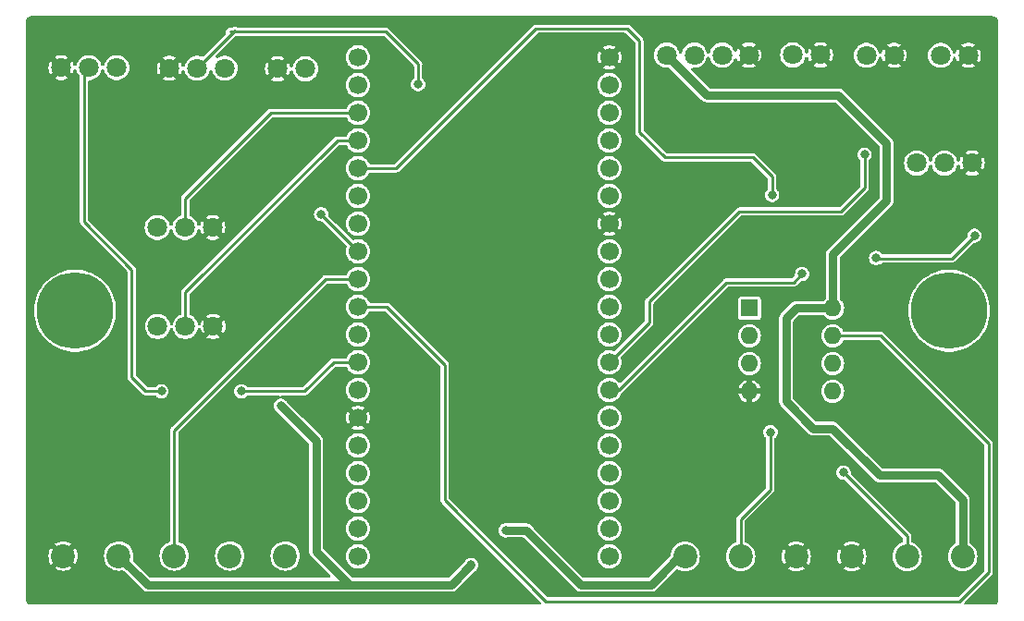
<source format=gbr>
%TF.GenerationSoftware,KiCad,Pcbnew,7.0.2*%
%TF.CreationDate,2023-07-26T08:06:31-03:00*%
%TF.ProjectId,Belliz_IOT,42656c6c-697a-45f4-994f-542e6b696361,rev?*%
%TF.SameCoordinates,Original*%
%TF.FileFunction,Copper,L2,Bot*%
%TF.FilePolarity,Positive*%
%FSLAX46Y46*%
G04 Gerber Fmt 4.6, Leading zero omitted, Abs format (unit mm)*
G04 Created by KiCad (PCBNEW 7.0.2) date 2023-07-26 08:06:31*
%MOMM*%
%LPD*%
G01*
G04 APERTURE LIST*
%TA.AperFunction,ComponentPad*%
%ADD10C,1.800000*%
%TD*%
%TA.AperFunction,ComponentPad*%
%ADD11C,1.000000*%
%TD*%
%TA.AperFunction,ComponentPad*%
%ADD12C,7.000000*%
%TD*%
%TA.AperFunction,ComponentPad*%
%ADD13C,1.700000*%
%TD*%
%TA.AperFunction,ComponentPad*%
%ADD14R,1.600000X1.600000*%
%TD*%
%TA.AperFunction,ComponentPad*%
%ADD15O,1.600000X1.600000*%
%TD*%
%TA.AperFunction,ComponentPad*%
%ADD16C,2.200000*%
%TD*%
%TA.AperFunction,ViaPad*%
%ADD17C,0.800000*%
%TD*%
%TA.AperFunction,Conductor*%
%ADD18C,0.254000*%
%TD*%
%TA.AperFunction,Conductor*%
%ADD19C,0.762000*%
%TD*%
G04 APERTURE END LIST*
D10*
%TO.P,J3,1,1*%
%TO.N,Net-(J3-Pad1)*%
X127430000Y-54090000D03*
%TO.P,J3,2,2*%
%TO.N,Earth*%
X129970000Y-54090000D03*
%TD*%
%TO.P,J2,1,1*%
%TO.N,Net-(J2-Pad1)*%
X120689300Y-54062300D03*
%TO.P,J2,2,2*%
%TO.N,Earth*%
X123229300Y-54062300D03*
%TD*%
D11*
%TO.P,REF\u002A\u002A,1*%
%TO.N,N/C*%
X52375000Y-77500000D03*
X53143845Y-75643845D03*
X53143845Y-79356155D03*
X55000000Y-74875000D03*
D12*
X55000000Y-77500000D03*
D11*
X55000000Y-80125000D03*
X56856155Y-75643845D03*
X56856155Y-79356155D03*
X57625000Y-77500000D03*
%TD*%
D10*
%TO.P,J14,1,Pin_1*%
%TO.N,Earth*%
X67630000Y-78940000D03*
%TO.P,J14,2,Pin_2*%
%TO.N,GPIO39*%
X65090000Y-78940000D03*
%TO.P,J14,3,Pin_3*%
%TO.N,Net-(J14-Pin_3)*%
X62550000Y-78940000D03*
%TD*%
D13*
%TO.P,J9,1,Pin_1*%
%TO.N,5V*%
X80900000Y-100000000D03*
%TO.P,J9,2,Pin_2*%
%TO.N,unconnected-(J9-Pin_2-Pad2)*%
X80900000Y-97460000D03*
%TO.P,J9,3,Pin_3*%
%TO.N,unconnected-(J9-Pin_3-Pad3)*%
X80900000Y-94920000D03*
%TO.P,J9,4,Pin_4*%
%TO.N,unconnected-(J9-Pin_4-Pad4)*%
X80900000Y-92380000D03*
%TO.P,J9,5,Pin_5*%
%TO.N,unconnected-(J9-Pin_5-Pad5)*%
X80900000Y-89840000D03*
%TO.P,J9,6,Pin_6*%
%TO.N,Earth*%
X80900000Y-87300000D03*
%TO.P,J9,7,Pin_7*%
%TO.N,unconnected-(J9-Pin_7-Pad7)*%
X80900000Y-84760000D03*
%TO.P,J9,8,Pin_8*%
%TO.N,GPIO14*%
X80900000Y-82220000D03*
%TO.P,J9,9,Pin_9*%
%TO.N,unconnected-(J9-Pin_9-Pad9)*%
X80900000Y-79680000D03*
%TO.P,J9,10,Pin_10*%
%TO.N,OUT_RPM*%
X80900000Y-77140000D03*
%TO.P,J9,11,Pin_11*%
%TO.N,SCK_MAX6675*%
X80900000Y-74600000D03*
%TO.P,J9,12,Pin_12*%
%TO.N,CS_MAX6675*%
X80900000Y-72060000D03*
%TO.P,J9,13,Pin_13*%
%TO.N,SO_MAX6675*%
X80900000Y-69520000D03*
%TO.P,J9,14,Pin_14*%
%TO.N,GPIO35*%
X80900000Y-66980000D03*
%TO.P,J9,15,Pin_15*%
%TO.N,BUFFER_ACS712*%
X80900000Y-64440000D03*
%TO.P,J9,16,Pin_16*%
%TO.N,GPIO39*%
X80900000Y-61900000D03*
%TO.P,J9,17,Pin_17*%
%TO.N,GPIO36*%
X80900000Y-59360000D03*
%TO.P,J9,18,Pin_18*%
%TO.N,unconnected-(J9-Pin_18-Pad18)*%
X80900000Y-56820000D03*
%TO.P,J9,19,Pin_19*%
%TO.N,3V3*%
X80900000Y-54280000D03*
%TD*%
%TO.P,J8,1,Pin_1*%
%TO.N,unconnected-(J8-Pin_1-Pad1)*%
X103900000Y-100000000D03*
%TO.P,J8,2,Pin_2*%
%TO.N,unconnected-(J8-Pin_2-Pad2)*%
X103900000Y-97460000D03*
%TO.P,J8,3,Pin_3*%
%TO.N,unconnected-(J8-Pin_3-Pad3)*%
X103900000Y-94920000D03*
%TO.P,J8,4,Pin_4*%
%TO.N,unconnected-(J8-Pin_4-Pad4)*%
X103900000Y-92380000D03*
%TO.P,J8,5,Pin_5*%
%TO.N,unconnected-(J8-Pin_5-Pad5)*%
X103900000Y-89840000D03*
%TO.P,J8,6,Pin_6*%
%TO.N,unconnected-(J8-Pin_6-Pad6)*%
X103900000Y-87300000D03*
%TO.P,J8,7,Pin_7*%
%TO.N,OUT_DHT*%
X103900000Y-84760000D03*
%TO.P,J8,8,Pin_8*%
%TO.N,BT_CONFIG*%
X103900000Y-82220000D03*
%TO.P,J8,9,Pin_9*%
%TO.N,unconnected-(J8-Pin_9-Pad9)*%
X103900000Y-79680000D03*
%TO.P,J8,10,Pin_10*%
%TO.N,unconnected-(J8-Pin_10-Pad10)*%
X103900000Y-77140000D03*
%TO.P,J8,11,Pin_11*%
%TO.N,LED_VD*%
X103900000Y-74600000D03*
%TO.P,J8,12,Pin_12*%
%TO.N,LED_VM*%
X103900000Y-72060000D03*
%TO.P,J8,13,Pin_13*%
%TO.N,Earth*%
X103900000Y-69520000D03*
%TO.P,J8,14,Pin_14*%
%TO.N,Rele_2*%
X103900000Y-66980000D03*
%TO.P,J8,15,Pin_15*%
%TO.N,unconnected-(J8-Pin_15-Pad15)*%
X103900000Y-64440000D03*
%TO.P,J8,16,Pin_16*%
%TO.N,unconnected-(J8-Pin_16-Pad16)*%
X103900000Y-61900000D03*
%TO.P,J8,17,Pin_17*%
%TO.N,Rele_1*%
X103900000Y-59360000D03*
%TO.P,J8,18,Pin_18*%
%TO.N,unconnected-(J8-Pin_18-Pad18)*%
X103900000Y-56820000D03*
%TO.P,J8,19,Pin_19*%
%TO.N,Earth*%
X103900000Y-54280000D03*
%TD*%
D10*
%TO.P,J7,1,Pin_1*%
%TO.N,Earth*%
X53731250Y-55218750D03*
%TO.P,J7,2,Pin_2*%
%TO.N,GPIO14*%
X56271250Y-55218750D03*
%TO.P,J7,3,Pin_3*%
%TO.N,Net-(J7-Pin_3)*%
X58811250Y-55218750D03*
%TD*%
D14*
%TO.P,U1,1*%
%TO.N,Net-(U1A--)*%
X116730000Y-77250000D03*
D15*
%TO.P,U1,2,-*%
X116730000Y-79790000D03*
%TO.P,U1,3,+*%
%TO.N,Net-(U1A-+)*%
X116730000Y-82330000D03*
%TO.P,U1,4,V-*%
%TO.N,Earth*%
X116730000Y-84870000D03*
%TO.P,U1,5,+*%
%TO.N,OUT_TCRT5000*%
X124350000Y-84870000D03*
%TO.P,U1,6,-*%
%TO.N,Net-(U1B--)*%
X124350000Y-82330000D03*
%TO.P,U1,7*%
%TO.N,OUT_RPM*%
X124350000Y-79790000D03*
%TO.P,U1,8,V+*%
%TO.N,5V*%
X124350000Y-77250000D03*
%TD*%
D16*
%TO.P,J15,1,Pin_1*%
%TO.N,SO_MAX6675*%
X74239700Y-99960000D03*
%TO.P,J15,2,Pin_2*%
%TO.N,CS_MAX6675*%
X69159700Y-99960000D03*
%TO.P,J15,3,Pin_3*%
%TO.N,SCK_MAX6675*%
X64079700Y-99960000D03*
%TO.P,J15,4,Pin_4*%
%TO.N,3V3*%
X58999700Y-99960000D03*
%TO.P,J15,5,Pin_5*%
%TO.N,Earth*%
X53919700Y-99960000D03*
%TD*%
D10*
%TO.P,J6,1,Pin_1*%
%TO.N,5V*%
X109150000Y-54070000D03*
%TO.P,J6,2,Pin_2*%
%TO.N,Rele_1*%
X111690000Y-54070000D03*
%TO.P,J6,3,Pin_3*%
%TO.N,Rele_2*%
X114230000Y-54070000D03*
%TO.P,J6,4,Pin_4*%
%TO.N,Earth*%
X116670000Y-54070000D03*
%TD*%
%TO.P,J1,1,1*%
%TO.N,Earth*%
X73541250Y-55328750D03*
%TO.P,J1,2,2*%
%TO.N,5V*%
X76081250Y-55328750D03*
%TD*%
%TO.P,J12,1,Pin_1*%
%TO.N,Earth*%
X63641250Y-55278750D03*
%TO.P,J12,2,Pin_2*%
%TO.N,GPIO35*%
X66181250Y-55278750D03*
%TO.P,J12,3,Pin_3*%
%TO.N,Net-(J12-Pin_3)*%
X68721250Y-55278750D03*
%TD*%
D11*
%TO.P,REF\u002A\u002A,1*%
%TO.N,N/C*%
X132375000Y-77500000D03*
X133143845Y-75643845D03*
X133143845Y-79356155D03*
X135000000Y-74875000D03*
D12*
X135000000Y-77500000D03*
D11*
X135000000Y-80125000D03*
X136856155Y-75643845D03*
X136856155Y-79356155D03*
X137625000Y-77500000D03*
%TD*%
D16*
%TO.P,J10,1,Pin_1*%
%TO.N,5V*%
X136240000Y-100000000D03*
%TO.P,J10,2,Pin_2*%
%TO.N,OUT_ACS712*%
X131160000Y-100000000D03*
%TO.P,J10,3,Pin_3*%
%TO.N,Earth*%
X126080000Y-100000000D03*
%TO.P,J10,4,Pin_4*%
X121000000Y-100000000D03*
%TO.P,J10,5,Pin_5*%
%TO.N,OUT_TCRT5000*%
X115920000Y-100000000D03*
%TO.P,J10,6,Pin_6*%
%TO.N,3V3*%
X110840000Y-100000000D03*
%TD*%
D10*
%TO.P,J11,1,Pin_1*%
%TO.N,Earth*%
X137120000Y-63970000D03*
%TO.P,J11,2,Pin_2*%
%TO.N,OUT_DHT*%
X134580000Y-63970000D03*
%TO.P,J11,3,Pin_3*%
%TO.N,3V3*%
X132040000Y-63970000D03*
%TD*%
%TO.P,J4,1,1*%
%TO.N,BT_CONFIG*%
X134219300Y-54092300D03*
%TO.P,J4,2,2*%
%TO.N,Earth*%
X136759300Y-54092300D03*
%TD*%
%TO.P,J13,1,Pin_1*%
%TO.N,Earth*%
X67608800Y-69865000D03*
%TO.P,J13,2,Pin_2*%
%TO.N,GPIO36*%
X65068800Y-69865000D03*
%TO.P,J13,3,Pin_3*%
%TO.N,Net-(J13-Pin_3)*%
X62528800Y-69865000D03*
%TD*%
D17*
%TO.N,BUFFER_ACS712*%
X118800000Y-66880000D03*
%TO.N,Earth*%
X98010000Y-89190000D03*
X96180000Y-70710000D03*
X58420000Y-82670000D03*
X127420000Y-87670000D03*
X54940000Y-96420000D03*
X57260000Y-86200000D03*
X109830000Y-76600000D03*
X87118005Y-71913798D03*
X113860000Y-60670000D03*
X113628398Y-79411687D03*
X100110000Y-53040000D03*
X97560000Y-84860000D03*
X107080000Y-93770000D03*
X98630000Y-94010000D03*
X72030000Y-64860000D03*
X100240000Y-59950000D03*
X53240000Y-71330000D03*
X55120000Y-53120000D03*
X84570000Y-74320000D03*
X54360000Y-83790000D03*
X136620000Y-60060000D03*
X85020000Y-90480000D03*
X107290000Y-85120000D03*
X90550000Y-62010000D03*
X107070000Y-90180000D03*
X96790000Y-79080000D03*
X58110000Y-65710000D03*
X136750000Y-82980000D03*
X130060000Y-70440000D03*
X118480000Y-71650000D03*
X88500000Y-66200000D03*
X88640000Y-79050000D03*
X109830000Y-96190000D03*
X90420000Y-69500000D03*
X96620000Y-56290000D03*
X84400000Y-81820000D03*
X99210000Y-68340000D03*
X112320000Y-74460000D03*
X56060000Y-72000000D03*
X90510000Y-89940000D03*
X52080000Y-67670000D03*
X137460000Y-85260000D03*
X100280000Y-81690000D03*
X85020000Y-86240000D03*
X92030000Y-52680000D03*
X98100000Y-74900000D03*
X137370000Y-92890000D03*
X90820000Y-84770000D03*
X96530000Y-63920000D03*
X123560000Y-97350000D03*
X60300000Y-96420000D03*
X85150000Y-94850000D03*
X67210000Y-96400000D03*
X53330000Y-89990000D03*
X89260000Y-75040000D03*
X122630000Y-66290000D03*
X84530000Y-69680000D03*
X106530000Y-97840000D03*
X109500000Y-60530000D03*
X114610000Y-88110000D03*
X64310000Y-59690000D03*
X127000000Y-76770000D03*
%TO.N,BT_CONFIG*%
X127270000Y-63187500D03*
%TO.N,CS_MAX6675*%
X77530000Y-68650000D03*
%TO.N,OUT_ACS712*%
X125330000Y-92320000D03*
%TO.N,OUT_TCRT5000*%
X118660000Y-88620000D03*
%TO.N,3V3*%
X73830000Y-86190000D03*
X91250000Y-100800000D03*
X94430000Y-97610000D03*
%TO.N,OUT_DHT*%
X121540000Y-74120000D03*
X137330000Y-70610000D03*
X128330000Y-72660000D03*
%TO.N,GPIO14*%
X62910000Y-84880000D03*
X70230000Y-84880000D03*
%TO.N,GPIO35*%
X86400000Y-56740000D03*
%TD*%
D18*
%TO.N,CS_MAX6675*%
X77530000Y-68690000D02*
X80900000Y-72060000D01*
X77530000Y-68650000D02*
X77530000Y-68690000D01*
%TO.N,BUFFER_ACS712*%
X106640000Y-61100000D02*
X106640000Y-52760000D01*
X84400000Y-64440000D02*
X80900000Y-64440000D01*
X117020000Y-63440000D02*
X108980000Y-63440000D01*
X118800000Y-65220000D02*
X117020000Y-63440000D01*
X118800000Y-66880000D02*
X118800000Y-65220000D01*
X97190000Y-51650000D02*
X84400000Y-64440000D01*
X105530000Y-51650000D02*
X97190000Y-51650000D01*
X106640000Y-52760000D02*
X105530000Y-51650000D01*
X108980000Y-63440000D02*
X106640000Y-61100000D01*
%TO.N,BT_CONFIG*%
X125110000Y-68400000D02*
X115800000Y-68400000D01*
X107560000Y-76640000D02*
X107560000Y-78560000D01*
X127270000Y-66240000D02*
X125110000Y-68400000D01*
X115800000Y-68400000D02*
X107560000Y-76640000D01*
X107560000Y-78560000D02*
X103900000Y-82220000D01*
X127270000Y-63187500D02*
X127270000Y-66240000D01*
D19*
%TO.N,5V*%
X120090000Y-78180000D02*
X120090000Y-85810000D01*
X120090000Y-85810000D02*
X122560000Y-88280000D01*
X136240000Y-94790000D02*
X136240000Y-100000000D01*
X129260000Y-67440000D02*
X129260000Y-62154077D01*
X121020000Y-77250000D02*
X120090000Y-78180000D01*
X122560000Y-88280000D02*
X124320000Y-88280000D01*
X124350000Y-72350000D02*
X129260000Y-67440000D01*
X124350000Y-77250000D02*
X124350000Y-72350000D01*
X124350000Y-77250000D02*
X121020000Y-77250000D01*
X129260000Y-62154077D02*
X124865923Y-57760000D01*
X124865923Y-57760000D02*
X112840000Y-57760000D01*
X134020000Y-92570000D02*
X136240000Y-94790000D01*
X124320000Y-88280000D02*
X128610000Y-92570000D01*
X112840000Y-57760000D02*
X109150000Y-54070000D01*
X128610000Y-92570000D02*
X134020000Y-92570000D01*
D18*
%TO.N,SCK_MAX6675*%
X77940000Y-74600000D02*
X80900000Y-74600000D01*
X64079700Y-88460300D02*
X77940000Y-74600000D01*
X64079700Y-99960000D02*
X64079700Y-88460300D01*
%TO.N,OUT_ACS712*%
X125330000Y-92320000D02*
X131160000Y-98150000D01*
X131160000Y-98150000D02*
X131160000Y-100000000D01*
%TO.N,OUT_TCRT5000*%
X115920000Y-100000000D02*
X115920000Y-96580000D01*
X118630000Y-93870000D02*
X118630000Y-88600000D01*
X115920000Y-96580000D02*
X118630000Y-93870000D01*
D19*
%TO.N,3V3*%
X107740000Y-102610000D02*
X110820000Y-99530000D01*
X77770000Y-102610000D02*
X61649700Y-102610000D01*
X77050000Y-99540000D02*
X77050000Y-89410000D01*
X61649700Y-102610000D02*
X58999700Y-99960000D01*
X91250000Y-100800000D02*
X89440000Y-102610000D01*
X77050000Y-89410000D02*
X73830000Y-86190000D01*
X94430000Y-97610000D02*
X96280000Y-97610000D01*
X101280000Y-102610000D02*
X107740000Y-102610000D01*
X89440000Y-102610000D02*
X77770000Y-102610000D01*
X96280000Y-97610000D02*
X101280000Y-102610000D01*
X80120000Y-102610000D02*
X77050000Y-99540000D01*
D18*
%TO.N,OUT_DHT*%
X135240000Y-72700000D02*
X128290000Y-72700000D01*
X137330000Y-70610000D02*
X135240000Y-72700000D01*
X121540000Y-74120000D02*
X120740000Y-74920000D01*
X104760000Y-84760000D02*
X103900000Y-84760000D01*
X120740000Y-74920000D02*
X114600000Y-74920000D01*
X114600000Y-74920000D02*
X104760000Y-84760000D01*
%TO.N,GPIO14*%
X55830000Y-55320000D02*
X55830000Y-69360000D01*
X76000000Y-84880000D02*
X78660000Y-82220000D01*
X61440000Y-84860000D02*
X62940000Y-84860000D01*
X55830000Y-69360000D02*
X60180000Y-73710000D01*
X70230000Y-84880000D02*
X76000000Y-84880000D01*
X78660000Y-82220000D02*
X80900000Y-82220000D01*
X60180000Y-73710000D02*
X60180000Y-83600000D01*
X60180000Y-83600000D02*
X61440000Y-84860000D01*
%TO.N,OUT_RPM*%
X98110000Y-104130000D02*
X135960000Y-104130000D01*
X83550000Y-77140000D02*
X88840000Y-82430000D01*
X138620000Y-89670000D02*
X128740000Y-79790000D01*
X88840000Y-82430000D02*
X88840000Y-94860000D01*
X135960000Y-104130000D02*
X138620000Y-101470000D01*
X88840000Y-94860000D02*
X98110000Y-104130000D01*
X138620000Y-101470000D02*
X138620000Y-89670000D01*
X80900000Y-77140000D02*
X83550000Y-77140000D01*
X128740000Y-79790000D02*
X124350000Y-79790000D01*
%TO.N,GPIO35*%
X83440000Y-51930000D02*
X86400000Y-54890000D01*
X69190000Y-51930000D02*
X83440000Y-51930000D01*
X66181250Y-55278750D02*
X69631250Y-51828750D01*
X86400000Y-54890000D02*
X86400000Y-56710000D01*
%TO.N,GPIO39*%
X65090000Y-75820000D02*
X79010000Y-61900000D01*
X65090000Y-78940000D02*
X65090000Y-75820000D01*
X79010000Y-61900000D02*
X80900000Y-61900000D01*
%TO.N,GPIO36*%
X65068800Y-69865000D02*
X65068800Y-67231200D01*
X65068800Y-67231200D02*
X72940000Y-59360000D01*
X72940000Y-59360000D02*
X80900000Y-59360000D01*
%TD*%
%TA.AperFunction,Conductor*%
%TO.N,Earth*%
G36*
X139008315Y-50501436D02*
G01*
X139094465Y-50511144D01*
X139126993Y-50518568D01*
X139200878Y-50544421D01*
X139230939Y-50558898D01*
X139297217Y-50600543D01*
X139323304Y-50621346D01*
X139378653Y-50676695D01*
X139399456Y-50702781D01*
X139441102Y-50769060D01*
X139455579Y-50799123D01*
X139471561Y-50844799D01*
X139479922Y-50894037D01*
X139470055Y-104134215D01*
X139461696Y-104183392D01*
X139455580Y-104200873D01*
X139441101Y-104230941D01*
X139399456Y-104297218D01*
X139378653Y-104323304D01*
X139323303Y-104378654D01*
X139297215Y-104399458D01*
X139269239Y-104417036D01*
X139195537Y-104439769D01*
X139189901Y-104439873D01*
X136544828Y-104438686D01*
X136470337Y-104418690D01*
X136415824Y-104364128D01*
X136395895Y-104289619D01*
X136415891Y-104215128D01*
X136439532Y-104184331D01*
X138848326Y-101775538D01*
X138872186Y-101756163D01*
X138879209Y-101751576D01*
X138897821Y-101727661D01*
X138908555Y-101715507D01*
X138909044Y-101714821D01*
X138909052Y-101714814D01*
X138920930Y-101698176D01*
X138924571Y-101693294D01*
X138956592Y-101652155D01*
X138956592Y-101652153D01*
X138961534Y-101645805D01*
X138963830Y-101638091D01*
X138963832Y-101638089D01*
X138978709Y-101588113D01*
X138980576Y-101582288D01*
X138997500Y-101532994D01*
X138997500Y-101532992D01*
X139000113Y-101525381D01*
X138999780Y-101517341D01*
X138999781Y-101517340D01*
X138997627Y-101465265D01*
X138997500Y-101459108D01*
X138997500Y-89724605D01*
X139000671Y-89694029D01*
X139000782Y-89693496D01*
X139002393Y-89685816D01*
X138998644Y-89655738D01*
X138997639Y-89639553D01*
X138997199Y-89636919D01*
X138994143Y-89618601D01*
X138993255Y-89612506D01*
X138993027Y-89610681D01*
X138986810Y-89560797D01*
X138986809Y-89560795D01*
X138985814Y-89552811D01*
X138981983Y-89545732D01*
X138981983Y-89545731D01*
X138957170Y-89499881D01*
X138954384Y-89494470D01*
X138931476Y-89447611D01*
X138931473Y-89447608D01*
X138927937Y-89440374D01*
X138883674Y-89399628D01*
X138879229Y-89395364D01*
X129045541Y-79561675D01*
X129026165Y-79537814D01*
X129021576Y-79530791D01*
X129021574Y-79530789D01*
X128997658Y-79512174D01*
X128985504Y-79501441D01*
X128984814Y-79500948D01*
X128968181Y-79489072D01*
X128963300Y-79485432D01*
X128922155Y-79453408D01*
X128922153Y-79453407D01*
X128915801Y-79448463D01*
X128858134Y-79431294D01*
X128852272Y-79429416D01*
X128795383Y-79409886D01*
X128735266Y-79412373D01*
X128729109Y-79412500D01*
X125428679Y-79412500D01*
X125354179Y-79392538D01*
X125299641Y-79338000D01*
X125297273Y-79333739D01*
X125275793Y-79293553D01*
X125227685Y-79203550D01*
X125141210Y-79098179D01*
X125096410Y-79043589D01*
X124936451Y-78912316D01*
X124936450Y-78912315D01*
X124753954Y-78814768D01*
X124753953Y-78814767D01*
X124753952Y-78814767D01*
X124555932Y-78754699D01*
X124349999Y-78734416D01*
X124144067Y-78754699D01*
X123946047Y-78814767D01*
X123763548Y-78912316D01*
X123603589Y-79043589D01*
X123472316Y-79203548D01*
X123374767Y-79386047D01*
X123314699Y-79584067D01*
X123294416Y-79790000D01*
X123314699Y-79995932D01*
X123374767Y-80193952D01*
X123472316Y-80376451D01*
X123603589Y-80536410D01*
X123714901Y-80627760D01*
X123763550Y-80667685D01*
X123946046Y-80765232D01*
X124144066Y-80825300D01*
X124247033Y-80835441D01*
X124349999Y-80845583D01*
X124349999Y-80845582D01*
X124350000Y-80845583D01*
X124555934Y-80825300D01*
X124753954Y-80765232D01*
X124936450Y-80667685D01*
X125096410Y-80536410D01*
X125227685Y-80376450D01*
X125297273Y-80246260D01*
X125349997Y-80189968D01*
X125423805Y-80167580D01*
X125428679Y-80167500D01*
X128521917Y-80167500D01*
X128596417Y-80187462D01*
X128627276Y-80211141D01*
X138198859Y-89782724D01*
X138237423Y-89849519D01*
X138242500Y-89888083D01*
X138242500Y-101251916D01*
X138222538Y-101326416D01*
X138198859Y-101357275D01*
X135847275Y-103708859D01*
X135780480Y-103747423D01*
X135741916Y-103752500D01*
X98328083Y-103752500D01*
X98253583Y-103732538D01*
X98222724Y-103708859D01*
X92123865Y-97609999D01*
X93774722Y-97609999D01*
X93793763Y-97766821D01*
X93849778Y-97914521D01*
X93893031Y-97977183D01*
X93939517Y-98044530D01*
X94057760Y-98149283D01*
X94057762Y-98149284D01*
X94197632Y-98222695D01*
X94197634Y-98222695D01*
X94197635Y-98222696D01*
X94351015Y-98260500D01*
X94351016Y-98260500D01*
X94508984Y-98260500D01*
X94508985Y-98260500D01*
X94540442Y-98252746D01*
X94568510Y-98245829D01*
X94604166Y-98241500D01*
X95956706Y-98241500D01*
X96031206Y-98261462D01*
X96062065Y-98285141D01*
X100772533Y-102995608D01*
X100785928Y-103012327D01*
X100838772Y-103061951D01*
X100842118Y-103065193D01*
X100861556Y-103084631D01*
X100865250Y-103087497D01*
X100868768Y-103090598D01*
X100868300Y-103090211D01*
X100874531Y-103095531D01*
X100893078Y-103112948D01*
X100905864Y-103124955D01*
X100921939Y-103133792D01*
X100941484Y-103146631D01*
X100955982Y-103157877D01*
X100955985Y-103157879D01*
X100995431Y-103174948D01*
X101008031Y-103181122D01*
X101045679Y-103201819D01*
X101045681Y-103201819D01*
X101045682Y-103201820D01*
X101063455Y-103206383D01*
X101085571Y-103213954D01*
X101099004Y-103219768D01*
X101102419Y-103221246D01*
X101144858Y-103227968D01*
X101158603Y-103230813D01*
X101200223Y-103241500D01*
X101218572Y-103241500D01*
X101241879Y-103243334D01*
X101244153Y-103243694D01*
X101260007Y-103246205D01*
X101299921Y-103242432D01*
X101302790Y-103242161D01*
X101316811Y-103241500D01*
X107653833Y-103241500D01*
X107675128Y-103243850D01*
X107680097Y-103243693D01*
X107680098Y-103243694D01*
X107747555Y-103241573D01*
X107752235Y-103241500D01*
X107775038Y-103241500D01*
X107779730Y-103241500D01*
X107784388Y-103240911D01*
X107789048Y-103240618D01*
X107788391Y-103240680D01*
X107796623Y-103240032D01*
X107834553Y-103238839D01*
X107839574Y-103238682D01*
X107857194Y-103233562D01*
X107880089Y-103228822D01*
X107886849Y-103227968D01*
X107898296Y-103226522D01*
X107938261Y-103210697D01*
X107951524Y-103206156D01*
X107992792Y-103194168D01*
X108008583Y-103184828D01*
X108029585Y-103174540D01*
X108030178Y-103174305D01*
X108046645Y-103167786D01*
X108081407Y-103142528D01*
X108093127Y-103134829D01*
X108130127Y-103112949D01*
X108143108Y-103099966D01*
X108160881Y-103084787D01*
X108175727Y-103074002D01*
X108203121Y-103040887D01*
X108212546Y-103030528D01*
X110024885Y-101218188D01*
X110091678Y-101179626D01*
X110168806Y-101179626D01*
X110193206Y-101188507D01*
X110289543Y-101233430D01*
X110376334Y-101273902D01*
X110376336Y-101273902D01*
X110376337Y-101273903D01*
X110604592Y-101335063D01*
X110840000Y-101355659D01*
X111075408Y-101335063D01*
X111303663Y-101273903D01*
X111517830Y-101174035D01*
X111711401Y-101038495D01*
X111878495Y-100871401D01*
X112014035Y-100677830D01*
X112113903Y-100463663D01*
X112175063Y-100235408D01*
X112195659Y-100000000D01*
X114564341Y-100000000D01*
X114584936Y-100235407D01*
X114646097Y-100463663D01*
X114727196Y-100637581D01*
X114745965Y-100677830D01*
X114881505Y-100871401D01*
X115048599Y-101038495D01*
X115242170Y-101174035D01*
X115456337Y-101273903D01*
X115684592Y-101335063D01*
X115920000Y-101355659D01*
X116155408Y-101335063D01*
X116383663Y-101273903D01*
X116597830Y-101174035D01*
X116791401Y-101038495D01*
X116958495Y-100871401D01*
X117094035Y-100677830D01*
X117193903Y-100463663D01*
X117255063Y-100235408D01*
X117275659Y-100000000D01*
X119644843Y-100000000D01*
X119665430Y-100235320D01*
X119726569Y-100463491D01*
X119826399Y-100677577D01*
X119885073Y-100761372D01*
X120437226Y-100209218D01*
X120475901Y-100302588D01*
X120572075Y-100427925D01*
X120697412Y-100524099D01*
X120790779Y-100562772D01*
X120238625Y-101114926D01*
X120322421Y-101173600D01*
X120536508Y-101273430D01*
X120764679Y-101334569D01*
X121000000Y-101355156D01*
X121235320Y-101334569D01*
X121463490Y-101273431D01*
X121677581Y-101173598D01*
X121761373Y-101114926D01*
X121209220Y-100562773D01*
X121302588Y-100524099D01*
X121427925Y-100427925D01*
X121524099Y-100302589D01*
X121562773Y-100209219D01*
X122114926Y-100761372D01*
X122173598Y-100677581D01*
X122273431Y-100463490D01*
X122334569Y-100235320D01*
X122355156Y-100000000D01*
X124724843Y-100000000D01*
X124745430Y-100235320D01*
X124806569Y-100463491D01*
X124906399Y-100677577D01*
X124965073Y-100761372D01*
X125517226Y-100209219D01*
X125555901Y-100302588D01*
X125652075Y-100427925D01*
X125777412Y-100524099D01*
X125870779Y-100562772D01*
X125318625Y-101114926D01*
X125402421Y-101173600D01*
X125616508Y-101273430D01*
X125844679Y-101334569D01*
X126080000Y-101355156D01*
X126315320Y-101334569D01*
X126543490Y-101273431D01*
X126757581Y-101173598D01*
X126841373Y-101114926D01*
X126289220Y-100562773D01*
X126382588Y-100524099D01*
X126507925Y-100427925D01*
X126604099Y-100302589D01*
X126642773Y-100209219D01*
X127194926Y-100761372D01*
X127253598Y-100677581D01*
X127353431Y-100463490D01*
X127414569Y-100235320D01*
X127435156Y-100000000D01*
X127414569Y-99764679D01*
X127353431Y-99536509D01*
X127253600Y-99322423D01*
X127194925Y-99238626D01*
X126642772Y-99790779D01*
X126604099Y-99697412D01*
X126507925Y-99572075D01*
X126382588Y-99475901D01*
X126289218Y-99437226D01*
X126841372Y-98885073D01*
X126757577Y-98826399D01*
X126543491Y-98726569D01*
X126315320Y-98665430D01*
X126080000Y-98644843D01*
X125844679Y-98665430D01*
X125616509Y-98726568D01*
X125402421Y-98826400D01*
X125318626Y-98885073D01*
X125870779Y-99437226D01*
X125777412Y-99475901D01*
X125652075Y-99572075D01*
X125555901Y-99697411D01*
X125517227Y-99790779D01*
X124965073Y-99238626D01*
X124906400Y-99322421D01*
X124806568Y-99536509D01*
X124745430Y-99764679D01*
X124724843Y-100000000D01*
X122355156Y-100000000D01*
X122334569Y-99764679D01*
X122273431Y-99536509D01*
X122173600Y-99322423D01*
X122114925Y-99238626D01*
X121562772Y-99790779D01*
X121524099Y-99697412D01*
X121427925Y-99572075D01*
X121302588Y-99475901D01*
X121209218Y-99437226D01*
X121761372Y-98885073D01*
X121677577Y-98826399D01*
X121463491Y-98726569D01*
X121235320Y-98665430D01*
X120999999Y-98644843D01*
X120764679Y-98665430D01*
X120536509Y-98726568D01*
X120322421Y-98826400D01*
X120238626Y-98885073D01*
X120790779Y-99437226D01*
X120697412Y-99475901D01*
X120572075Y-99572075D01*
X120475901Y-99697411D01*
X120437226Y-99790779D01*
X119885073Y-99238626D01*
X119826400Y-99322421D01*
X119726568Y-99536509D01*
X119665430Y-99764679D01*
X119644843Y-100000000D01*
X117275659Y-100000000D01*
X117255063Y-99764592D01*
X117193903Y-99536337D01*
X117094035Y-99322171D01*
X116958495Y-99128599D01*
X116791401Y-98961505D01*
X116682245Y-98885073D01*
X116597828Y-98825963D01*
X116383529Y-98726034D01*
X116324445Y-98676457D01*
X116298066Y-98603980D01*
X116297499Y-98590994D01*
X116297499Y-97766818D01*
X116297499Y-96798079D01*
X116317461Y-96723583D01*
X116341136Y-96692728D01*
X118858326Y-94175538D01*
X118882186Y-94156163D01*
X118889209Y-94151576D01*
X118907821Y-94127661D01*
X118918555Y-94115507D01*
X118919044Y-94114821D01*
X118919052Y-94114814D01*
X118930930Y-94098176D01*
X118934571Y-94093294D01*
X118966592Y-94052155D01*
X118966592Y-94052153D01*
X118971534Y-94045805D01*
X118973830Y-94038091D01*
X118973832Y-94038089D01*
X118988709Y-93988113D01*
X118990576Y-93982288D01*
X119007500Y-93932994D01*
X119007500Y-93932991D01*
X119010113Y-93925380D01*
X119009780Y-93917341D01*
X119009781Y-93917340D01*
X119007626Y-93865264D01*
X119007499Y-93859104D01*
X119007499Y-92319999D01*
X124674722Y-92319999D01*
X124693763Y-92476821D01*
X124749778Y-92624521D01*
X124830318Y-92741202D01*
X124839517Y-92754530D01*
X124957760Y-92859283D01*
X124957762Y-92859284D01*
X125097632Y-92932695D01*
X125097634Y-92932695D01*
X125097635Y-92932696D01*
X125251015Y-92970500D01*
X125251016Y-92970500D01*
X125384917Y-92970500D01*
X125459417Y-92990462D01*
X125490276Y-93014141D01*
X130738859Y-98262724D01*
X130777423Y-98329519D01*
X130782500Y-98368084D01*
X130782499Y-98590995D01*
X130762536Y-98665495D01*
X130707998Y-98720032D01*
X130696470Y-98726033D01*
X130482174Y-98825962D01*
X130288598Y-98961505D01*
X130121505Y-99128598D01*
X129985964Y-99322172D01*
X129886097Y-99536336D01*
X129824936Y-99764592D01*
X129804341Y-100000000D01*
X129824936Y-100235407D01*
X129886097Y-100463663D01*
X129967196Y-100637581D01*
X129985965Y-100677830D01*
X130121505Y-100871401D01*
X130288599Y-101038495D01*
X130482170Y-101174035D01*
X130696337Y-101273903D01*
X130924592Y-101335063D01*
X131160000Y-101355659D01*
X131395408Y-101335063D01*
X131623663Y-101273903D01*
X131837830Y-101174035D01*
X132031401Y-101038495D01*
X132198495Y-100871401D01*
X132334035Y-100677830D01*
X132433903Y-100463663D01*
X132495063Y-100235408D01*
X132515659Y-100000000D01*
X132495063Y-99764592D01*
X132433903Y-99536337D01*
X132334035Y-99322171D01*
X132198495Y-99128599D01*
X132031401Y-98961505D01*
X131922245Y-98885073D01*
X131837828Y-98825963D01*
X131623529Y-98726034D01*
X131564445Y-98676457D01*
X131538066Y-98603980D01*
X131537499Y-98590994D01*
X131537499Y-98449345D01*
X131537499Y-98204595D01*
X131540670Y-98174032D01*
X131542393Y-98165816D01*
X131538644Y-98135739D01*
X131537639Y-98119552D01*
X131534142Y-98098598D01*
X131533258Y-98092538D01*
X131526809Y-98040797D01*
X131526808Y-98040795D01*
X131525812Y-98032804D01*
X131497189Y-97979916D01*
X131494369Y-97974440D01*
X131471476Y-97927611D01*
X131471473Y-97927608D01*
X131467937Y-97920375D01*
X131423674Y-97879628D01*
X131419229Y-97875364D01*
X126023431Y-92479565D01*
X125984867Y-92412770D01*
X125980876Y-92356250D01*
X125985278Y-92320000D01*
X125966237Y-92163182D01*
X125966236Y-92163180D01*
X125966236Y-92163178D01*
X125910221Y-92015478D01*
X125857087Y-91938500D01*
X125820483Y-91885470D01*
X125702240Y-91780717D01*
X125702238Y-91780716D01*
X125702237Y-91780715D01*
X125562367Y-91707304D01*
X125460111Y-91682101D01*
X125408985Y-91669500D01*
X125251015Y-91669500D01*
X125212669Y-91678951D01*
X125097632Y-91707304D01*
X124957762Y-91780715D01*
X124839515Y-91885472D01*
X124749778Y-92015478D01*
X124693763Y-92163178D01*
X124674722Y-92319999D01*
X119007499Y-92319999D01*
X119007499Y-91635420D01*
X119007499Y-89248256D01*
X119027461Y-89173760D01*
X119057691Y-89136734D01*
X119150483Y-89054530D01*
X119240220Y-88924523D01*
X119243376Y-88916203D01*
X119296236Y-88776821D01*
X119296236Y-88776820D01*
X119296237Y-88776818D01*
X119315278Y-88620000D01*
X119296237Y-88463182D01*
X119296236Y-88463180D01*
X119296236Y-88463178D01*
X119240221Y-88315478D01*
X119167371Y-88209937D01*
X119150483Y-88185470D01*
X119032240Y-88080717D01*
X119032238Y-88080716D01*
X119032237Y-88080715D01*
X118892367Y-88007304D01*
X118790111Y-87982101D01*
X118738985Y-87969500D01*
X118581015Y-87969500D01*
X118542670Y-87978951D01*
X118427632Y-88007304D01*
X118287762Y-88080715D01*
X118287759Y-88080717D01*
X118287760Y-88080717D01*
X118173456Y-88181981D01*
X118169515Y-88185472D01*
X118079778Y-88315478D01*
X118023763Y-88463178D01*
X118004722Y-88620000D01*
X118023763Y-88776821D01*
X118076625Y-88916204D01*
X118079780Y-88924523D01*
X118095215Y-88946885D01*
X118169516Y-89054530D01*
X118202303Y-89083575D01*
X118244831Y-89147918D01*
X118252500Y-89195105D01*
X118252500Y-93651915D01*
X118232538Y-93726415D01*
X118208859Y-93757274D01*
X115691674Y-96274458D01*
X115667818Y-96293832D01*
X115660790Y-96298424D01*
X115642170Y-96322346D01*
X115631438Y-96334500D01*
X115619091Y-96351792D01*
X115615414Y-96356722D01*
X115578464Y-96404196D01*
X115561302Y-96461842D01*
X115559424Y-96467704D01*
X115539886Y-96524616D01*
X115542373Y-96584733D01*
X115542500Y-96590890D01*
X115542500Y-98590994D01*
X115522538Y-98665494D01*
X115468000Y-98720032D01*
X115456471Y-98726034D01*
X115242170Y-98825965D01*
X115048598Y-98961505D01*
X114881505Y-99128598D01*
X114745964Y-99322172D01*
X114646097Y-99536336D01*
X114584936Y-99764592D01*
X114564341Y-100000000D01*
X112195659Y-100000000D01*
X112175063Y-99764592D01*
X112113903Y-99536337D01*
X112014035Y-99322171D01*
X111878495Y-99128599D01*
X111711401Y-98961505D01*
X111517830Y-98825965D01*
X111303663Y-98726097D01*
X111265827Y-98715959D01*
X111075407Y-98664936D01*
X110840000Y-98644341D01*
X110604592Y-98664936D01*
X110376336Y-98726097D01*
X110162172Y-98825964D01*
X109968598Y-98961505D01*
X109801505Y-99128598D01*
X109665964Y-99322172D01*
X109566097Y-99536336D01*
X109504936Y-99764591D01*
X109491695Y-99915930D01*
X109465315Y-99988406D01*
X109448621Y-100008301D01*
X107522065Y-101934859D01*
X107455270Y-101973423D01*
X107416706Y-101978500D01*
X101603294Y-101978500D01*
X101528794Y-101958538D01*
X101497935Y-101934859D01*
X99563076Y-100000000D01*
X102794784Y-100000000D01*
X102813602Y-100203080D01*
X102869418Y-100399252D01*
X102931585Y-100524099D01*
X102960327Y-100581821D01*
X102974055Y-100600000D01*
X103083235Y-100744579D01*
X103144030Y-100800000D01*
X103233959Y-100881981D01*
X103407363Y-100989348D01*
X103597544Y-101063024D01*
X103798024Y-101100500D01*
X104001976Y-101100500D01*
X104202456Y-101063024D01*
X104392637Y-100989348D01*
X104566041Y-100881981D01*
X104716764Y-100744579D01*
X104839673Y-100581821D01*
X104930582Y-100399250D01*
X104986397Y-100203083D01*
X105005215Y-100000000D01*
X104986397Y-99796917D01*
X104930582Y-99600750D01*
X104924752Y-99589042D01*
X104839673Y-99418180D01*
X104839673Y-99418179D01*
X104737155Y-99282423D01*
X104716764Y-99255420D01*
X104629883Y-99176218D01*
X104566041Y-99118019D01*
X104518526Y-99088599D01*
X104392641Y-99010654D01*
X104392638Y-99010653D01*
X104392637Y-99010652D01*
X104202456Y-98936976D01*
X104202453Y-98936975D01*
X104202452Y-98936975D01*
X104001976Y-98899500D01*
X103798024Y-98899500D01*
X103597547Y-98936975D01*
X103407358Y-99010654D01*
X103233961Y-99118017D01*
X103083235Y-99255420D01*
X102960326Y-99418180D01*
X102869418Y-99600747D01*
X102813602Y-99796919D01*
X102794784Y-100000000D01*
X99563076Y-100000000D01*
X97023075Y-97459999D01*
X102794784Y-97459999D01*
X102813602Y-97663080D01*
X102869418Y-97859252D01*
X102926775Y-97974440D01*
X102960327Y-98041821D01*
X102962373Y-98044530D01*
X103083235Y-98204579D01*
X103103108Y-98222695D01*
X103233959Y-98341981D01*
X103407363Y-98449348D01*
X103597544Y-98523024D01*
X103798024Y-98560500D01*
X104001976Y-98560500D01*
X104202456Y-98523024D01*
X104392637Y-98449348D01*
X104566041Y-98341981D01*
X104716764Y-98204579D01*
X104839673Y-98041821D01*
X104930582Y-97859250D01*
X104986397Y-97663083D01*
X105005215Y-97460000D01*
X104986397Y-97256917D01*
X104930582Y-97060750D01*
X104921376Y-97042262D01*
X104839673Y-96878180D01*
X104839673Y-96878179D01*
X104778218Y-96796800D01*
X104716764Y-96715420D01*
X104629883Y-96636218D01*
X104566041Y-96578019D01*
X104480409Y-96524998D01*
X104392641Y-96470654D01*
X104392638Y-96470653D01*
X104392637Y-96470652D01*
X104202456Y-96396976D01*
X104202453Y-96396975D01*
X104202452Y-96396975D01*
X104001976Y-96359500D01*
X103798024Y-96359500D01*
X103597547Y-96396975D01*
X103597544Y-96396975D01*
X103597544Y-96396976D01*
X103414973Y-96467704D01*
X103407358Y-96470654D01*
X103233961Y-96578017D01*
X103083235Y-96715420D01*
X102960326Y-96878180D01*
X102869418Y-97060747D01*
X102813602Y-97256919D01*
X102794784Y-97459999D01*
X97023075Y-97459999D01*
X96787465Y-97224389D01*
X96774077Y-97207678D01*
X96721242Y-97158062D01*
X96717881Y-97154805D01*
X96701762Y-97138686D01*
X96698445Y-97135369D01*
X96694735Y-97132491D01*
X96691237Y-97129407D01*
X96691688Y-97129780D01*
X96685464Y-97124463D01*
X96654136Y-97095045D01*
X96638059Y-97086207D01*
X96618514Y-97073368D01*
X96604012Y-97062118D01*
X96564571Y-97045051D01*
X96551966Y-97038877D01*
X96514316Y-97018179D01*
X96496546Y-97013617D01*
X96474424Y-97006042D01*
X96457583Y-96998754D01*
X96415138Y-96992031D01*
X96401394Y-96989185D01*
X96359778Y-96978500D01*
X96359777Y-96978500D01*
X96341422Y-96978500D01*
X96318115Y-96976666D01*
X96299993Y-96973796D01*
X96257218Y-96977839D01*
X96243198Y-96978500D01*
X94604166Y-96978500D01*
X94568510Y-96974171D01*
X94540442Y-96967253D01*
X94508985Y-96959500D01*
X94351015Y-96959500D01*
X94312669Y-96968951D01*
X94197632Y-96997304D01*
X94057762Y-97070715D01*
X93939515Y-97175472D01*
X93849778Y-97305478D01*
X93793763Y-97453178D01*
X93774722Y-97609999D01*
X92123865Y-97609999D01*
X89433866Y-94920000D01*
X102794784Y-94920000D01*
X102813602Y-95123080D01*
X102869418Y-95319252D01*
X102960326Y-95501819D01*
X102960327Y-95501821D01*
X103001856Y-95556814D01*
X103083235Y-95664579D01*
X103162437Y-95736780D01*
X103233959Y-95801981D01*
X103407363Y-95909348D01*
X103597544Y-95983024D01*
X103798024Y-96020500D01*
X104001976Y-96020500D01*
X104202456Y-95983024D01*
X104392637Y-95909348D01*
X104566041Y-95801981D01*
X104716764Y-95664579D01*
X104839673Y-95501821D01*
X104930582Y-95319250D01*
X104986397Y-95123083D01*
X105005215Y-94920000D01*
X104986397Y-94716917D01*
X104930582Y-94520750D01*
X104920455Y-94500413D01*
X104855077Y-94369115D01*
X104839673Y-94338179D01*
X104778218Y-94256800D01*
X104716764Y-94175420D01*
X104581547Y-94052155D01*
X104566041Y-94038019D01*
X104566038Y-94038017D01*
X104392641Y-93930654D01*
X104392638Y-93930653D01*
X104392637Y-93930652D01*
X104202456Y-93856976D01*
X104202453Y-93856975D01*
X104202452Y-93856975D01*
X104001976Y-93819500D01*
X103798024Y-93819500D01*
X103597547Y-93856975D01*
X103597544Y-93856975D01*
X103597544Y-93856976D01*
X103421950Y-93925001D01*
X103407358Y-93930654D01*
X103233961Y-94038017D01*
X103083235Y-94175420D01*
X102960326Y-94338180D01*
X102869418Y-94520747D01*
X102813602Y-94716919D01*
X102794784Y-94920000D01*
X89433866Y-94920000D01*
X89261141Y-94747275D01*
X89222577Y-94680480D01*
X89217500Y-94641916D01*
X89217500Y-92380000D01*
X102794784Y-92380000D01*
X102813602Y-92583080D01*
X102869418Y-92779252D01*
X102957235Y-92955611D01*
X102960327Y-92961821D01*
X102961259Y-92963055D01*
X103083235Y-93124579D01*
X103132290Y-93169298D01*
X103233959Y-93261981D01*
X103407363Y-93369348D01*
X103597544Y-93443024D01*
X103798024Y-93480500D01*
X104001976Y-93480500D01*
X104202456Y-93443024D01*
X104392637Y-93369348D01*
X104566041Y-93261981D01*
X104716764Y-93124579D01*
X104839673Y-92961821D01*
X104930582Y-92779250D01*
X104986397Y-92583083D01*
X105005215Y-92380000D01*
X104986397Y-92176917D01*
X104930582Y-91980750D01*
X104929302Y-91978180D01*
X104839673Y-91798180D01*
X104839673Y-91798179D01*
X104778218Y-91716800D01*
X104716764Y-91635420D01*
X104629883Y-91556218D01*
X104566041Y-91498019D01*
X104566038Y-91498017D01*
X104392641Y-91390654D01*
X104392638Y-91390653D01*
X104392637Y-91390652D01*
X104202456Y-91316976D01*
X104202453Y-91316975D01*
X104202452Y-91316975D01*
X104001976Y-91279500D01*
X103798024Y-91279500D01*
X103597547Y-91316975D01*
X103407358Y-91390654D01*
X103233961Y-91498017D01*
X103083235Y-91635420D01*
X102960326Y-91798180D01*
X102869418Y-91980747D01*
X102813602Y-92176919D01*
X102794784Y-92380000D01*
X89217500Y-92380000D01*
X89217500Y-89840000D01*
X102794784Y-89840000D01*
X102813602Y-90043080D01*
X102869418Y-90239252D01*
X102960326Y-90421819D01*
X102960327Y-90421821D01*
X103001856Y-90476814D01*
X103083235Y-90584579D01*
X103162437Y-90656780D01*
X103233959Y-90721981D01*
X103407363Y-90829348D01*
X103597544Y-90903024D01*
X103798024Y-90940500D01*
X104001976Y-90940500D01*
X104202456Y-90903024D01*
X104392637Y-90829348D01*
X104566041Y-90721981D01*
X104716764Y-90584579D01*
X104839673Y-90421821D01*
X104930582Y-90239250D01*
X104986397Y-90043083D01*
X105005215Y-89840000D01*
X104986397Y-89636917D01*
X104930582Y-89440750D01*
X104910329Y-89400077D01*
X104839673Y-89258180D01*
X104839673Y-89258179D01*
X104764990Y-89159283D01*
X104716764Y-89095420D01*
X104610558Y-88998602D01*
X104566041Y-88958019D01*
X104540827Y-88942407D01*
X104392641Y-88850654D01*
X104392638Y-88850653D01*
X104392637Y-88850652D01*
X104202456Y-88776976D01*
X104202453Y-88776975D01*
X104202452Y-88776975D01*
X104001976Y-88739500D01*
X103798024Y-88739500D01*
X103597547Y-88776975D01*
X103597544Y-88776975D01*
X103597544Y-88776976D01*
X103422097Y-88844944D01*
X103407358Y-88850654D01*
X103233961Y-88958017D01*
X103083235Y-89095420D01*
X102960326Y-89258180D01*
X102869418Y-89440747D01*
X102813602Y-89636919D01*
X102794784Y-89840000D01*
X89217500Y-89840000D01*
X89217500Y-87300000D01*
X102794784Y-87300000D01*
X102813602Y-87503080D01*
X102869418Y-87699252D01*
X102933558Y-87828062D01*
X102960327Y-87881821D01*
X102969818Y-87894389D01*
X103083235Y-88044579D01*
X103162437Y-88116780D01*
X103233959Y-88181981D01*
X103357621Y-88258549D01*
X103406634Y-88288897D01*
X103407363Y-88289348D01*
X103597544Y-88363024D01*
X103798024Y-88400500D01*
X104001976Y-88400500D01*
X104202456Y-88363024D01*
X104392637Y-88289348D01*
X104566041Y-88181981D01*
X104716764Y-88044579D01*
X104839673Y-87881821D01*
X104930582Y-87699250D01*
X104986397Y-87503083D01*
X105005215Y-87300000D01*
X104986397Y-87096917D01*
X104930582Y-86900750D01*
X104839673Y-86718179D01*
X104768950Y-86624527D01*
X104716764Y-86555420D01*
X104629883Y-86476218D01*
X104566041Y-86418019D01*
X104566038Y-86418017D01*
X104392641Y-86310654D01*
X104392638Y-86310653D01*
X104392637Y-86310652D01*
X104202456Y-86236976D01*
X104202453Y-86236975D01*
X104202452Y-86236975D01*
X104001976Y-86199500D01*
X103798024Y-86199500D01*
X103597547Y-86236975D01*
X103597544Y-86236975D01*
X103597544Y-86236976D01*
X103479890Y-86282555D01*
X103407358Y-86310654D01*
X103233961Y-86418017D01*
X103083235Y-86555420D01*
X102960326Y-86718180D01*
X102869418Y-86900747D01*
X102813602Y-87096919D01*
X102794784Y-87300000D01*
X89217500Y-87300000D01*
X89217500Y-84760000D01*
X102794784Y-84760000D01*
X102813602Y-84963080D01*
X102869418Y-85159252D01*
X102941138Y-85303285D01*
X102960327Y-85341821D01*
X103001856Y-85396814D01*
X103083235Y-85504579D01*
X103134345Y-85551171D01*
X103233959Y-85641981D01*
X103407363Y-85749348D01*
X103597544Y-85823024D01*
X103798024Y-85860500D01*
X104001976Y-85860500D01*
X104202456Y-85823024D01*
X104392637Y-85749348D01*
X104566041Y-85641981D01*
X104716764Y-85504579D01*
X104839673Y-85341821D01*
X104930582Y-85159250D01*
X104934293Y-85146205D01*
X104949672Y-85120000D01*
X115708589Y-85120000D01*
X115755232Y-85273762D01*
X115852730Y-85456168D01*
X115983945Y-85616054D01*
X116143831Y-85747269D01*
X116326237Y-85844767D01*
X116480000Y-85891410D01*
X116480000Y-85185686D01*
X116491955Y-85197641D01*
X116604852Y-85255165D01*
X116698519Y-85270000D01*
X116761481Y-85270000D01*
X116855148Y-85255165D01*
X116968045Y-85197641D01*
X116979999Y-85185686D01*
X116979999Y-85891409D01*
X117133762Y-85844767D01*
X117316168Y-85747269D01*
X117476054Y-85616054D01*
X117607269Y-85456168D01*
X117704767Y-85273762D01*
X117751411Y-85120000D01*
X117045686Y-85120000D01*
X117057641Y-85108045D01*
X117115165Y-84995148D01*
X117134986Y-84870000D01*
X117115165Y-84744852D01*
X117057641Y-84631955D01*
X117045686Y-84620000D01*
X117751410Y-84620000D01*
X117704767Y-84466237D01*
X117607269Y-84283831D01*
X117476054Y-84123945D01*
X117316168Y-83992730D01*
X117133763Y-83895232D01*
X116979999Y-83848587D01*
X116979999Y-84554313D01*
X116968045Y-84542359D01*
X116855148Y-84484835D01*
X116761481Y-84470000D01*
X116698519Y-84470000D01*
X116604852Y-84484835D01*
X116491955Y-84542359D01*
X116480000Y-84554314D01*
X116480000Y-83848587D01*
X116326236Y-83895232D01*
X116143831Y-83992730D01*
X115983945Y-84123945D01*
X115852730Y-84283831D01*
X115755232Y-84466237D01*
X115708589Y-84620000D01*
X116414314Y-84620000D01*
X116402359Y-84631955D01*
X116344835Y-84744852D01*
X116325014Y-84870000D01*
X116344835Y-84995148D01*
X116402359Y-85108045D01*
X116414314Y-85120000D01*
X115708589Y-85120000D01*
X104949672Y-85120000D01*
X104972128Y-85081738D01*
X104972571Y-85081294D01*
X104987771Y-85069948D01*
X104995067Y-85062021D01*
X104995071Y-85062020D01*
X105030394Y-85023647D01*
X105034611Y-85019252D01*
X107723864Y-82330000D01*
X115674416Y-82330000D01*
X115694699Y-82535932D01*
X115754767Y-82733952D01*
X115852316Y-82916451D01*
X115983589Y-83076410D01*
X116094901Y-83167760D01*
X116143550Y-83207685D01*
X116326046Y-83305232D01*
X116524066Y-83365300D01*
X116730000Y-83385583D01*
X116935934Y-83365300D01*
X117133954Y-83305232D01*
X117316450Y-83207685D01*
X117476410Y-83076410D01*
X117607685Y-82916450D01*
X117705232Y-82733954D01*
X117765300Y-82535934D01*
X117785583Y-82330000D01*
X117765300Y-82124066D01*
X117705232Y-81926046D01*
X117607685Y-81743550D01*
X117521210Y-81638179D01*
X117476410Y-81583589D01*
X117316451Y-81452316D01*
X117316450Y-81452315D01*
X117133954Y-81354768D01*
X117133953Y-81354767D01*
X117133952Y-81354767D01*
X116935932Y-81294699D01*
X116730000Y-81274416D01*
X116524067Y-81294699D01*
X116326047Y-81354767D01*
X116143548Y-81452316D01*
X115983589Y-81583589D01*
X115852316Y-81743548D01*
X115754767Y-81926047D01*
X115694699Y-82124067D01*
X115674416Y-82330000D01*
X107723864Y-82330000D01*
X110263864Y-79790000D01*
X115674416Y-79790000D01*
X115694699Y-79995932D01*
X115754767Y-80193952D01*
X115852316Y-80376451D01*
X115983589Y-80536410D01*
X116094901Y-80627760D01*
X116143550Y-80667685D01*
X116326046Y-80765232D01*
X116524066Y-80825300D01*
X116730000Y-80845583D01*
X116935934Y-80825300D01*
X117133954Y-80765232D01*
X117316450Y-80667685D01*
X117476410Y-80536410D01*
X117607685Y-80376450D01*
X117705232Y-80193954D01*
X117765300Y-79995934D01*
X117785583Y-79790000D01*
X117765300Y-79584066D01*
X117705232Y-79386046D01*
X117607685Y-79203550D01*
X117521210Y-79098179D01*
X117476410Y-79043589D01*
X117316451Y-78912316D01*
X117316450Y-78912315D01*
X117133954Y-78814768D01*
X117133953Y-78814767D01*
X117133952Y-78814767D01*
X116935932Y-78754699D01*
X116730000Y-78734416D01*
X116524067Y-78754699D01*
X116326047Y-78814767D01*
X116143548Y-78912316D01*
X115983589Y-79043589D01*
X115852316Y-79203548D01*
X115754767Y-79386047D01*
X115694699Y-79584067D01*
X115674416Y-79790000D01*
X110263864Y-79790000D01*
X111979191Y-78074673D01*
X115679500Y-78074673D01*
X115694034Y-78147741D01*
X115749398Y-78230601D01*
X115832258Y-78285965D01*
X115832260Y-78285966D01*
X115905326Y-78300500D01*
X115905327Y-78300500D01*
X117554673Y-78300500D01*
X117554674Y-78300500D01*
X117627740Y-78285966D01*
X117710601Y-78230601D01*
X117765966Y-78147740D01*
X117780500Y-78074674D01*
X117780500Y-76425326D01*
X117765966Y-76352260D01*
X117756982Y-76338814D01*
X117710601Y-76269398D01*
X117627741Y-76214034D01*
X117591207Y-76206767D01*
X117554674Y-76199500D01*
X115905326Y-76199500D01*
X115880970Y-76204344D01*
X115832258Y-76214034D01*
X115749398Y-76269398D01*
X115694034Y-76352258D01*
X115679500Y-76425326D01*
X115679500Y-78074673D01*
X111979191Y-78074673D01*
X114712723Y-75341141D01*
X114779519Y-75302577D01*
X114818083Y-75297500D01*
X120685395Y-75297500D01*
X120715971Y-75300671D01*
X120724184Y-75302393D01*
X120751390Y-75299001D01*
X120754262Y-75298644D01*
X120770445Y-75297639D01*
X120771278Y-75297500D01*
X120771281Y-75297500D01*
X120791413Y-75294140D01*
X120797451Y-75293260D01*
X120849203Y-75286810D01*
X120849202Y-75286810D01*
X120857187Y-75285815D01*
X120864266Y-75281983D01*
X120864269Y-75281983D01*
X120910150Y-75257152D01*
X120915517Y-75254389D01*
X120962389Y-75231476D01*
X120962390Y-75231474D01*
X120969619Y-75227941D01*
X120975068Y-75222021D01*
X120975071Y-75222020D01*
X121010394Y-75183647D01*
X121014611Y-75179252D01*
X121379723Y-74814141D01*
X121446519Y-74775577D01*
X121485083Y-74770500D01*
X121618984Y-74770500D01*
X121618985Y-74770500D01*
X121772365Y-74732696D01*
X121912240Y-74659283D01*
X122030483Y-74554530D01*
X122120220Y-74424523D01*
X122151985Y-74340767D01*
X122176236Y-74276821D01*
X122176236Y-74276820D01*
X122176237Y-74276818D01*
X122195278Y-74120000D01*
X122176237Y-73963182D01*
X122176236Y-73963180D01*
X122176236Y-73963178D01*
X122120221Y-73815478D01*
X122079951Y-73757137D01*
X122030483Y-73685470D01*
X121912240Y-73580717D01*
X121912238Y-73580716D01*
X121912237Y-73580715D01*
X121772367Y-73507304D01*
X121663103Y-73480374D01*
X121618985Y-73469500D01*
X121461015Y-73469500D01*
X121422670Y-73478951D01*
X121307632Y-73507304D01*
X121167762Y-73580715D01*
X121153202Y-73593614D01*
X121057138Y-73678719D01*
X121049515Y-73685472D01*
X120959778Y-73815478D01*
X120903763Y-73963178D01*
X120884722Y-74120000D01*
X120889123Y-74156247D01*
X120878285Y-74232610D01*
X120846568Y-74279563D01*
X120627275Y-74498858D01*
X120560481Y-74537423D01*
X120521916Y-74542500D01*
X114654600Y-74542500D01*
X114624024Y-74539329D01*
X114615816Y-74537608D01*
X114615815Y-74537608D01*
X114585746Y-74541356D01*
X114569554Y-74542361D01*
X114568721Y-74542500D01*
X114568719Y-74542500D01*
X114548583Y-74545859D01*
X114542506Y-74546745D01*
X114482809Y-74554186D01*
X114429886Y-74582826D01*
X114424428Y-74585634D01*
X114404775Y-74595242D01*
X114370378Y-74612059D01*
X114329638Y-74656314D01*
X114325377Y-74660755D01*
X104947101Y-84039031D01*
X104880306Y-84077595D01*
X104803178Y-84077595D01*
X104736383Y-84039031D01*
X104722839Y-84023465D01*
X104716764Y-84015421D01*
X104566041Y-83878019D01*
X104566038Y-83878017D01*
X104392641Y-83770654D01*
X104392638Y-83770653D01*
X104392637Y-83770652D01*
X104202456Y-83696976D01*
X104202453Y-83696975D01*
X104202452Y-83696975D01*
X104001976Y-83659500D01*
X103798024Y-83659500D01*
X103597547Y-83696975D01*
X103597544Y-83696975D01*
X103597544Y-83696976D01*
X103545368Y-83717189D01*
X103407358Y-83770654D01*
X103233961Y-83878017D01*
X103083235Y-84015420D01*
X102960326Y-84178180D01*
X102869418Y-84360747D01*
X102813602Y-84556919D01*
X102794784Y-84760000D01*
X89217500Y-84760000D01*
X89217500Y-82484605D01*
X89220671Y-82454029D01*
X89220782Y-82453496D01*
X89222393Y-82445816D01*
X89218644Y-82415738D01*
X89217639Y-82399553D01*
X89214143Y-82378601D01*
X89213255Y-82372506D01*
X89207957Y-82330000D01*
X89206810Y-82320797D01*
X89206809Y-82320795D01*
X89205814Y-82312811D01*
X89201983Y-82305732D01*
X89201983Y-82305731D01*
X89177170Y-82259881D01*
X89174384Y-82254470D01*
X89157533Y-82220000D01*
X102794784Y-82220000D01*
X102813602Y-82423080D01*
X102869418Y-82619252D01*
X102926532Y-82733952D01*
X102960327Y-82801821D01*
X103001856Y-82856814D01*
X103083235Y-82964579D01*
X103162437Y-83036780D01*
X103233959Y-83101981D01*
X103407363Y-83209348D01*
X103597544Y-83283024D01*
X103798024Y-83320500D01*
X104001976Y-83320500D01*
X104202456Y-83283024D01*
X104392637Y-83209348D01*
X104566041Y-83101981D01*
X104716764Y-82964579D01*
X104839673Y-82801821D01*
X104930582Y-82619250D01*
X104986397Y-82423083D01*
X105005215Y-82220000D01*
X104986397Y-82016917D01*
X104932953Y-81829086D01*
X104931766Y-81751973D01*
X104969296Y-81684592D01*
X104970840Y-81683023D01*
X107788326Y-78865538D01*
X107812186Y-78846163D01*
X107819209Y-78841576D01*
X107837821Y-78817661D01*
X107848555Y-78805507D01*
X107849044Y-78804821D01*
X107849052Y-78804814D01*
X107860930Y-78788176D01*
X107864571Y-78783294D01*
X107896592Y-78742155D01*
X107896592Y-78742153D01*
X107901534Y-78735805D01*
X107903830Y-78728091D01*
X107903832Y-78728089D01*
X107918709Y-78678113D01*
X107920576Y-78672288D01*
X107937500Y-78622994D01*
X107937500Y-78622990D01*
X107940112Y-78615382D01*
X107939779Y-78607344D01*
X107939781Y-78607340D01*
X107937624Y-78555206D01*
X107937500Y-78549147D01*
X107937500Y-76858083D01*
X107957462Y-76783583D01*
X107981141Y-76752724D01*
X115912725Y-68821141D01*
X115979520Y-68782577D01*
X116018084Y-68777500D01*
X125055395Y-68777500D01*
X125085971Y-68780671D01*
X125094184Y-68782393D01*
X125121390Y-68779001D01*
X125124262Y-68778644D01*
X125140445Y-68777639D01*
X125141278Y-68777500D01*
X125141281Y-68777500D01*
X125161413Y-68774140D01*
X125167451Y-68773260D01*
X125219203Y-68766810D01*
X125219202Y-68766810D01*
X125227187Y-68765815D01*
X125234266Y-68761983D01*
X125234269Y-68761983D01*
X125280150Y-68737152D01*
X125285517Y-68734389D01*
X125332389Y-68711476D01*
X125332390Y-68711474D01*
X125339619Y-68707941D01*
X125345068Y-68702021D01*
X125345071Y-68702020D01*
X125380394Y-68663647D01*
X125384611Y-68659252D01*
X127498327Y-66545537D01*
X127522185Y-66526164D01*
X127529209Y-66521576D01*
X127547815Y-66497668D01*
X127558553Y-66485510D01*
X127559044Y-66484821D01*
X127559052Y-66484814D01*
X127570925Y-66468183D01*
X127574571Y-66463294D01*
X127606592Y-66422155D01*
X127606592Y-66422153D01*
X127611534Y-66415805D01*
X127613830Y-66408091D01*
X127613832Y-66408089D01*
X127628713Y-66358098D01*
X127630555Y-66352350D01*
X127647500Y-66302994D01*
X127647500Y-66302991D01*
X127650112Y-66295383D01*
X127649779Y-66287341D01*
X127649780Y-66287340D01*
X127647627Y-66235280D01*
X127647500Y-66229124D01*
X127647500Y-63789183D01*
X127667462Y-63714683D01*
X127697695Y-63677655D01*
X127715651Y-63661746D01*
X127760483Y-63622030D01*
X127850220Y-63492023D01*
X127893852Y-63376976D01*
X127906236Y-63344321D01*
X127906236Y-63344320D01*
X127906237Y-63344318D01*
X127925278Y-63187500D01*
X127906237Y-63030682D01*
X127906236Y-63030680D01*
X127906236Y-63030678D01*
X127850221Y-62882978D01*
X127760484Y-62752972D01*
X127760483Y-62752970D01*
X127642240Y-62648217D01*
X127642238Y-62648216D01*
X127642237Y-62648215D01*
X127502367Y-62574804D01*
X127400111Y-62549601D01*
X127348985Y-62537000D01*
X127191015Y-62537000D01*
X127152670Y-62546450D01*
X127037632Y-62574804D01*
X126897762Y-62648215D01*
X126779515Y-62752972D01*
X126689778Y-62882978D01*
X126633763Y-63030678D01*
X126614722Y-63187500D01*
X126633763Y-63344321D01*
X126689778Y-63492021D01*
X126779515Y-63622028D01*
X126779516Y-63622029D01*
X126779517Y-63622030D01*
X126842305Y-63677655D01*
X126884831Y-63741998D01*
X126892499Y-63789182D01*
X126892499Y-66021916D01*
X126872537Y-66096416D01*
X126848858Y-66127275D01*
X124997275Y-67978859D01*
X124930480Y-68017423D01*
X124891916Y-68022500D01*
X115854605Y-68022500D01*
X115824029Y-68019329D01*
X115815816Y-68017607D01*
X115785738Y-68021356D01*
X115769546Y-68022361D01*
X115748600Y-68025855D01*
X115742518Y-68026741D01*
X115682813Y-68034184D01*
X115629894Y-68062822D01*
X115624432Y-68065633D01*
X115594024Y-68080500D01*
X115570378Y-68092060D01*
X115529627Y-68136326D01*
X115525366Y-68140767D01*
X107331674Y-76334458D01*
X107307818Y-76353832D01*
X107300790Y-76358424D01*
X107282170Y-76382346D01*
X107271438Y-76394500D01*
X107259091Y-76411792D01*
X107255414Y-76416722D01*
X107218464Y-76464196D01*
X107201302Y-76521842D01*
X107199424Y-76527704D01*
X107179886Y-76584616D01*
X107182373Y-76644733D01*
X107182500Y-76650890D01*
X107182500Y-78341915D01*
X107162538Y-78416415D01*
X107138859Y-78447274D01*
X104434507Y-81151625D01*
X104367712Y-81190189D01*
X104290584Y-81190189D01*
X104275324Y-81185205D01*
X104202455Y-81156975D01*
X104001976Y-81119500D01*
X103798024Y-81119500D01*
X103597547Y-81156975D01*
X103407358Y-81230654D01*
X103233961Y-81338017D01*
X103083235Y-81475420D01*
X102960326Y-81638180D01*
X102869418Y-81820747D01*
X102813602Y-82016919D01*
X102794784Y-82220000D01*
X89157533Y-82220000D01*
X89151476Y-82207611D01*
X89151473Y-82207608D01*
X89147937Y-82200374D01*
X89103674Y-82159628D01*
X89099229Y-82155364D01*
X86623865Y-79680000D01*
X102794784Y-79680000D01*
X102813602Y-79883080D01*
X102869418Y-80079252D01*
X102939047Y-80219085D01*
X102960327Y-80261821D01*
X103001856Y-80316814D01*
X103083235Y-80424579D01*
X103129947Y-80467162D01*
X103233959Y-80561981D01*
X103407363Y-80669348D01*
X103597544Y-80743024D01*
X103798024Y-80780500D01*
X104001976Y-80780500D01*
X104202456Y-80743024D01*
X104392637Y-80669348D01*
X104566041Y-80561981D01*
X104716764Y-80424579D01*
X104839673Y-80261821D01*
X104930582Y-80079250D01*
X104986397Y-79883083D01*
X105005215Y-79680000D01*
X104986397Y-79476917D01*
X104930582Y-79280750D01*
X104839673Y-79098179D01*
X104753698Y-78984329D01*
X104716764Y-78935420D01*
X104613820Y-78841575D01*
X104566041Y-78798019D01*
X104507891Y-78762014D01*
X104392641Y-78690654D01*
X104392638Y-78690653D01*
X104392637Y-78690652D01*
X104202456Y-78616976D01*
X104202453Y-78616975D01*
X104202452Y-78616975D01*
X104001976Y-78579500D01*
X103798024Y-78579500D01*
X103597547Y-78616975D01*
X103597544Y-78616975D01*
X103597544Y-78616976D01*
X103407363Y-78690652D01*
X103407358Y-78690654D01*
X103233961Y-78798017D01*
X103083235Y-78935420D01*
X102960326Y-79098180D01*
X102869418Y-79280747D01*
X102813602Y-79476919D01*
X102794784Y-79680000D01*
X86623865Y-79680000D01*
X84083865Y-77139999D01*
X102794784Y-77139999D01*
X102813602Y-77343080D01*
X102869418Y-77539252D01*
X102926532Y-77653952D01*
X102960327Y-77721821D01*
X102981878Y-77750359D01*
X103083235Y-77884579D01*
X103127730Y-77925141D01*
X103233959Y-78021981D01*
X103407363Y-78129348D01*
X103597544Y-78203024D01*
X103798024Y-78240500D01*
X104001976Y-78240500D01*
X104202456Y-78203024D01*
X104392637Y-78129348D01*
X104566041Y-78021981D01*
X104716764Y-77884579D01*
X104839673Y-77721821D01*
X104930582Y-77539250D01*
X104986397Y-77343083D01*
X105005215Y-77140000D01*
X104986397Y-76936917D01*
X104930582Y-76740750D01*
X104930416Y-76740417D01*
X104884300Y-76647803D01*
X104839673Y-76558179D01*
X104769614Y-76465406D01*
X104716764Y-76395420D01*
X104578523Y-76269398D01*
X104566041Y-76258019D01*
X104495003Y-76214034D01*
X104392641Y-76150654D01*
X104392638Y-76150653D01*
X104392637Y-76150652D01*
X104202456Y-76076976D01*
X104202453Y-76076975D01*
X104202452Y-76076975D01*
X104001976Y-76039500D01*
X103798024Y-76039500D01*
X103597547Y-76076975D01*
X103407358Y-76150654D01*
X103233961Y-76258017D01*
X103083235Y-76395420D01*
X102960326Y-76558180D01*
X102869418Y-76740747D01*
X102813602Y-76936919D01*
X102794784Y-77139999D01*
X84083865Y-77139999D01*
X83855541Y-76911675D01*
X83836165Y-76887814D01*
X83831576Y-76880791D01*
X83831574Y-76880789D01*
X83807658Y-76862174D01*
X83795504Y-76851441D01*
X83794814Y-76850948D01*
X83778181Y-76839072D01*
X83773300Y-76835432D01*
X83732155Y-76803408D01*
X83732153Y-76803407D01*
X83725801Y-76798463D01*
X83668134Y-76781294D01*
X83662272Y-76779416D01*
X83605383Y-76759886D01*
X83545266Y-76762373D01*
X83539109Y-76762500D01*
X82033669Y-76762500D01*
X81959169Y-76742538D01*
X81904631Y-76688000D01*
X81900290Y-76679915D01*
X81884300Y-76647803D01*
X81839673Y-76558179D01*
X81769614Y-76465406D01*
X81716764Y-76395420D01*
X81578523Y-76269398D01*
X81566041Y-76258019D01*
X81495003Y-76214034D01*
X81392641Y-76150654D01*
X81392638Y-76150653D01*
X81392637Y-76150652D01*
X81202456Y-76076976D01*
X81202453Y-76076975D01*
X81202452Y-76076975D01*
X81001976Y-76039500D01*
X80798024Y-76039500D01*
X80597547Y-76076975D01*
X80407358Y-76150654D01*
X80233961Y-76258017D01*
X80083235Y-76395420D01*
X79960326Y-76558180D01*
X79869418Y-76740747D01*
X79813602Y-76936919D01*
X79794784Y-77140000D01*
X79813602Y-77343080D01*
X79869418Y-77539252D01*
X79926532Y-77653952D01*
X79960327Y-77721821D01*
X79981878Y-77750359D01*
X80083235Y-77884579D01*
X80127730Y-77925141D01*
X80233959Y-78021981D01*
X80407363Y-78129348D01*
X80597544Y-78203024D01*
X80798024Y-78240500D01*
X81001976Y-78240500D01*
X81202456Y-78203024D01*
X81392637Y-78129348D01*
X81566041Y-78021981D01*
X81716764Y-77884579D01*
X81839673Y-77721821D01*
X81900289Y-77600085D01*
X81951366Y-77542293D01*
X82024496Y-77517783D01*
X82033669Y-77517500D01*
X83331917Y-77517500D01*
X83406417Y-77537462D01*
X83437276Y-77561141D01*
X88418859Y-82542724D01*
X88457423Y-82609519D01*
X88462500Y-82648083D01*
X88462500Y-94805395D01*
X88459329Y-94835970D01*
X88457606Y-94844183D01*
X88461356Y-94874261D01*
X88462360Y-94890441D01*
X88465853Y-94911375D01*
X88466739Y-94917463D01*
X88474185Y-94977189D01*
X88502821Y-95030105D01*
X88505638Y-95035578D01*
X88532058Y-95089619D01*
X88537979Y-95095070D01*
X88537980Y-95095071D01*
X88568406Y-95123080D01*
X88576324Y-95130369D01*
X88580767Y-95134632D01*
X97612937Y-104166803D01*
X97651500Y-104233596D01*
X97651500Y-104310724D01*
X97612936Y-104377519D01*
X97546141Y-104416083D01*
X97507510Y-104421160D01*
X50771929Y-104400179D01*
X50697438Y-104380183D01*
X50664553Y-104354412D01*
X50623749Y-104311944D01*
X50603036Y-104284717D01*
X50562004Y-104215532D01*
X50548046Y-104184298D01*
X50523877Y-104107582D01*
X50517411Y-104073990D01*
X50511844Y-104000000D01*
X50510926Y-103987793D01*
X50510507Y-103976703D01*
X50510505Y-103969512D01*
X50510624Y-103963522D01*
X50511311Y-103946344D01*
X50512734Y-103910772D01*
X50512733Y-103910769D01*
X50512919Y-103906131D01*
X50510472Y-103884213D01*
X50508990Y-99960000D01*
X52564543Y-99960000D01*
X52585130Y-100195320D01*
X52646269Y-100423491D01*
X52746099Y-100637577D01*
X52804773Y-100721372D01*
X53356926Y-100169218D01*
X53395601Y-100262588D01*
X53491775Y-100387925D01*
X53617112Y-100484099D01*
X53710479Y-100522772D01*
X53158325Y-101074926D01*
X53242121Y-101133600D01*
X53456208Y-101233430D01*
X53684379Y-101294569D01*
X53919699Y-101315156D01*
X54155020Y-101294569D01*
X54383190Y-101233431D01*
X54597281Y-101133598D01*
X54681073Y-101074926D01*
X54128920Y-100522773D01*
X54222288Y-100484099D01*
X54347625Y-100387925D01*
X54443799Y-100262589D01*
X54482473Y-100169219D01*
X55034626Y-100721372D01*
X55093298Y-100637581D01*
X55193131Y-100423490D01*
X55254269Y-100195320D01*
X55274856Y-99960000D01*
X57644041Y-99960000D01*
X57664636Y-100195407D01*
X57725797Y-100423663D01*
X57808024Y-100600000D01*
X57825665Y-100637830D01*
X57961205Y-100831401D01*
X58128299Y-100998495D01*
X58321870Y-101134035D01*
X58536037Y-101233903D01*
X58764292Y-101295063D01*
X58999700Y-101315659D01*
X59235108Y-101295063D01*
X59314941Y-101273672D01*
X59392064Y-101273672D01*
X59458859Y-101312235D01*
X61142235Y-102995611D01*
X61155623Y-103012322D01*
X61159253Y-103015731D01*
X61159254Y-103015732D01*
X61180287Y-103035483D01*
X61208456Y-103061936D01*
X61211817Y-103065193D01*
X61231255Y-103084631D01*
X61234960Y-103087505D01*
X61238466Y-103090596D01*
X61237999Y-103090210D01*
X61244241Y-103095541D01*
X61275565Y-103124956D01*
X61291636Y-103133791D01*
X61311183Y-103146630D01*
X61325685Y-103157879D01*
X61365125Y-103174946D01*
X61377731Y-103181122D01*
X61415379Y-103201819D01*
X61415381Y-103201819D01*
X61415382Y-103201820D01*
X61433155Y-103206383D01*
X61455271Y-103213954D01*
X61468704Y-103219768D01*
X61472119Y-103221246D01*
X61514558Y-103227968D01*
X61528303Y-103230813D01*
X61569923Y-103241500D01*
X61588272Y-103241500D01*
X61611579Y-103243334D01*
X61613853Y-103243694D01*
X61629707Y-103246205D01*
X61669621Y-103242432D01*
X61672490Y-103242161D01*
X61686511Y-103241500D01*
X77690223Y-103241500D01*
X80058572Y-103241500D01*
X80081879Y-103243334D01*
X80084153Y-103243694D01*
X80100007Y-103246205D01*
X80139921Y-103242432D01*
X80142790Y-103242161D01*
X80156811Y-103241500D01*
X89353833Y-103241500D01*
X89375128Y-103243850D01*
X89380097Y-103243693D01*
X89380098Y-103243694D01*
X89447555Y-103241573D01*
X89452235Y-103241500D01*
X89475038Y-103241500D01*
X89479730Y-103241500D01*
X89484388Y-103240911D01*
X89489048Y-103240618D01*
X89488391Y-103240680D01*
X89496623Y-103240032D01*
X89534553Y-103238839D01*
X89539574Y-103238682D01*
X89557194Y-103233562D01*
X89580089Y-103228822D01*
X89586849Y-103227968D01*
X89598296Y-103226522D01*
X89638261Y-103210697D01*
X89651524Y-103206156D01*
X89692792Y-103194168D01*
X89708583Y-103184828D01*
X89729585Y-103174540D01*
X89730178Y-103174305D01*
X89746645Y-103167786D01*
X89781407Y-103142528D01*
X89793127Y-103134829D01*
X89830127Y-103112949D01*
X89843108Y-103099966D01*
X89860881Y-103084787D01*
X89875727Y-103074002D01*
X89903121Y-103040887D01*
X89912546Y-103030528D01*
X91567382Y-101375692D01*
X91603494Y-101349121D01*
X91622240Y-101339283D01*
X91740483Y-101234530D01*
X91830220Y-101104523D01*
X91845959Y-101063024D01*
X91886236Y-100956821D01*
X91886236Y-100956820D01*
X91886237Y-100956818D01*
X91905278Y-100800000D01*
X91886237Y-100643182D01*
X91886236Y-100643180D01*
X91886236Y-100643178D01*
X91830221Y-100495478D01*
X91783592Y-100427925D01*
X91740483Y-100365470D01*
X91622240Y-100260717D01*
X91622238Y-100260716D01*
X91622237Y-100260715D01*
X91482367Y-100187304D01*
X91357917Y-100156631D01*
X91328985Y-100149500D01*
X91171015Y-100149500D01*
X91142083Y-100156631D01*
X91017632Y-100187304D01*
X90877762Y-100260715D01*
X90759516Y-100365471D01*
X90696041Y-100457430D01*
X90678776Y-100478146D01*
X89222065Y-101934859D01*
X89155270Y-101973423D01*
X89116706Y-101978500D01*
X80443294Y-101978500D01*
X80368794Y-101958538D01*
X80337935Y-101934859D01*
X78403076Y-100000000D01*
X79794784Y-100000000D01*
X79813602Y-100203080D01*
X79869418Y-100399252D01*
X79931585Y-100524099D01*
X79960327Y-100581821D01*
X79974055Y-100600000D01*
X80083235Y-100744579D01*
X80144030Y-100800000D01*
X80233959Y-100881981D01*
X80407363Y-100989348D01*
X80597544Y-101063024D01*
X80798024Y-101100500D01*
X81001976Y-101100500D01*
X81202456Y-101063024D01*
X81392637Y-100989348D01*
X81566041Y-100881981D01*
X81716764Y-100744579D01*
X81839673Y-100581821D01*
X81930582Y-100399250D01*
X81986397Y-100203083D01*
X82005215Y-100000000D01*
X81986397Y-99796917D01*
X81930582Y-99600750D01*
X81924752Y-99589042D01*
X81839673Y-99418180D01*
X81839673Y-99418179D01*
X81737155Y-99282423D01*
X81716764Y-99255420D01*
X81629883Y-99176218D01*
X81566041Y-99118019D01*
X81518526Y-99088599D01*
X81392641Y-99010654D01*
X81392638Y-99010653D01*
X81392637Y-99010652D01*
X81202456Y-98936976D01*
X81202453Y-98936975D01*
X81202452Y-98936975D01*
X81001976Y-98899500D01*
X80798024Y-98899500D01*
X80597547Y-98936975D01*
X80407358Y-99010654D01*
X80233961Y-99118017D01*
X80083235Y-99255420D01*
X79960326Y-99418180D01*
X79869418Y-99600747D01*
X79813602Y-99796919D01*
X79794784Y-100000000D01*
X78403076Y-100000000D01*
X77725141Y-99322065D01*
X77686577Y-99255270D01*
X77681500Y-99216706D01*
X77681500Y-97459999D01*
X79794784Y-97459999D01*
X79813602Y-97663080D01*
X79869418Y-97859252D01*
X79926775Y-97974440D01*
X79960327Y-98041821D01*
X79962373Y-98044530D01*
X80083235Y-98204579D01*
X80103108Y-98222695D01*
X80233959Y-98341981D01*
X80407363Y-98449348D01*
X80597544Y-98523024D01*
X80798024Y-98560500D01*
X81001976Y-98560500D01*
X81202456Y-98523024D01*
X81392637Y-98449348D01*
X81566041Y-98341981D01*
X81716764Y-98204579D01*
X81839673Y-98041821D01*
X81930582Y-97859250D01*
X81986397Y-97663083D01*
X82005215Y-97460000D01*
X81986397Y-97256917D01*
X81930582Y-97060750D01*
X81921376Y-97042262D01*
X81839673Y-96878180D01*
X81839673Y-96878179D01*
X81778218Y-96796800D01*
X81716764Y-96715420D01*
X81629883Y-96636218D01*
X81566041Y-96578019D01*
X81480409Y-96524998D01*
X81392641Y-96470654D01*
X81392638Y-96470653D01*
X81392637Y-96470652D01*
X81202456Y-96396976D01*
X81202453Y-96396975D01*
X81202452Y-96396975D01*
X81001976Y-96359500D01*
X80798024Y-96359500D01*
X80597547Y-96396975D01*
X80597544Y-96396975D01*
X80597544Y-96396976D01*
X80414973Y-96467704D01*
X80407358Y-96470654D01*
X80233961Y-96578017D01*
X80083235Y-96715420D01*
X79960326Y-96878180D01*
X79869418Y-97060747D01*
X79813602Y-97256919D01*
X79794784Y-97459999D01*
X77681500Y-97459999D01*
X77681500Y-94919999D01*
X79794784Y-94919999D01*
X79813602Y-95123080D01*
X79869418Y-95319252D01*
X79960326Y-95501819D01*
X79960327Y-95501821D01*
X80001856Y-95556814D01*
X80083235Y-95664579D01*
X80162437Y-95736780D01*
X80233959Y-95801981D01*
X80407363Y-95909348D01*
X80597544Y-95983024D01*
X80798024Y-96020500D01*
X81001976Y-96020500D01*
X81202456Y-95983024D01*
X81392637Y-95909348D01*
X81566041Y-95801981D01*
X81716764Y-95664579D01*
X81839673Y-95501821D01*
X81930582Y-95319250D01*
X81986397Y-95123083D01*
X82005215Y-94920000D01*
X81986397Y-94716917D01*
X81930582Y-94520750D01*
X81920455Y-94500413D01*
X81855077Y-94369115D01*
X81839673Y-94338179D01*
X81778218Y-94256800D01*
X81716764Y-94175420D01*
X81581547Y-94052155D01*
X81566041Y-94038019D01*
X81566038Y-94038017D01*
X81392641Y-93930654D01*
X81392638Y-93930653D01*
X81392637Y-93930652D01*
X81202456Y-93856976D01*
X81202453Y-93856975D01*
X81202452Y-93856975D01*
X81001976Y-93819500D01*
X80798024Y-93819500D01*
X80597547Y-93856975D01*
X80597544Y-93856975D01*
X80597544Y-93856976D01*
X80421950Y-93925001D01*
X80407358Y-93930654D01*
X80233961Y-94038017D01*
X80083235Y-94175420D01*
X79960326Y-94338180D01*
X79869418Y-94520747D01*
X79813602Y-94716919D01*
X79794784Y-94919999D01*
X77681500Y-94919999D01*
X77681500Y-92379999D01*
X79794784Y-92379999D01*
X79813602Y-92583080D01*
X79869418Y-92779252D01*
X79957235Y-92955611D01*
X79960327Y-92961821D01*
X79961259Y-92963055D01*
X80083235Y-93124579D01*
X80132290Y-93169298D01*
X80233959Y-93261981D01*
X80407363Y-93369348D01*
X80597544Y-93443024D01*
X80798024Y-93480500D01*
X81001976Y-93480500D01*
X81202456Y-93443024D01*
X81392637Y-93369348D01*
X81566041Y-93261981D01*
X81716764Y-93124579D01*
X81839673Y-92961821D01*
X81930582Y-92779250D01*
X81986397Y-92583083D01*
X82005215Y-92380000D01*
X81986397Y-92176917D01*
X81930582Y-91980750D01*
X81929302Y-91978180D01*
X81839673Y-91798180D01*
X81839673Y-91798179D01*
X81778218Y-91716800D01*
X81716764Y-91635420D01*
X81629883Y-91556218D01*
X81566041Y-91498019D01*
X81566038Y-91498017D01*
X81392641Y-91390654D01*
X81392638Y-91390653D01*
X81392637Y-91390652D01*
X81202456Y-91316976D01*
X81202453Y-91316975D01*
X81202452Y-91316975D01*
X81001976Y-91279500D01*
X80798024Y-91279500D01*
X80597547Y-91316975D01*
X80407358Y-91390654D01*
X80233961Y-91498017D01*
X80083235Y-91635420D01*
X79960326Y-91798180D01*
X79869418Y-91980747D01*
X79813602Y-92176919D01*
X79794784Y-92379999D01*
X77681500Y-92379999D01*
X77681500Y-89840000D01*
X79794784Y-89840000D01*
X79813602Y-90043080D01*
X79869418Y-90239252D01*
X79960326Y-90421819D01*
X79960327Y-90421821D01*
X80001856Y-90476814D01*
X80083235Y-90584579D01*
X80162437Y-90656780D01*
X80233959Y-90721981D01*
X80407363Y-90829348D01*
X80597544Y-90903024D01*
X80798024Y-90940500D01*
X81001976Y-90940500D01*
X81202456Y-90903024D01*
X81392637Y-90829348D01*
X81566041Y-90721981D01*
X81716764Y-90584579D01*
X81839673Y-90421821D01*
X81930582Y-90239250D01*
X81986397Y-90043083D01*
X82005215Y-89840000D01*
X81986397Y-89636917D01*
X81930582Y-89440750D01*
X81910329Y-89400077D01*
X81839673Y-89258180D01*
X81839673Y-89258179D01*
X81764990Y-89159283D01*
X81716764Y-89095420D01*
X81610558Y-88998602D01*
X81566041Y-88958019D01*
X81540827Y-88942407D01*
X81392641Y-88850654D01*
X81392638Y-88850653D01*
X81392637Y-88850652D01*
X81202456Y-88776976D01*
X81202453Y-88776975D01*
X81202452Y-88776975D01*
X81001976Y-88739500D01*
X80798024Y-88739500D01*
X80597547Y-88776975D01*
X80597544Y-88776975D01*
X80597544Y-88776976D01*
X80422097Y-88844944D01*
X80407358Y-88850654D01*
X80233961Y-88958017D01*
X80083235Y-89095420D01*
X79960326Y-89258180D01*
X79869418Y-89440747D01*
X79813602Y-89636919D01*
X79794784Y-89840000D01*
X77681500Y-89840000D01*
X77681500Y-89496168D01*
X77683850Y-89474879D01*
X77682993Y-89447611D01*
X77681573Y-89402400D01*
X77681500Y-89397721D01*
X77681500Y-89374951D01*
X77681500Y-89374950D01*
X77681500Y-89370270D01*
X77680913Y-89365628D01*
X77680619Y-89360947D01*
X77680678Y-89361578D01*
X77680033Y-89353377D01*
X77678683Y-89310429D01*
X77678683Y-89310426D01*
X77673560Y-89292796D01*
X77668821Y-89269904D01*
X77666522Y-89251706D01*
X77666522Y-89251704D01*
X77650696Y-89211734D01*
X77646154Y-89198466D01*
X77645178Y-89195105D01*
X77634168Y-89157208D01*
X77624828Y-89141415D01*
X77614539Y-89120413D01*
X77607786Y-89103355D01*
X77582522Y-89068582D01*
X77574826Y-89056866D01*
X77552949Y-89019873D01*
X77539970Y-89006894D01*
X77524785Y-88989115D01*
X77514001Y-88974272D01*
X77480896Y-88946885D01*
X77470514Y-88937438D01*
X75833076Y-87300000D01*
X79795286Y-87300000D01*
X79814096Y-87502989D01*
X79869885Y-87699068D01*
X79960753Y-87881554D01*
X79962533Y-87883912D01*
X80416922Y-87429522D01*
X80440507Y-87509844D01*
X80518239Y-87630798D01*
X80626900Y-87724952D01*
X80757685Y-87784680D01*
X80767466Y-87786086D01*
X80319311Y-88234241D01*
X80407583Y-88288897D01*
X80597682Y-88362541D01*
X80798070Y-88400000D01*
X81001930Y-88400000D01*
X81202318Y-88362541D01*
X81392414Y-88288898D01*
X81480687Y-88234240D01*
X81032533Y-87786086D01*
X81042315Y-87784680D01*
X81173100Y-87724952D01*
X81281761Y-87630798D01*
X81359493Y-87509844D01*
X81383077Y-87429523D01*
X81837465Y-87883912D01*
X81839247Y-87881553D01*
X81930114Y-87699068D01*
X81985903Y-87502989D01*
X82004713Y-87300000D01*
X81985903Y-87097010D01*
X81930114Y-86900931D01*
X81839245Y-86718442D01*
X81837466Y-86716085D01*
X81383076Y-87170475D01*
X81359493Y-87090156D01*
X81281761Y-86969202D01*
X81173100Y-86875048D01*
X81042315Y-86815320D01*
X81032531Y-86813913D01*
X81480687Y-86365758D01*
X81392412Y-86311100D01*
X81202317Y-86237458D01*
X81001930Y-86200000D01*
X80798070Y-86200000D01*
X80597682Y-86237458D01*
X80407584Y-86311102D01*
X80319310Y-86365757D01*
X80767466Y-86813913D01*
X80757685Y-86815320D01*
X80626900Y-86875048D01*
X80518239Y-86969202D01*
X80440507Y-87090156D01*
X80416923Y-87170476D01*
X79962532Y-86716085D01*
X79960754Y-86718442D01*
X79869885Y-86900931D01*
X79814096Y-87097010D01*
X79795286Y-87300000D01*
X75833076Y-87300000D01*
X74401223Y-85868147D01*
X74383957Y-85847429D01*
X74366566Y-85822234D01*
X74357479Y-85809069D01*
X74320484Y-85755471D01*
X74314419Y-85750098D01*
X74202240Y-85650717D01*
X74202238Y-85650716D01*
X74202237Y-85650715D01*
X74062367Y-85577304D01*
X73993484Y-85560326D01*
X73956335Y-85551170D01*
X73888778Y-85513960D01*
X73848876Y-85447955D01*
X73847322Y-85370843D01*
X73884533Y-85303285D01*
X73950538Y-85263383D01*
X73991993Y-85257500D01*
X75945395Y-85257500D01*
X75975971Y-85260671D01*
X75984184Y-85262393D01*
X76011390Y-85259001D01*
X76014262Y-85258644D01*
X76030445Y-85257639D01*
X76031278Y-85257500D01*
X76031281Y-85257500D01*
X76051413Y-85254140D01*
X76057451Y-85253260D01*
X76109203Y-85246810D01*
X76109202Y-85246810D01*
X76117187Y-85245815D01*
X76124266Y-85241983D01*
X76124269Y-85241983D01*
X76170150Y-85217152D01*
X76175517Y-85214389D01*
X76222389Y-85191476D01*
X76222390Y-85191474D01*
X76229619Y-85187941D01*
X76235068Y-85182021D01*
X76235071Y-85182020D01*
X76270394Y-85143647D01*
X76274611Y-85139252D01*
X76653864Y-84759999D01*
X79794784Y-84759999D01*
X79813602Y-84963080D01*
X79869418Y-85159252D01*
X79941138Y-85303285D01*
X79960327Y-85341821D01*
X80001856Y-85396814D01*
X80083235Y-85504579D01*
X80134345Y-85551171D01*
X80233959Y-85641981D01*
X80407363Y-85749348D01*
X80597544Y-85823024D01*
X80798024Y-85860500D01*
X81001976Y-85860500D01*
X81202456Y-85823024D01*
X81392637Y-85749348D01*
X81566041Y-85641981D01*
X81716764Y-85504579D01*
X81839673Y-85341821D01*
X81930582Y-85159250D01*
X81986397Y-84963083D01*
X82005215Y-84760000D01*
X81986397Y-84556917D01*
X81930582Y-84360750D01*
X81839673Y-84178179D01*
X81763716Y-84077595D01*
X81716764Y-84015420D01*
X81629883Y-83936218D01*
X81566041Y-83878019D01*
X81566038Y-83878017D01*
X81392641Y-83770654D01*
X81392638Y-83770653D01*
X81392637Y-83770652D01*
X81202456Y-83696976D01*
X81202453Y-83696975D01*
X81202452Y-83696975D01*
X81001976Y-83659500D01*
X80798024Y-83659500D01*
X80597547Y-83696975D01*
X80597544Y-83696975D01*
X80597544Y-83696976D01*
X80545368Y-83717189D01*
X80407358Y-83770654D01*
X80233961Y-83878017D01*
X80083235Y-84015420D01*
X79960326Y-84178180D01*
X79869418Y-84360747D01*
X79813602Y-84556919D01*
X79794784Y-84759999D01*
X76653864Y-84759999D01*
X78772724Y-82641141D01*
X78839520Y-82602577D01*
X78878084Y-82597500D01*
X79766331Y-82597500D01*
X79840831Y-82617462D01*
X79895369Y-82672000D01*
X79899710Y-82680085D01*
X79960327Y-82801821D01*
X80001856Y-82856814D01*
X80083235Y-82964579D01*
X80162437Y-83036780D01*
X80233959Y-83101981D01*
X80407363Y-83209348D01*
X80597544Y-83283024D01*
X80798024Y-83320500D01*
X81001976Y-83320500D01*
X81202456Y-83283024D01*
X81392637Y-83209348D01*
X81566041Y-83101981D01*
X81716764Y-82964579D01*
X81839673Y-82801821D01*
X81930582Y-82619250D01*
X81986397Y-82423083D01*
X82005215Y-82220000D01*
X81986397Y-82016917D01*
X81930582Y-81820750D01*
X81839673Y-81638179D01*
X81778218Y-81556800D01*
X81716764Y-81475420D01*
X81629883Y-81396218D01*
X81566041Y-81338019D01*
X81566038Y-81338017D01*
X81392641Y-81230654D01*
X81392638Y-81230653D01*
X81392637Y-81230652D01*
X81202456Y-81156976D01*
X81202453Y-81156975D01*
X81202452Y-81156975D01*
X81001976Y-81119500D01*
X80798024Y-81119500D01*
X80597547Y-81156975D01*
X80407358Y-81230654D01*
X80233961Y-81338017D01*
X80083235Y-81475420D01*
X79960326Y-81638180D01*
X79899710Y-81759915D01*
X79848634Y-81817707D01*
X79775504Y-81842217D01*
X79766331Y-81842500D01*
X78714605Y-81842500D01*
X78684030Y-81839329D01*
X78675816Y-81837606D01*
X78645739Y-81841356D01*
X78629551Y-81842360D01*
X78608616Y-81845854D01*
X78602526Y-81846741D01*
X78542810Y-81854185D01*
X78489890Y-81882824D01*
X78484428Y-81885635D01*
X78445867Y-81904487D01*
X78430378Y-81912060D01*
X78389627Y-81956326D01*
X78385366Y-81960767D01*
X75887275Y-84458859D01*
X75820480Y-84497423D01*
X75781916Y-84502500D01*
X70838049Y-84502500D01*
X70763549Y-84482538D01*
X70735081Y-84456275D01*
X70734025Y-84457468D01*
X70720484Y-84445472D01*
X70720483Y-84445470D01*
X70602240Y-84340717D01*
X70602238Y-84340716D01*
X70602237Y-84340715D01*
X70462367Y-84267304D01*
X70360111Y-84242101D01*
X70308985Y-84229500D01*
X70151015Y-84229500D01*
X70112670Y-84238951D01*
X69997632Y-84267304D01*
X69857762Y-84340715D01*
X69835147Y-84360750D01*
X69746980Y-84438859D01*
X69739515Y-84445472D01*
X69649778Y-84575478D01*
X69593763Y-84723178D01*
X69574722Y-84880000D01*
X69593763Y-85036821D01*
X69649778Y-85184521D01*
X69713931Y-85277462D01*
X69739517Y-85314530D01*
X69857760Y-85419283D01*
X69857762Y-85419284D01*
X69997632Y-85492695D01*
X69997634Y-85492695D01*
X69997635Y-85492696D01*
X70151015Y-85530500D01*
X70151016Y-85530500D01*
X70308984Y-85530500D01*
X70308985Y-85530500D01*
X70462365Y-85492696D01*
X70602240Y-85419283D01*
X70720483Y-85314530D01*
X70720484Y-85314527D01*
X70734025Y-85302532D01*
X70735795Y-85304530D01*
X70774174Y-85271886D01*
X70838049Y-85257500D01*
X73668007Y-85257500D01*
X73742507Y-85277462D01*
X73797045Y-85332000D01*
X73817007Y-85406500D01*
X73797045Y-85481000D01*
X73742507Y-85535538D01*
X73703665Y-85551170D01*
X73675623Y-85558082D01*
X73597632Y-85577304D01*
X73457762Y-85650715D01*
X73457759Y-85650717D01*
X73457760Y-85650717D01*
X73346428Y-85749348D01*
X73339515Y-85755472D01*
X73249778Y-85885478D01*
X73193763Y-86033178D01*
X73174722Y-86190000D01*
X73193763Y-86346821D01*
X73249778Y-86494521D01*
X73330318Y-86611202D01*
X73339517Y-86624530D01*
X73457760Y-86729283D01*
X73476504Y-86739121D01*
X73512617Y-86765693D01*
X76374859Y-89627935D01*
X76413423Y-89694730D01*
X76418500Y-89733294D01*
X76418500Y-99453833D01*
X76416149Y-99475128D01*
X76418426Y-99547552D01*
X76418500Y-99552234D01*
X76418500Y-99579730D01*
X76419086Y-99584374D01*
X76419380Y-99589042D01*
X76419329Y-99588508D01*
X76419967Y-99596623D01*
X76421317Y-99639574D01*
X76426436Y-99657195D01*
X76431175Y-99680077D01*
X76433477Y-99698293D01*
X76449298Y-99738254D01*
X76453843Y-99751529D01*
X76465832Y-99792792D01*
X76475168Y-99808578D01*
X76485455Y-99829574D01*
X76492214Y-99846645D01*
X76517469Y-99881406D01*
X76525176Y-99893138D01*
X76547051Y-99930127D01*
X76560029Y-99943105D01*
X76575211Y-99960881D01*
X76585997Y-99975726D01*
X76619096Y-100003108D01*
X76629479Y-100012555D01*
X78341065Y-101724141D01*
X78379629Y-101790936D01*
X78379629Y-101868064D01*
X78341065Y-101934859D01*
X78274270Y-101973423D01*
X78235706Y-101978500D01*
X61972994Y-101978500D01*
X61898494Y-101958538D01*
X61867635Y-101934859D01*
X60351936Y-100419160D01*
X60313372Y-100352365D01*
X60313372Y-100275240D01*
X60334763Y-100195408D01*
X60355359Y-99960000D01*
X60355359Y-99959999D01*
X62724041Y-99959999D01*
X62744636Y-100195407D01*
X62805797Y-100423663D01*
X62888024Y-100600000D01*
X62905665Y-100637830D01*
X63041205Y-100831401D01*
X63208299Y-100998495D01*
X63401870Y-101134035D01*
X63616037Y-101233903D01*
X63844292Y-101295063D01*
X64079700Y-101315659D01*
X64315108Y-101295063D01*
X64543363Y-101233903D01*
X64757530Y-101134035D01*
X64951101Y-100998495D01*
X65118195Y-100831401D01*
X65253735Y-100637830D01*
X65353603Y-100423663D01*
X65414763Y-100195408D01*
X65435359Y-99960000D01*
X65435359Y-99959999D01*
X67804041Y-99959999D01*
X67824636Y-100195407D01*
X67885797Y-100423663D01*
X67968024Y-100600000D01*
X67985665Y-100637830D01*
X68121205Y-100831401D01*
X68288299Y-100998495D01*
X68481870Y-101134035D01*
X68696037Y-101233903D01*
X68924292Y-101295063D01*
X69159700Y-101315659D01*
X69395108Y-101295063D01*
X69623363Y-101233903D01*
X69837530Y-101134035D01*
X70031101Y-100998495D01*
X70198195Y-100831401D01*
X70333735Y-100637830D01*
X70433603Y-100423663D01*
X70494763Y-100195408D01*
X70515359Y-99960000D01*
X70515359Y-99959999D01*
X72884041Y-99959999D01*
X72904636Y-100195407D01*
X72965797Y-100423663D01*
X73048024Y-100600000D01*
X73065665Y-100637830D01*
X73201205Y-100831401D01*
X73368299Y-100998495D01*
X73561870Y-101134035D01*
X73776037Y-101233903D01*
X74004292Y-101295063D01*
X74239700Y-101315659D01*
X74475108Y-101295063D01*
X74703363Y-101233903D01*
X74917530Y-101134035D01*
X75111101Y-100998495D01*
X75278195Y-100831401D01*
X75413735Y-100637830D01*
X75513603Y-100423663D01*
X75574763Y-100195408D01*
X75595359Y-99960000D01*
X75574763Y-99724592D01*
X75513603Y-99496337D01*
X75413735Y-99282171D01*
X75278195Y-99088599D01*
X75111101Y-98921505D01*
X74917530Y-98785965D01*
X74703363Y-98686097D01*
X74667386Y-98676457D01*
X74475107Y-98624936D01*
X74260294Y-98606142D01*
X74239700Y-98604341D01*
X74239699Y-98604341D01*
X74004292Y-98624936D01*
X73776036Y-98686097D01*
X73561872Y-98785964D01*
X73368298Y-98921505D01*
X73201205Y-99088598D01*
X73065664Y-99282172D01*
X72965797Y-99496336D01*
X72904636Y-99724592D01*
X72884041Y-99959999D01*
X70515359Y-99959999D01*
X70494763Y-99724592D01*
X70433603Y-99496337D01*
X70333735Y-99282171D01*
X70198195Y-99088599D01*
X70031101Y-98921505D01*
X69837530Y-98785965D01*
X69623363Y-98686097D01*
X69587386Y-98676457D01*
X69395107Y-98624936D01*
X69180294Y-98606142D01*
X69159700Y-98604341D01*
X69159699Y-98604341D01*
X68924292Y-98624936D01*
X68696036Y-98686097D01*
X68481872Y-98785964D01*
X68288298Y-98921505D01*
X68121205Y-99088598D01*
X67985664Y-99282172D01*
X67885797Y-99496336D01*
X67824636Y-99724592D01*
X67804041Y-99959999D01*
X65435359Y-99959999D01*
X65414763Y-99724592D01*
X65353603Y-99496337D01*
X65253735Y-99282171D01*
X65118195Y-99088599D01*
X64951101Y-98921505D01*
X64831861Y-98838012D01*
X64757528Y-98785963D01*
X64543229Y-98686034D01*
X64484145Y-98636457D01*
X64457766Y-98563980D01*
X64457199Y-98550994D01*
X64457199Y-93651915D01*
X64457199Y-88678379D01*
X64477161Y-88603883D01*
X64500836Y-88573028D01*
X73393866Y-79679999D01*
X79794784Y-79679999D01*
X79813602Y-79883080D01*
X79869418Y-80079252D01*
X79939047Y-80219085D01*
X79960327Y-80261821D01*
X80001856Y-80316814D01*
X80083235Y-80424579D01*
X80129947Y-80467162D01*
X80233959Y-80561981D01*
X80407363Y-80669348D01*
X80597544Y-80743024D01*
X80798024Y-80780500D01*
X81001976Y-80780500D01*
X81202456Y-80743024D01*
X81392637Y-80669348D01*
X81566041Y-80561981D01*
X81716764Y-80424579D01*
X81839673Y-80261821D01*
X81930582Y-80079250D01*
X81986397Y-79883083D01*
X82005215Y-79680000D01*
X81986397Y-79476917D01*
X81930582Y-79280750D01*
X81839673Y-79098179D01*
X81753698Y-78984329D01*
X81716764Y-78935420D01*
X81613820Y-78841575D01*
X81566041Y-78798019D01*
X81507891Y-78762014D01*
X81392641Y-78690654D01*
X81392638Y-78690653D01*
X81392637Y-78690652D01*
X81202456Y-78616976D01*
X81202453Y-78616975D01*
X81202452Y-78616975D01*
X81001976Y-78579500D01*
X80798024Y-78579500D01*
X80597547Y-78616975D01*
X80597544Y-78616975D01*
X80597544Y-78616976D01*
X80407363Y-78690652D01*
X80407358Y-78690654D01*
X80233961Y-78798017D01*
X80083235Y-78935420D01*
X79960326Y-79098180D01*
X79869418Y-79280747D01*
X79813602Y-79476919D01*
X79794784Y-79679999D01*
X73393866Y-79679999D01*
X78052724Y-75021141D01*
X78119520Y-74982577D01*
X78158084Y-74977500D01*
X79766331Y-74977500D01*
X79840831Y-74997462D01*
X79895369Y-75052000D01*
X79899710Y-75060085D01*
X79960327Y-75181821D01*
X79995155Y-75227941D01*
X80083235Y-75344579D01*
X80162437Y-75416780D01*
X80233959Y-75481981D01*
X80325118Y-75538424D01*
X80384490Y-75575186D01*
X80407363Y-75589348D01*
X80597544Y-75663024D01*
X80798024Y-75700500D01*
X81001976Y-75700500D01*
X81202456Y-75663024D01*
X81392637Y-75589348D01*
X81566041Y-75481981D01*
X81716764Y-75344579D01*
X81839673Y-75181821D01*
X81930582Y-74999250D01*
X81986397Y-74803083D01*
X82005215Y-74600000D01*
X82005215Y-74599999D01*
X102794784Y-74599999D01*
X102813602Y-74803080D01*
X102869418Y-74999252D01*
X102959036Y-75179228D01*
X102960327Y-75181821D01*
X102995155Y-75227941D01*
X103083235Y-75344579D01*
X103162437Y-75416780D01*
X103233959Y-75481981D01*
X103325118Y-75538424D01*
X103384490Y-75575186D01*
X103407363Y-75589348D01*
X103597544Y-75663024D01*
X103798024Y-75700500D01*
X104001976Y-75700500D01*
X104202456Y-75663024D01*
X104392637Y-75589348D01*
X104566041Y-75481981D01*
X104716764Y-75344579D01*
X104839673Y-75181821D01*
X104930582Y-74999250D01*
X104986397Y-74803083D01*
X105005215Y-74600000D01*
X104986397Y-74396917D01*
X104930582Y-74200750D01*
X104908422Y-74156247D01*
X104839673Y-74018180D01*
X104839673Y-74018179D01*
X104725029Y-73866365D01*
X104716764Y-73855420D01*
X104583603Y-73734029D01*
X104566041Y-73718019D01*
X104513476Y-73685472D01*
X104392641Y-73610654D01*
X104392638Y-73610653D01*
X104392637Y-73610652D01*
X104202456Y-73536976D01*
X104202453Y-73536975D01*
X104202452Y-73536975D01*
X104001976Y-73499500D01*
X103798024Y-73499500D01*
X103597547Y-73536975D01*
X103597544Y-73536975D01*
X103597544Y-73536976D01*
X103432802Y-73600797D01*
X103407358Y-73610654D01*
X103233961Y-73718017D01*
X103083235Y-73855420D01*
X102960326Y-74018180D01*
X102869418Y-74200747D01*
X102813602Y-74396919D01*
X102794784Y-74599999D01*
X82005215Y-74599999D01*
X81986397Y-74396917D01*
X81930582Y-74200750D01*
X81908422Y-74156247D01*
X81839673Y-74018180D01*
X81839673Y-74018179D01*
X81725029Y-73866365D01*
X81716764Y-73855420D01*
X81583603Y-73734029D01*
X81566041Y-73718019D01*
X81513476Y-73685472D01*
X81392641Y-73610654D01*
X81392638Y-73610653D01*
X81392637Y-73610652D01*
X81202456Y-73536976D01*
X81202453Y-73536975D01*
X81202452Y-73536975D01*
X81001976Y-73499500D01*
X80798024Y-73499500D01*
X80597547Y-73536975D01*
X80597544Y-73536975D01*
X80597544Y-73536976D01*
X80432802Y-73600797D01*
X80407358Y-73610654D01*
X80233961Y-73718017D01*
X80083235Y-73855420D01*
X79960326Y-74018180D01*
X79899710Y-74139915D01*
X79848634Y-74197707D01*
X79775504Y-74222217D01*
X79766331Y-74222500D01*
X77994605Y-74222500D01*
X77964030Y-74219329D01*
X77955816Y-74217606D01*
X77925739Y-74221356D01*
X77909551Y-74222360D01*
X77888616Y-74225854D01*
X77882526Y-74226741D01*
X77822810Y-74234185D01*
X77769890Y-74262824D01*
X77764428Y-74265635D01*
X77725867Y-74284487D01*
X77710378Y-74292060D01*
X77669627Y-74336326D01*
X77665366Y-74340767D01*
X63851374Y-88154758D01*
X63827518Y-88174132D01*
X63820490Y-88178724D01*
X63801870Y-88202646D01*
X63791138Y-88214800D01*
X63778791Y-88232092D01*
X63775114Y-88237022D01*
X63738164Y-88284496D01*
X63721002Y-88342142D01*
X63719124Y-88348004D01*
X63699586Y-88404917D01*
X63702072Y-88465035D01*
X63702199Y-88471190D01*
X63702199Y-98550994D01*
X63682237Y-98625494D01*
X63627699Y-98680032D01*
X63616170Y-98686033D01*
X63401874Y-98785962D01*
X63208298Y-98921505D01*
X63041205Y-99088598D01*
X62905664Y-99282172D01*
X62805797Y-99496336D01*
X62744636Y-99724592D01*
X62724041Y-99959999D01*
X60355359Y-99959999D01*
X60334763Y-99724592D01*
X60273603Y-99496337D01*
X60173735Y-99282171D01*
X60038195Y-99088599D01*
X59871101Y-98921505D01*
X59677530Y-98785965D01*
X59463363Y-98686097D01*
X59427386Y-98676457D01*
X59235107Y-98624936D01*
X59020294Y-98606142D01*
X58999700Y-98604341D01*
X58999699Y-98604341D01*
X58764292Y-98624936D01*
X58536036Y-98686097D01*
X58321872Y-98785964D01*
X58128298Y-98921505D01*
X57961205Y-99088598D01*
X57825664Y-99282172D01*
X57725797Y-99496336D01*
X57664636Y-99724592D01*
X57644041Y-99960000D01*
X55274856Y-99960000D01*
X55254269Y-99724679D01*
X55193131Y-99496509D01*
X55093300Y-99282423D01*
X55034625Y-99198626D01*
X54482472Y-99750779D01*
X54443799Y-99657412D01*
X54347625Y-99532075D01*
X54222288Y-99435901D01*
X54128918Y-99397226D01*
X54681072Y-98845073D01*
X54597277Y-98786399D01*
X54383191Y-98686569D01*
X54155020Y-98625430D01*
X53919699Y-98604843D01*
X53684379Y-98625430D01*
X53456209Y-98686568D01*
X53242121Y-98786400D01*
X53158326Y-98845073D01*
X53710479Y-99397226D01*
X53617112Y-99435901D01*
X53491775Y-99532075D01*
X53395601Y-99657411D01*
X53356926Y-99750779D01*
X52804773Y-99198626D01*
X52746100Y-99282421D01*
X52646268Y-99496509D01*
X52585130Y-99724679D01*
X52564543Y-99960000D01*
X50508990Y-99960000D01*
X50500511Y-77500000D01*
X51244680Y-77500000D01*
X51244871Y-77503766D01*
X51263755Y-77876144D01*
X51263756Y-77876154D01*
X51263947Y-77879919D01*
X51264518Y-77883648D01*
X51264519Y-77883655D01*
X51320981Y-78252218D01*
X51320984Y-78252233D01*
X51321552Y-78255940D01*
X51322495Y-78259582D01*
X51415030Y-78616976D01*
X51416902Y-78624204D01*
X51418213Y-78627743D01*
X51418214Y-78627747D01*
X51547703Y-78977379D01*
X51549019Y-78980932D01*
X51550682Y-78984323D01*
X51550685Y-78984329D01*
X51714888Y-79319079D01*
X51714892Y-79319087D01*
X51716549Y-79322464D01*
X51917771Y-79645295D01*
X51920074Y-79648271D01*
X51920076Y-79648273D01*
X52123101Y-79910561D01*
X52150620Y-79946112D01*
X52412709Y-80221829D01*
X52701346Y-80469616D01*
X53013571Y-80686931D01*
X53346179Y-80871543D01*
X53695758Y-81021559D01*
X54058720Y-81135439D01*
X54431340Y-81212015D01*
X54809796Y-81250500D01*
X54813570Y-81250500D01*
X55186430Y-81250500D01*
X55190204Y-81250500D01*
X55568660Y-81212015D01*
X55941280Y-81135439D01*
X56304242Y-81021559D01*
X56653821Y-80871543D01*
X56986429Y-80686931D01*
X57298654Y-80469616D01*
X57587291Y-80221829D01*
X57849380Y-79946112D01*
X58082229Y-79645295D01*
X58283451Y-79322464D01*
X58450981Y-78980932D01*
X58583098Y-78624204D01*
X58678448Y-78255940D01*
X58736053Y-77879919D01*
X58755320Y-77500000D01*
X58736053Y-77120081D01*
X58678448Y-76744060D01*
X58583098Y-76375796D01*
X58450981Y-76019068D01*
X58283451Y-75677536D01*
X58082229Y-75354705D01*
X57849380Y-75053888D01*
X57587291Y-74778171D01*
X57298654Y-74530384D01*
X57295561Y-74528231D01*
X56989527Y-74315225D01*
X56989523Y-74315222D01*
X56986429Y-74313069D01*
X56983134Y-74311240D01*
X56983129Y-74311237D01*
X56657113Y-74130284D01*
X56657109Y-74130282D01*
X56653821Y-74128457D01*
X56650364Y-74126973D01*
X56650359Y-74126971D01*
X56307703Y-73979926D01*
X56307699Y-73979924D01*
X56304242Y-73978441D01*
X56255608Y-73963182D01*
X55944887Y-73865692D01*
X55944874Y-73865688D01*
X55941280Y-73864561D01*
X55937591Y-73863802D01*
X55937576Y-73863799D01*
X55572349Y-73788743D01*
X55572346Y-73788742D01*
X55568660Y-73787985D01*
X55564921Y-73787604D01*
X55564916Y-73787604D01*
X55193953Y-73749881D01*
X55193948Y-73749880D01*
X55190204Y-73749500D01*
X54809796Y-73749500D01*
X54806052Y-73749880D01*
X54806046Y-73749881D01*
X54435083Y-73787604D01*
X54435075Y-73787605D01*
X54431340Y-73787985D01*
X54427656Y-73788742D01*
X54427650Y-73788743D01*
X54062423Y-73863799D01*
X54062404Y-73863803D01*
X54058720Y-73864561D01*
X54055130Y-73865687D01*
X54055112Y-73865692D01*
X53699352Y-73977313D01*
X53699345Y-73977315D01*
X53695758Y-73978441D01*
X53692307Y-73979921D01*
X53692296Y-73979926D01*
X53349640Y-74126971D01*
X53349627Y-74126977D01*
X53346179Y-74128457D01*
X53342897Y-74130278D01*
X53342886Y-74130284D01*
X53016870Y-74311237D01*
X53016856Y-74311245D01*
X53013571Y-74313069D01*
X53010485Y-74315216D01*
X53010472Y-74315225D01*
X52704438Y-74528231D01*
X52704426Y-74528239D01*
X52701346Y-74530384D01*
X52698494Y-74532832D01*
X52698488Y-74532837D01*
X52415576Y-74775709D01*
X52415567Y-74775716D01*
X52412709Y-74778171D01*
X52410107Y-74780908D01*
X52410101Y-74780914D01*
X52153220Y-75051152D01*
X52153212Y-75051160D01*
X52150620Y-75053888D01*
X52148324Y-75056854D01*
X52148313Y-75056867D01*
X51920076Y-75351726D01*
X51920067Y-75351737D01*
X51917771Y-75354705D01*
X51915783Y-75357893D01*
X51915777Y-75357903D01*
X51718543Y-75674336D01*
X51718538Y-75674344D01*
X51716549Y-75677536D01*
X51714897Y-75680903D01*
X51714888Y-75680920D01*
X51550685Y-76015670D01*
X51550679Y-76015683D01*
X51549019Y-76019068D01*
X51547706Y-76022611D01*
X51547703Y-76022620D01*
X51418214Y-76372252D01*
X51418210Y-76372261D01*
X51416902Y-76375796D01*
X51415958Y-76379440D01*
X51415956Y-76379448D01*
X51326441Y-76725177D01*
X51321552Y-76744060D01*
X51320984Y-76747762D01*
X51320981Y-76747781D01*
X51264519Y-77116344D01*
X51263947Y-77120081D01*
X51263756Y-77123843D01*
X51263755Y-77123855D01*
X51257358Y-77249999D01*
X51244680Y-77500000D01*
X50500511Y-77500000D01*
X50492099Y-55218750D01*
X52576322Y-55218750D01*
X52595987Y-55430966D01*
X52654311Y-55635953D01*
X52749312Y-55826742D01*
X52758085Y-55838359D01*
X53248172Y-55348272D01*
X53271757Y-55428594D01*
X53349489Y-55549548D01*
X53458150Y-55643702D01*
X53588935Y-55703430D01*
X53598716Y-55704836D01*
X53114242Y-56189310D01*
X53216458Y-56252599D01*
X53415187Y-56329587D01*
X53624687Y-56368750D01*
X53837813Y-56368750D01*
X54047312Y-56329587D01*
X54246043Y-56252599D01*
X54348256Y-56189311D01*
X53863783Y-55704836D01*
X53873565Y-55703430D01*
X54004350Y-55643702D01*
X54113011Y-55549548D01*
X54190743Y-55428594D01*
X54214327Y-55348273D01*
X54704413Y-55838359D01*
X54713188Y-55826741D01*
X54808188Y-55635953D01*
X54857677Y-55462015D01*
X54897264Y-55395822D01*
X54964645Y-55358291D01*
X55041764Y-55359478D01*
X55107957Y-55399065D01*
X55144301Y-55462014D01*
X55193845Y-55636140D01*
X55288883Y-55827004D01*
X55422404Y-56003813D01*
X55451371Y-56075295D01*
X55452500Y-56093606D01*
X55452500Y-69305395D01*
X55449329Y-69335970D01*
X55447606Y-69344183D01*
X55451356Y-69374261D01*
X55452360Y-69390441D01*
X55455853Y-69411375D01*
X55456739Y-69417463D01*
X55464185Y-69477189D01*
X55492821Y-69530105D01*
X55495638Y-69535578D01*
X55522058Y-69589619D01*
X55566324Y-69630369D01*
X55570768Y-69634633D01*
X59758859Y-73822724D01*
X59797423Y-73889519D01*
X59802500Y-73928083D01*
X59802499Y-83545394D01*
X59799329Y-83575966D01*
X59797606Y-83584182D01*
X59801356Y-83614269D01*
X59802362Y-83630451D01*
X59805853Y-83651376D01*
X59806739Y-83657462D01*
X59814185Y-83717189D01*
X59842821Y-83770105D01*
X59845638Y-83775578D01*
X59872058Y-83829619D01*
X59877979Y-83835070D01*
X59877980Y-83835071D01*
X59916324Y-83870369D01*
X59920768Y-83874633D01*
X61134458Y-85088324D01*
X61153836Y-85112187D01*
X61158424Y-85119209D01*
X61182338Y-85137822D01*
X61194501Y-85148564D01*
X61211780Y-85160900D01*
X61216718Y-85164582D01*
X61264194Y-85201534D01*
X61271909Y-85203831D01*
X61271911Y-85203832D01*
X61321861Y-85218702D01*
X61327703Y-85220573D01*
X61377006Y-85237500D01*
X61377007Y-85237500D01*
X61384618Y-85240113D01*
X61392658Y-85239780D01*
X61392660Y-85239781D01*
X61444733Y-85237627D01*
X61450891Y-85237500D01*
X62288146Y-85237500D01*
X62362646Y-85257462D01*
X62410768Y-85301855D01*
X62419517Y-85314530D01*
X62537760Y-85419283D01*
X62537762Y-85419284D01*
X62677632Y-85492695D01*
X62677634Y-85492695D01*
X62677635Y-85492696D01*
X62831015Y-85530500D01*
X62831016Y-85530500D01*
X62988984Y-85530500D01*
X62988985Y-85530500D01*
X63142365Y-85492696D01*
X63282240Y-85419283D01*
X63400483Y-85314530D01*
X63490220Y-85184523D01*
X63491170Y-85182020D01*
X63546236Y-85036821D01*
X63546236Y-85036820D01*
X63546237Y-85036818D01*
X63565278Y-84880000D01*
X63546237Y-84723182D01*
X63546236Y-84723180D01*
X63546236Y-84723178D01*
X63490221Y-84575478D01*
X63436343Y-84497423D01*
X63400483Y-84445470D01*
X63282240Y-84340717D01*
X63282238Y-84340716D01*
X63282237Y-84340715D01*
X63142367Y-84267304D01*
X63040111Y-84242101D01*
X62988985Y-84229500D01*
X62831015Y-84229500D01*
X62792670Y-84238951D01*
X62677632Y-84267304D01*
X62537762Y-84340715D01*
X62537759Y-84340717D01*
X62537760Y-84340717D01*
X62420013Y-84445030D01*
X62351014Y-84479489D01*
X62321211Y-84482500D01*
X61658083Y-84482500D01*
X61583583Y-84462538D01*
X61552724Y-84438859D01*
X60601141Y-83487275D01*
X60562577Y-83420480D01*
X60557500Y-83381916D01*
X60557500Y-78939999D01*
X61394570Y-78939999D01*
X61414243Y-79152307D01*
X61472595Y-79357391D01*
X61567633Y-79548254D01*
X61696127Y-79718406D01*
X61853699Y-79862053D01*
X62034975Y-79974295D01*
X62034978Y-79974296D01*
X62034981Y-79974298D01*
X62233802Y-80051321D01*
X62443390Y-80090500D01*
X62656610Y-80090500D01*
X62866198Y-80051321D01*
X63065019Y-79974298D01*
X63246302Y-79862052D01*
X63403872Y-79718407D01*
X63532366Y-79548255D01*
X63627405Y-79357389D01*
X63676689Y-79184176D01*
X63716276Y-79117985D01*
X63783657Y-79080454D01*
X63860776Y-79081642D01*
X63926969Y-79121230D01*
X63963310Y-79184175D01*
X63987957Y-79270798D01*
X64012595Y-79357391D01*
X64107633Y-79548254D01*
X64236127Y-79718406D01*
X64393699Y-79862053D01*
X64574975Y-79974295D01*
X64574978Y-79974296D01*
X64574981Y-79974298D01*
X64773802Y-80051321D01*
X64983390Y-80090500D01*
X65196610Y-80090500D01*
X65406198Y-80051321D01*
X65605019Y-79974298D01*
X65786302Y-79862052D01*
X65943872Y-79718407D01*
X66072366Y-79548255D01*
X66167405Y-79357389D01*
X66216949Y-79183261D01*
X66256536Y-79117071D01*
X66323917Y-79079540D01*
X66401036Y-79080728D01*
X66467229Y-79120316D01*
X66503572Y-79183265D01*
X66553061Y-79357203D01*
X66648062Y-79547992D01*
X66656835Y-79559609D01*
X67146922Y-79069521D01*
X67170507Y-79149844D01*
X67248239Y-79270798D01*
X67356900Y-79364952D01*
X67487685Y-79424680D01*
X67497466Y-79426086D01*
X67012992Y-79910560D01*
X67115208Y-79973849D01*
X67313937Y-80050837D01*
X67523437Y-80090000D01*
X67736563Y-80090000D01*
X67946062Y-80050837D01*
X68144793Y-79973849D01*
X68247006Y-79910561D01*
X67762533Y-79426086D01*
X67772315Y-79424680D01*
X67903100Y-79364952D01*
X68011761Y-79270798D01*
X68089493Y-79149844D01*
X68113077Y-79069523D01*
X68603163Y-79559609D01*
X68611938Y-79547991D01*
X68706938Y-79357203D01*
X68765262Y-79152216D01*
X68784927Y-78940000D01*
X68765262Y-78727783D01*
X68706937Y-78522791D01*
X68611938Y-78332007D01*
X68603164Y-78320388D01*
X68113076Y-78810475D01*
X68089493Y-78730156D01*
X68011761Y-78609202D01*
X67903100Y-78515048D01*
X67772315Y-78455320D01*
X67762530Y-78453913D01*
X68247007Y-77969437D01*
X68144794Y-77906151D01*
X67946062Y-77829162D01*
X67736563Y-77790000D01*
X67523437Y-77790000D01*
X67313937Y-77829162D01*
X67115205Y-77906151D01*
X67012991Y-77969437D01*
X67497467Y-78453913D01*
X67487685Y-78455320D01*
X67356900Y-78515048D01*
X67248239Y-78609202D01*
X67170507Y-78730156D01*
X67146922Y-78810476D01*
X66656835Y-78320389D01*
X66648062Y-78332007D01*
X66553061Y-78522795D01*
X66503572Y-78696735D01*
X66463984Y-78762928D01*
X66396603Y-78800459D01*
X66319484Y-78799271D01*
X66253291Y-78759683D01*
X66216948Y-78696735D01*
X66215217Y-78690652D01*
X66167405Y-78522611D01*
X66163639Y-78515048D01*
X66072366Y-78331745D01*
X65943872Y-78161593D01*
X65786302Y-78017947D01*
X65605020Y-77905702D01*
X65562675Y-77889298D01*
X65500416Y-77843771D01*
X65469262Y-77773215D01*
X65467499Y-77750371D01*
X65467499Y-76038081D01*
X65487461Y-75963582D01*
X65511136Y-75932727D01*
X72793864Y-68650000D01*
X76874722Y-68650000D01*
X76893763Y-68806821D01*
X76949778Y-68954521D01*
X76994975Y-69020000D01*
X77039517Y-69084530D01*
X77157760Y-69189283D01*
X77157762Y-69189284D01*
X77297632Y-69262695D01*
X77297634Y-69262695D01*
X77297635Y-69262696D01*
X77451015Y-69300500D01*
X77544917Y-69300500D01*
X77619417Y-69320462D01*
X77650276Y-69344141D01*
X79829091Y-71522957D01*
X79867655Y-71589752D01*
X79867655Y-71666880D01*
X79867044Y-71669092D01*
X79813602Y-71856919D01*
X79794784Y-72059999D01*
X79813602Y-72263080D01*
X79869418Y-72459252D01*
X79945267Y-72611576D01*
X79960327Y-72641821D01*
X79974055Y-72660000D01*
X80083235Y-72804579D01*
X80162437Y-72876780D01*
X80233959Y-72941981D01*
X80357621Y-73018549D01*
X80383164Y-73034365D01*
X80407363Y-73049348D01*
X80597544Y-73123024D01*
X80798024Y-73160500D01*
X81001976Y-73160500D01*
X81202456Y-73123024D01*
X81392637Y-73049348D01*
X81566041Y-72941981D01*
X81716764Y-72804579D01*
X81839673Y-72641821D01*
X81930582Y-72459250D01*
X81986397Y-72263083D01*
X82005215Y-72060000D01*
X82005215Y-72059999D01*
X102794784Y-72059999D01*
X102813602Y-72263080D01*
X102869418Y-72459252D01*
X102945267Y-72611576D01*
X102960327Y-72641821D01*
X102974055Y-72660000D01*
X103083235Y-72804579D01*
X103162437Y-72876780D01*
X103233959Y-72941981D01*
X103357621Y-73018549D01*
X103383164Y-73034365D01*
X103407363Y-73049348D01*
X103597544Y-73123024D01*
X103798024Y-73160500D01*
X104001976Y-73160500D01*
X104202456Y-73123024D01*
X104392637Y-73049348D01*
X104566041Y-72941981D01*
X104716764Y-72804579D01*
X104839673Y-72641821D01*
X104930582Y-72459250D01*
X104986397Y-72263083D01*
X105005215Y-72060000D01*
X104986397Y-71856917D01*
X104930582Y-71660750D01*
X104895229Y-71589752D01*
X104885316Y-71569843D01*
X104839673Y-71478179D01*
X104778218Y-71396800D01*
X104716764Y-71315420D01*
X104615048Y-71222695D01*
X104566041Y-71178019D01*
X104566038Y-71178017D01*
X104392641Y-71070654D01*
X104392638Y-71070653D01*
X104392637Y-71070652D01*
X104202456Y-70996976D01*
X104202453Y-70996975D01*
X104202452Y-70996975D01*
X104001976Y-70959500D01*
X103798024Y-70959500D01*
X103597547Y-70996975D01*
X103597544Y-70996975D01*
X103597544Y-70996976D01*
X103549728Y-71015500D01*
X103407358Y-71070654D01*
X103233961Y-71178017D01*
X103083235Y-71315420D01*
X102960326Y-71478180D01*
X102869418Y-71660747D01*
X102813602Y-71856919D01*
X102794784Y-72059999D01*
X82005215Y-72059999D01*
X81986397Y-71856917D01*
X81930582Y-71660750D01*
X81895229Y-71589752D01*
X81885316Y-71569843D01*
X81839673Y-71478179D01*
X81778218Y-71396800D01*
X81716764Y-71315420D01*
X81615048Y-71222695D01*
X81566041Y-71178019D01*
X81566038Y-71178017D01*
X81392641Y-71070654D01*
X81392638Y-71070653D01*
X81392637Y-71070652D01*
X81202456Y-70996976D01*
X81202453Y-70996975D01*
X81202452Y-70996975D01*
X81001976Y-70959500D01*
X80798024Y-70959500D01*
X80597542Y-70996976D01*
X80524673Y-71025205D01*
X80447993Y-71033502D01*
X80377437Y-71002348D01*
X80365491Y-70991625D01*
X78893866Y-69520000D01*
X79794784Y-69520000D01*
X79813602Y-69723080D01*
X79869418Y-69919252D01*
X79948122Y-70077310D01*
X79960327Y-70101821D01*
X80001856Y-70156814D01*
X80083235Y-70264579D01*
X80128099Y-70305477D01*
X80233959Y-70401981D01*
X80233961Y-70401982D01*
X80406634Y-70508897D01*
X80407363Y-70509348D01*
X80597544Y-70583024D01*
X80798024Y-70620500D01*
X81001976Y-70620500D01*
X81202456Y-70583024D01*
X81392637Y-70509348D01*
X81566041Y-70401981D01*
X81716764Y-70264579D01*
X81839673Y-70101821D01*
X81930582Y-69919250D01*
X81986397Y-69723083D01*
X82005215Y-69520000D01*
X102795286Y-69520000D01*
X102814096Y-69722989D01*
X102869885Y-69919068D01*
X102960753Y-70101554D01*
X102962533Y-70103912D01*
X103416922Y-69649522D01*
X103440507Y-69729844D01*
X103518239Y-69850798D01*
X103626900Y-69944952D01*
X103757685Y-70004680D01*
X103767466Y-70006086D01*
X103319311Y-70454241D01*
X103407583Y-70508897D01*
X103597682Y-70582541D01*
X103798070Y-70620000D01*
X104001930Y-70620000D01*
X104202318Y-70582541D01*
X104392414Y-70508898D01*
X104480687Y-70454240D01*
X104032533Y-70006086D01*
X104042315Y-70004680D01*
X104173100Y-69944952D01*
X104281761Y-69850798D01*
X104359493Y-69729844D01*
X104383077Y-69649523D01*
X104837466Y-70103912D01*
X104839247Y-70101553D01*
X104930114Y-69919068D01*
X104985903Y-69722989D01*
X105004713Y-69520000D01*
X104985903Y-69317010D01*
X104930114Y-69120931D01*
X104839245Y-68938442D01*
X104837466Y-68936085D01*
X104383076Y-69390475D01*
X104359493Y-69310156D01*
X104281761Y-69189202D01*
X104173100Y-69095048D01*
X104042315Y-69035320D01*
X104032531Y-69033913D01*
X104480687Y-68585758D01*
X104392412Y-68531100D01*
X104202317Y-68457458D01*
X104001930Y-68420000D01*
X103798070Y-68420000D01*
X103597682Y-68457458D01*
X103407584Y-68531102D01*
X103319310Y-68585757D01*
X103767466Y-69033913D01*
X103757685Y-69035320D01*
X103626900Y-69095048D01*
X103518239Y-69189202D01*
X103440507Y-69310156D01*
X103416923Y-69390476D01*
X102962532Y-68936085D01*
X102960754Y-68938442D01*
X102869885Y-69120931D01*
X102814096Y-69317010D01*
X102795286Y-69520000D01*
X82005215Y-69520000D01*
X81986397Y-69316917D01*
X81930582Y-69120750D01*
X81839673Y-68938179D01*
X81769484Y-68845234D01*
X81716764Y-68775420D01*
X81594182Y-68663673D01*
X81566041Y-68638019D01*
X81566038Y-68638017D01*
X81392641Y-68530654D01*
X81392638Y-68530653D01*
X81392637Y-68530652D01*
X81202456Y-68456976D01*
X81202453Y-68456975D01*
X81202452Y-68456975D01*
X81001976Y-68419500D01*
X80798024Y-68419500D01*
X80597547Y-68456975D01*
X80597544Y-68456975D01*
X80597544Y-68456976D01*
X80504085Y-68493182D01*
X80407358Y-68530654D01*
X80233961Y-68638017D01*
X80083235Y-68775420D01*
X79960326Y-68938180D01*
X79869418Y-69120747D01*
X79813602Y-69316919D01*
X79794784Y-69520000D01*
X78893866Y-69520000D01*
X78219100Y-68845234D01*
X78180536Y-68778439D01*
X78176545Y-68721919D01*
X78185278Y-68650000D01*
X78166237Y-68493182D01*
X78166236Y-68493180D01*
X78166236Y-68493178D01*
X78110221Y-68345478D01*
X78020484Y-68215472D01*
X78020483Y-68215470D01*
X77902240Y-68110717D01*
X77902238Y-68110716D01*
X77902237Y-68110715D01*
X77762367Y-68037304D01*
X77660111Y-68012101D01*
X77608985Y-67999500D01*
X77451015Y-67999500D01*
X77412670Y-68008950D01*
X77297632Y-68037304D01*
X77157762Y-68110715D01*
X77039515Y-68215472D01*
X76949778Y-68345478D01*
X76893763Y-68493178D01*
X76874722Y-68650000D01*
X72793864Y-68650000D01*
X74463864Y-66980000D01*
X79794784Y-66980000D01*
X79813602Y-67183080D01*
X79869418Y-67379252D01*
X79944731Y-67530500D01*
X79960327Y-67561821D01*
X79970388Y-67575144D01*
X80083235Y-67724579D01*
X80126493Y-67764013D01*
X80233959Y-67861981D01*
X80407363Y-67969348D01*
X80597544Y-68043024D01*
X80798024Y-68080500D01*
X81001976Y-68080500D01*
X81202456Y-68043024D01*
X81392637Y-67969348D01*
X81566041Y-67861981D01*
X81716764Y-67724579D01*
X81839673Y-67561821D01*
X81930582Y-67379250D01*
X81986397Y-67183083D01*
X82005215Y-66980000D01*
X82005215Y-66979999D01*
X102794784Y-66979999D01*
X102813602Y-67183080D01*
X102869418Y-67379252D01*
X102944731Y-67530500D01*
X102960327Y-67561821D01*
X102970388Y-67575144D01*
X103083235Y-67724579D01*
X103126493Y-67764013D01*
X103233959Y-67861981D01*
X103407363Y-67969348D01*
X103597544Y-68043024D01*
X103798024Y-68080500D01*
X104001976Y-68080500D01*
X104202456Y-68043024D01*
X104392637Y-67969348D01*
X104566041Y-67861981D01*
X104716764Y-67724579D01*
X104839673Y-67561821D01*
X104930582Y-67379250D01*
X104986397Y-67183083D01*
X105005215Y-66980000D01*
X104986397Y-66776917D01*
X104930582Y-66580750D01*
X104927956Y-66575477D01*
X104882812Y-66484814D01*
X104839673Y-66398179D01*
X104762045Y-66295383D01*
X104716764Y-66235420D01*
X104598133Y-66127275D01*
X104566041Y-66098019D01*
X104563452Y-66096416D01*
X104392641Y-65990654D01*
X104392638Y-65990653D01*
X104392637Y-65990652D01*
X104202456Y-65916976D01*
X104202453Y-65916975D01*
X104202452Y-65916975D01*
X104001976Y-65879500D01*
X103798024Y-65879500D01*
X103597547Y-65916975D01*
X103407358Y-65990654D01*
X103233961Y-66098017D01*
X103083235Y-66235420D01*
X102960326Y-66398180D01*
X102869418Y-66580747D01*
X102813602Y-66776919D01*
X102794784Y-66979999D01*
X82005215Y-66979999D01*
X81986397Y-66776917D01*
X81930582Y-66580750D01*
X81927956Y-66575477D01*
X81882812Y-66484814D01*
X81839673Y-66398179D01*
X81762045Y-66295383D01*
X81716764Y-66235420D01*
X81598133Y-66127275D01*
X81566041Y-66098019D01*
X81563452Y-66096416D01*
X81392641Y-65990654D01*
X81392638Y-65990653D01*
X81392637Y-65990652D01*
X81202456Y-65916976D01*
X81202453Y-65916975D01*
X81202452Y-65916975D01*
X81001976Y-65879500D01*
X80798024Y-65879500D01*
X80597547Y-65916975D01*
X80407358Y-65990654D01*
X80233961Y-66098017D01*
X80083235Y-66235420D01*
X79960326Y-66398180D01*
X79869418Y-66580747D01*
X79813602Y-66776919D01*
X79794784Y-66980000D01*
X74463864Y-66980000D01*
X77003865Y-64440000D01*
X79794784Y-64440000D01*
X79813602Y-64643080D01*
X79869418Y-64839252D01*
X79948272Y-64997611D01*
X79960327Y-65021821D01*
X79981538Y-65049909D01*
X80083235Y-65184579D01*
X80162437Y-65256780D01*
X80233959Y-65321981D01*
X80407363Y-65429348D01*
X80597544Y-65503024D01*
X80798024Y-65540500D01*
X81001976Y-65540500D01*
X81202456Y-65503024D01*
X81392637Y-65429348D01*
X81566041Y-65321981D01*
X81716764Y-65184579D01*
X81839673Y-65021821D01*
X81900289Y-64900085D01*
X81951366Y-64842293D01*
X82024496Y-64817783D01*
X82033669Y-64817500D01*
X84345395Y-64817500D01*
X84375971Y-64820671D01*
X84384184Y-64822393D01*
X84411390Y-64819001D01*
X84414262Y-64818644D01*
X84430445Y-64817639D01*
X84431278Y-64817500D01*
X84431281Y-64817500D01*
X84451413Y-64814140D01*
X84457451Y-64813260D01*
X84509203Y-64806810D01*
X84509202Y-64806810D01*
X84517187Y-64805815D01*
X84524266Y-64801983D01*
X84524269Y-64801983D01*
X84570150Y-64777152D01*
X84575517Y-64774389D01*
X84622389Y-64751476D01*
X84622390Y-64751474D01*
X84629619Y-64747941D01*
X84635068Y-64742021D01*
X84635071Y-64742020D01*
X84670394Y-64703647D01*
X84674611Y-64699252D01*
X84933864Y-64439999D01*
X102794784Y-64439999D01*
X102813602Y-64643080D01*
X102869418Y-64839252D01*
X102948272Y-64997611D01*
X102960327Y-65021821D01*
X102981538Y-65049909D01*
X103083235Y-65184579D01*
X103162437Y-65256780D01*
X103233959Y-65321981D01*
X103407363Y-65429348D01*
X103597544Y-65503024D01*
X103798024Y-65540500D01*
X104001976Y-65540500D01*
X104202456Y-65503024D01*
X104392637Y-65429348D01*
X104566041Y-65321981D01*
X104716764Y-65184579D01*
X104839673Y-65021821D01*
X104930582Y-64839250D01*
X104986397Y-64643083D01*
X105005215Y-64440000D01*
X104986397Y-64236917D01*
X104930582Y-64040750D01*
X104895352Y-63969999D01*
X104885316Y-63949843D01*
X104839673Y-63858179D01*
X104752464Y-63742695D01*
X104716764Y-63695420D01*
X104629883Y-63616218D01*
X104566041Y-63558019D01*
X104557604Y-63552795D01*
X104392641Y-63450654D01*
X104392638Y-63450653D01*
X104392637Y-63450652D01*
X104202456Y-63376976D01*
X104202453Y-63376975D01*
X104202452Y-63376975D01*
X104001976Y-63339500D01*
X103798024Y-63339500D01*
X103597547Y-63376975D01*
X103407358Y-63450654D01*
X103233961Y-63558017D01*
X103083235Y-63695420D01*
X102960326Y-63858180D01*
X102869418Y-64040747D01*
X102813602Y-64236919D01*
X102794784Y-64439999D01*
X84933864Y-64439999D01*
X87473864Y-61900000D01*
X102794784Y-61900000D01*
X102813602Y-62103080D01*
X102869418Y-62299252D01*
X102905648Y-62372011D01*
X102960327Y-62481821D01*
X103001856Y-62536814D01*
X103083235Y-62644579D01*
X103162437Y-62716780D01*
X103233959Y-62781981D01*
X103407363Y-62889348D01*
X103597544Y-62963024D01*
X103798024Y-63000500D01*
X104001976Y-63000500D01*
X104202456Y-62963024D01*
X104392637Y-62889348D01*
X104566041Y-62781981D01*
X104716764Y-62644579D01*
X104839673Y-62481821D01*
X104930582Y-62299250D01*
X104986397Y-62103083D01*
X105005215Y-61900000D01*
X104986397Y-61696917D01*
X104930582Y-61500750D01*
X104839673Y-61318179D01*
X104757378Y-61209203D01*
X104716764Y-61155420D01*
X104596071Y-61045395D01*
X104566041Y-61018019D01*
X104445905Y-60943634D01*
X104392641Y-60910654D01*
X104392638Y-60910653D01*
X104392637Y-60910652D01*
X104202456Y-60836976D01*
X104202453Y-60836975D01*
X104202452Y-60836975D01*
X104001976Y-60799500D01*
X103798024Y-60799500D01*
X103597547Y-60836975D01*
X103407358Y-60910654D01*
X103233961Y-61018017D01*
X103083235Y-61155420D01*
X102960326Y-61318180D01*
X102869418Y-61500747D01*
X102813602Y-61696919D01*
X102794784Y-61900000D01*
X87473864Y-61900000D01*
X90013864Y-59360000D01*
X102794784Y-59360000D01*
X102813602Y-59563080D01*
X102869418Y-59759252D01*
X102960326Y-59941819D01*
X102960327Y-59941821D01*
X103001856Y-59996814D01*
X103083235Y-60104579D01*
X103162437Y-60176780D01*
X103233959Y-60241981D01*
X103407363Y-60349348D01*
X103597544Y-60423024D01*
X103798024Y-60460500D01*
X104001976Y-60460500D01*
X104202456Y-60423024D01*
X104392637Y-60349348D01*
X104566041Y-60241981D01*
X104716764Y-60104579D01*
X104839673Y-59941821D01*
X104930582Y-59759250D01*
X104986397Y-59563083D01*
X105005215Y-59360000D01*
X104986397Y-59156917D01*
X104930582Y-58960750D01*
X104839673Y-58778179D01*
X104778218Y-58696800D01*
X104716764Y-58615420D01*
X104629883Y-58536218D01*
X104566041Y-58478019D01*
X104458548Y-58411462D01*
X104392641Y-58370654D01*
X104392638Y-58370653D01*
X104392637Y-58370652D01*
X104202456Y-58296976D01*
X104202453Y-58296975D01*
X104202452Y-58296975D01*
X104001976Y-58259500D01*
X103798024Y-58259500D01*
X103597547Y-58296975D01*
X103597544Y-58296975D01*
X103597544Y-58296976D01*
X103444201Y-58356381D01*
X103407358Y-58370654D01*
X103233961Y-58478017D01*
X103083235Y-58615420D01*
X102960326Y-58778180D01*
X102869418Y-58960747D01*
X102813602Y-59156919D01*
X102794784Y-59360000D01*
X90013864Y-59360000D01*
X92553865Y-56819999D01*
X102794784Y-56819999D01*
X102813602Y-57023080D01*
X102869418Y-57219252D01*
X102954690Y-57390500D01*
X102960327Y-57401821D01*
X103001856Y-57456814D01*
X103083235Y-57564579D01*
X103162437Y-57636780D01*
X103233959Y-57701981D01*
X103407363Y-57809348D01*
X103597544Y-57883024D01*
X103798024Y-57920500D01*
X104001976Y-57920500D01*
X104202456Y-57883024D01*
X104392637Y-57809348D01*
X104566041Y-57701981D01*
X104716764Y-57564579D01*
X104839673Y-57401821D01*
X104930582Y-57219250D01*
X104986397Y-57023083D01*
X105005215Y-56820000D01*
X104986397Y-56616917D01*
X104930582Y-56420750D01*
X104901848Y-56363045D01*
X104876952Y-56313045D01*
X104839673Y-56238179D01*
X104766138Y-56140803D01*
X104716764Y-56075420D01*
X104577383Y-55948359D01*
X104566041Y-55938019D01*
X104566038Y-55938017D01*
X104392641Y-55830654D01*
X104392638Y-55830653D01*
X104392637Y-55830652D01*
X104202456Y-55756976D01*
X104202453Y-55756975D01*
X104202452Y-55756975D01*
X104001976Y-55719500D01*
X103798024Y-55719500D01*
X103597547Y-55756975D01*
X103597544Y-55756975D01*
X103597544Y-55756976D01*
X103417459Y-55826741D01*
X103407358Y-55830654D01*
X103233961Y-55938017D01*
X103083235Y-56075420D01*
X102960326Y-56238180D01*
X102869418Y-56420747D01*
X102813602Y-56616919D01*
X102794784Y-56819999D01*
X92553865Y-56819999D01*
X95093864Y-54280000D01*
X102795286Y-54280000D01*
X102814096Y-54482989D01*
X102869885Y-54679068D01*
X102960753Y-54861554D01*
X102962533Y-54863912D01*
X103416922Y-54409523D01*
X103440507Y-54489844D01*
X103518239Y-54610798D01*
X103626900Y-54704952D01*
X103757685Y-54764680D01*
X103767466Y-54766086D01*
X103319311Y-55214241D01*
X103407583Y-55268897D01*
X103597682Y-55342541D01*
X103798070Y-55380000D01*
X104001930Y-55380000D01*
X104202318Y-55342541D01*
X104392414Y-55268898D01*
X104480687Y-55214240D01*
X104032533Y-54766086D01*
X104042315Y-54764680D01*
X104173100Y-54704952D01*
X104281761Y-54610798D01*
X104359493Y-54489844D01*
X104383077Y-54409523D01*
X104837466Y-54863912D01*
X104839247Y-54861553D01*
X104930114Y-54679068D01*
X104985903Y-54482989D01*
X105004713Y-54280000D01*
X104985903Y-54077010D01*
X104930114Y-53880931D01*
X104839245Y-53698442D01*
X104837466Y-53696085D01*
X104383076Y-54150475D01*
X104359493Y-54070156D01*
X104281761Y-53949202D01*
X104173100Y-53855048D01*
X104042315Y-53795320D01*
X104032531Y-53793913D01*
X104480687Y-53345758D01*
X104392412Y-53291100D01*
X104202317Y-53217458D01*
X104001930Y-53180000D01*
X103798070Y-53180000D01*
X103597682Y-53217458D01*
X103407584Y-53291102D01*
X103319310Y-53345757D01*
X103767466Y-53793913D01*
X103757685Y-53795320D01*
X103626900Y-53855048D01*
X103518239Y-53949202D01*
X103440507Y-54070156D01*
X103416923Y-54150475D01*
X102962533Y-53696086D01*
X102962532Y-53696086D01*
X102960754Y-53698442D01*
X102869885Y-53880931D01*
X102814096Y-54077010D01*
X102795286Y-54280000D01*
X95093864Y-54280000D01*
X97302723Y-52071141D01*
X97369519Y-52032577D01*
X97408083Y-52027500D01*
X105311917Y-52027500D01*
X105386417Y-52047462D01*
X105417276Y-52071141D01*
X106218859Y-52872724D01*
X106257423Y-52939519D01*
X106262500Y-52978083D01*
X106262500Y-61045395D01*
X106259329Y-61075970D01*
X106257606Y-61084183D01*
X106261356Y-61114261D01*
X106262360Y-61130441D01*
X106265853Y-61151375D01*
X106266739Y-61157463D01*
X106274185Y-61217189D01*
X106302821Y-61270105D01*
X106305638Y-61275578D01*
X106332058Y-61329619D01*
X106376324Y-61370369D01*
X106380768Y-61374633D01*
X108674458Y-63668324D01*
X108693836Y-63692187D01*
X108698423Y-63699208D01*
X108722337Y-63717821D01*
X108734502Y-63728564D01*
X108751780Y-63740900D01*
X108756718Y-63744582D01*
X108804194Y-63781534D01*
X108811909Y-63783831D01*
X108811911Y-63783832D01*
X108861861Y-63798702D01*
X108867703Y-63800573D01*
X108917006Y-63817500D01*
X108917007Y-63817500D01*
X108924618Y-63820113D01*
X108932658Y-63819780D01*
X108932660Y-63819781D01*
X108984733Y-63817627D01*
X108990891Y-63817500D01*
X116801917Y-63817500D01*
X116876417Y-63837462D01*
X116907276Y-63861141D01*
X118378858Y-65332724D01*
X118417422Y-65399519D01*
X118422499Y-65438083D01*
X118422499Y-66278316D01*
X118402537Y-66352816D01*
X118372305Y-66389843D01*
X118309518Y-66445468D01*
X118219778Y-66575478D01*
X118163763Y-66723178D01*
X118144722Y-66879999D01*
X118163763Y-67036821D01*
X118219778Y-67184521D01*
X118259515Y-67242090D01*
X118309517Y-67314530D01*
X118427760Y-67419283D01*
X118427762Y-67419284D01*
X118567632Y-67492695D01*
X118567634Y-67492695D01*
X118567635Y-67492696D01*
X118721015Y-67530500D01*
X118721016Y-67530500D01*
X118878984Y-67530500D01*
X118878985Y-67530500D01*
X119032365Y-67492696D01*
X119172240Y-67419283D01*
X119290483Y-67314530D01*
X119380220Y-67184523D01*
X119380472Y-67183860D01*
X119436236Y-67036821D01*
X119436236Y-67036820D01*
X119436237Y-67036818D01*
X119455278Y-66880000D01*
X119436237Y-66723182D01*
X119436236Y-66723180D01*
X119436236Y-66723178D01*
X119380221Y-66575478D01*
X119343015Y-66521576D01*
X119290483Y-66445470D01*
X119227693Y-66389843D01*
X119185168Y-66325499D01*
X119177500Y-66278316D01*
X119177500Y-65274604D01*
X119180671Y-65244028D01*
X119182393Y-65235816D01*
X119178644Y-65205739D01*
X119177639Y-65189553D01*
X119174144Y-65168612D01*
X119173255Y-65162512D01*
X119166809Y-65110796D01*
X119166808Y-65110795D01*
X119165813Y-65102808D01*
X119137185Y-65049909D01*
X119134366Y-65044433D01*
X119114745Y-65004298D01*
X119111476Y-64997611D01*
X119111475Y-64997610D01*
X119107938Y-64990375D01*
X119063674Y-64949628D01*
X119059229Y-64945364D01*
X117325541Y-63211675D01*
X117306162Y-63187811D01*
X117301575Y-63180790D01*
X117277665Y-63162181D01*
X117265502Y-63151439D01*
X117248206Y-63139089D01*
X117243274Y-63135412D01*
X117202155Y-63103408D01*
X117202154Y-63103407D01*
X117195801Y-63098463D01*
X117138134Y-63081294D01*
X117132272Y-63079416D01*
X117075383Y-63059886D01*
X117015266Y-63062373D01*
X117009109Y-63062500D01*
X109198083Y-63062500D01*
X109123583Y-63042538D01*
X109092724Y-63018859D01*
X107061141Y-60987275D01*
X107022577Y-60920480D01*
X107017500Y-60881916D01*
X107017500Y-54070000D01*
X107994570Y-54070000D01*
X108014243Y-54282307D01*
X108072595Y-54487391D01*
X108167633Y-54678254D01*
X108284125Y-54832512D01*
X108296128Y-54848407D01*
X108365183Y-54911359D01*
X108453699Y-54992053D01*
X108634975Y-55104295D01*
X108634978Y-55104296D01*
X108634981Y-55104298D01*
X108833802Y-55181321D01*
X109043390Y-55220500D01*
X109256608Y-55220500D01*
X109256610Y-55220500D01*
X109306469Y-55211179D01*
X109383367Y-55217111D01*
X109439207Y-55252283D01*
X112332535Y-58145611D01*
X112345923Y-58162322D01*
X112398756Y-58211936D01*
X112402117Y-58215193D01*
X112421555Y-58234631D01*
X112425260Y-58237505D01*
X112428766Y-58240596D01*
X112428299Y-58240210D01*
X112434542Y-58245541D01*
X112465864Y-58274955D01*
X112481936Y-58283790D01*
X112501480Y-58296627D01*
X112515985Y-58307879D01*
X112555442Y-58324953D01*
X112568026Y-58331118D01*
X112605682Y-58351820D01*
X112615439Y-58354324D01*
X112623447Y-58356381D01*
X112645570Y-58363954D01*
X112662416Y-58371245D01*
X112704864Y-58377967D01*
X112718587Y-58380809D01*
X112760223Y-58391500D01*
X112778578Y-58391500D01*
X112801885Y-58393334D01*
X112804394Y-58393731D01*
X112820007Y-58396204D01*
X112858782Y-58392538D01*
X112862782Y-58392161D01*
X112876802Y-58391500D01*
X124542629Y-58391500D01*
X124617129Y-58411462D01*
X124647988Y-58435141D01*
X128584858Y-62372011D01*
X128623422Y-62438806D01*
X128628499Y-62477370D01*
X128628499Y-67116705D01*
X128608537Y-67191205D01*
X128584858Y-67222064D01*
X123964384Y-71842538D01*
X123947675Y-71855925D01*
X123898045Y-71908774D01*
X123894795Y-71912127D01*
X123878682Y-71928241D01*
X123878675Y-71928248D01*
X123875369Y-71931555D01*
X123872502Y-71935249D01*
X123869404Y-71938764D01*
X123869727Y-71938373D01*
X123864465Y-71944533D01*
X123835044Y-71975864D01*
X123826205Y-71991943D01*
X123813372Y-72011478D01*
X123802122Y-72025981D01*
X123785050Y-72065432D01*
X123778876Y-72078034D01*
X123758179Y-72115681D01*
X123753615Y-72133458D01*
X123746044Y-72155569D01*
X123738754Y-72172415D01*
X123732033Y-72214852D01*
X123729187Y-72228596D01*
X123718500Y-72270221D01*
X123718500Y-72288578D01*
X123716666Y-72311884D01*
X123713795Y-72330008D01*
X123717838Y-72372782D01*
X123718499Y-72386801D01*
X123718499Y-76338814D01*
X123698537Y-76413314D01*
X123664025Y-76453992D01*
X123603587Y-76503592D01*
X123553992Y-76564025D01*
X123491299Y-76608950D01*
X123438814Y-76618500D01*
X121106168Y-76618500D01*
X121084871Y-76616149D01*
X121012433Y-76618426D01*
X121007752Y-76618500D01*
X120980270Y-76618500D01*
X120975623Y-76619086D01*
X120970960Y-76619380D01*
X120971508Y-76619328D01*
X120963384Y-76619966D01*
X120920426Y-76621316D01*
X120902796Y-76626438D01*
X120879911Y-76631177D01*
X120861707Y-76633477D01*
X120821744Y-76649299D01*
X120808468Y-76653844D01*
X120767208Y-76665831D01*
X120751410Y-76675174D01*
X120730425Y-76685454D01*
X120713354Y-76692213D01*
X120678584Y-76717474D01*
X120666858Y-76725177D01*
X120629872Y-76747051D01*
X120616891Y-76760032D01*
X120599122Y-76775208D01*
X120584273Y-76785997D01*
X120556884Y-76819103D01*
X120547440Y-76829482D01*
X119704384Y-77672538D01*
X119687675Y-77685925D01*
X119638045Y-77738774D01*
X119634795Y-77742127D01*
X119618682Y-77758241D01*
X119618675Y-77758248D01*
X119615369Y-77761555D01*
X119612502Y-77765249D01*
X119609404Y-77768764D01*
X119609727Y-77768373D01*
X119604465Y-77774533D01*
X119575044Y-77805864D01*
X119566205Y-77821943D01*
X119553372Y-77841478D01*
X119542122Y-77855981D01*
X119525050Y-77895432D01*
X119518876Y-77908034D01*
X119498179Y-77945681D01*
X119493615Y-77963458D01*
X119486044Y-77985569D01*
X119478754Y-78002415D01*
X119472033Y-78044852D01*
X119469187Y-78058596D01*
X119458500Y-78100221D01*
X119458500Y-78118578D01*
X119456666Y-78141884D01*
X119453796Y-78160006D01*
X119457839Y-78202780D01*
X119458500Y-78216801D01*
X119458500Y-85723833D01*
X119456149Y-85745128D01*
X119458426Y-85817552D01*
X119458500Y-85822234D01*
X119458500Y-85849730D01*
X119459086Y-85854374D01*
X119459380Y-85859042D01*
X119459329Y-85858508D01*
X119459967Y-85866623D01*
X119461317Y-85909574D01*
X119466436Y-85927195D01*
X119471175Y-85950077D01*
X119473477Y-85968293D01*
X119489298Y-86008254D01*
X119493843Y-86021529D01*
X119505832Y-86062792D01*
X119515168Y-86078578D01*
X119525455Y-86099574D01*
X119532214Y-86116645D01*
X119557469Y-86151406D01*
X119565176Y-86163138D01*
X119587051Y-86200127D01*
X119600029Y-86213105D01*
X119615211Y-86230881D01*
X119625997Y-86245726D01*
X119659096Y-86273108D01*
X119669479Y-86282555D01*
X122052535Y-88665611D01*
X122065923Y-88682322D01*
X122118756Y-88731936D01*
X122122117Y-88735193D01*
X122141555Y-88754631D01*
X122145260Y-88757505D01*
X122148766Y-88760596D01*
X122148299Y-88760210D01*
X122154542Y-88765541D01*
X122185864Y-88794955D01*
X122201936Y-88803790D01*
X122221480Y-88816627D01*
X122235985Y-88827879D01*
X122275442Y-88844953D01*
X122288026Y-88851118D01*
X122325682Y-88871820D01*
X122335439Y-88874324D01*
X122343447Y-88876381D01*
X122365570Y-88883954D01*
X122382416Y-88891245D01*
X122424865Y-88897967D01*
X122438575Y-88900806D01*
X122480223Y-88911500D01*
X122498577Y-88911500D01*
X122521883Y-88913334D01*
X122526570Y-88914076D01*
X122540006Y-88916204D01*
X122580101Y-88912413D01*
X122582778Y-88912161D01*
X122596799Y-88911500D01*
X123996706Y-88911500D01*
X124071206Y-88931462D01*
X124102065Y-88955141D01*
X128102535Y-92955611D01*
X128115923Y-92972322D01*
X128168756Y-93021936D01*
X128172117Y-93025193D01*
X128191555Y-93044631D01*
X128195260Y-93047505D01*
X128198766Y-93050596D01*
X128198299Y-93050210D01*
X128204542Y-93055541D01*
X128235864Y-93084955D01*
X128251936Y-93093790D01*
X128271480Y-93106627D01*
X128285985Y-93117879D01*
X128325442Y-93134953D01*
X128338026Y-93141118D01*
X128375682Y-93161820D01*
X128385439Y-93164324D01*
X128393447Y-93166381D01*
X128415570Y-93173954D01*
X128432416Y-93181245D01*
X128474865Y-93187967D01*
X128488575Y-93190806D01*
X128530223Y-93201500D01*
X128548577Y-93201500D01*
X128571884Y-93203334D01*
X128574393Y-93203731D01*
X128590006Y-93206204D01*
X128632780Y-93202161D01*
X128646801Y-93201500D01*
X133696706Y-93201500D01*
X133771206Y-93221462D01*
X133802065Y-93245141D01*
X135564859Y-95007935D01*
X135603423Y-95074730D01*
X135608500Y-95113294D01*
X135608500Y-98715960D01*
X135588538Y-98790460D01*
X135544963Y-98838014D01*
X135368598Y-98961505D01*
X135201505Y-99128598D01*
X135065964Y-99322172D01*
X134966097Y-99536336D01*
X134904936Y-99764592D01*
X134884341Y-100000000D01*
X134904936Y-100235407D01*
X134966097Y-100463663D01*
X135047196Y-100637581D01*
X135065965Y-100677830D01*
X135201505Y-100871401D01*
X135368599Y-101038495D01*
X135562170Y-101174035D01*
X135776337Y-101273903D01*
X136004592Y-101335063D01*
X136240000Y-101355659D01*
X136475408Y-101335063D01*
X136703663Y-101273903D01*
X136917830Y-101174035D01*
X137111401Y-101038495D01*
X137278495Y-100871401D01*
X137414035Y-100677830D01*
X137513903Y-100463663D01*
X137575063Y-100235408D01*
X137595659Y-100000000D01*
X137575063Y-99764592D01*
X137513903Y-99536337D01*
X137414035Y-99322171D01*
X137278495Y-99128599D01*
X137111401Y-98961505D01*
X137111398Y-98961502D01*
X136935037Y-98838012D01*
X136885460Y-98778929D01*
X136871500Y-98715959D01*
X136871500Y-94876164D01*
X136873850Y-94854880D01*
X136871574Y-94782465D01*
X136871500Y-94777784D01*
X136871500Y-94754952D01*
X136871500Y-94750270D01*
X136870912Y-94745620D01*
X136870618Y-94740949D01*
X136870675Y-94741557D01*
X136870030Y-94733367D01*
X136868682Y-94690426D01*
X136863562Y-94672803D01*
X136858822Y-94649910D01*
X136856522Y-94631704D01*
X136840701Y-94591747D01*
X136836160Y-94578487D01*
X136824168Y-94537208D01*
X136814828Y-94521415D01*
X136804539Y-94500413D01*
X136797786Y-94483355D01*
X136772522Y-94448582D01*
X136764826Y-94436866D01*
X136742949Y-94399873D01*
X136729970Y-94386894D01*
X136714785Y-94369115D01*
X136704001Y-94354272D01*
X136670896Y-94326885D01*
X136660514Y-94317438D01*
X134527465Y-92184389D01*
X134514077Y-92167678D01*
X134509289Y-92163182D01*
X134461242Y-92118062D01*
X134457881Y-92114805D01*
X134441762Y-92098686D01*
X134438445Y-92095369D01*
X134434735Y-92092491D01*
X134431237Y-92089407D01*
X134431688Y-92089780D01*
X134425464Y-92084463D01*
X134394136Y-92055045D01*
X134378059Y-92046207D01*
X134358514Y-92033368D01*
X134344012Y-92022118D01*
X134304571Y-92005051D01*
X134291966Y-91998877D01*
X134254316Y-91978179D01*
X134236546Y-91973617D01*
X134214424Y-91966042D01*
X134197583Y-91958754D01*
X134155138Y-91952031D01*
X134141394Y-91949185D01*
X134099778Y-91938500D01*
X134099777Y-91938500D01*
X134081422Y-91938500D01*
X134058115Y-91936666D01*
X134039993Y-91933796D01*
X133997218Y-91937839D01*
X133983198Y-91938500D01*
X128933294Y-91938500D01*
X128858794Y-91918538D01*
X128827935Y-91894859D01*
X124827465Y-87894389D01*
X124814077Y-87877678D01*
X124761242Y-87828062D01*
X124757881Y-87824805D01*
X124741762Y-87808686D01*
X124738445Y-87805369D01*
X124734735Y-87802491D01*
X124731237Y-87799407D01*
X124731688Y-87799780D01*
X124725464Y-87794463D01*
X124694136Y-87765045D01*
X124678059Y-87756207D01*
X124658514Y-87743368D01*
X124644012Y-87732118D01*
X124604571Y-87715051D01*
X124591966Y-87708877D01*
X124554316Y-87688179D01*
X124536546Y-87683617D01*
X124514424Y-87676042D01*
X124497583Y-87668754D01*
X124455138Y-87662031D01*
X124441394Y-87659185D01*
X124399778Y-87648500D01*
X124399777Y-87648500D01*
X124381422Y-87648500D01*
X124358115Y-87646666D01*
X124339993Y-87643796D01*
X124297218Y-87647839D01*
X124283198Y-87648500D01*
X122883293Y-87648500D01*
X122808793Y-87628538D01*
X122777934Y-87604859D01*
X120765141Y-85592065D01*
X120726577Y-85525270D01*
X120721500Y-85486706D01*
X120721500Y-84870000D01*
X123294416Y-84870000D01*
X123314699Y-85075932D01*
X123374710Y-85273762D01*
X123374768Y-85273954D01*
X123472164Y-85456168D01*
X123472316Y-85456451D01*
X123603589Y-85616410D01*
X123645393Y-85650717D01*
X123763550Y-85747685D01*
X123946046Y-85845232D01*
X124144066Y-85905300D01*
X124350000Y-85925583D01*
X124555934Y-85905300D01*
X124753954Y-85845232D01*
X124936450Y-85747685D01*
X125096410Y-85616410D01*
X125227685Y-85456450D01*
X125325232Y-85273954D01*
X125385300Y-85075934D01*
X125405583Y-84870000D01*
X125385300Y-84664066D01*
X125325232Y-84466046D01*
X125227685Y-84283550D01*
X125126379Y-84160107D01*
X125096410Y-84123589D01*
X124960774Y-84012277D01*
X124936450Y-83992315D01*
X124753954Y-83894768D01*
X124753953Y-83894767D01*
X124753952Y-83894767D01*
X124555932Y-83834699D01*
X124350000Y-83814416D01*
X124144067Y-83834699D01*
X123946047Y-83894767D01*
X123763548Y-83992316D01*
X123603589Y-84123589D01*
X123472316Y-84283548D01*
X123374767Y-84466047D01*
X123314699Y-84664067D01*
X123294416Y-84870000D01*
X120721500Y-84870000D01*
X120721500Y-82329999D01*
X123294416Y-82329999D01*
X123314699Y-82535932D01*
X123374767Y-82733952D01*
X123472316Y-82916451D01*
X123603589Y-83076410D01*
X123714901Y-83167760D01*
X123763550Y-83207685D01*
X123946046Y-83305232D01*
X124144066Y-83365300D01*
X124247032Y-83375441D01*
X124349999Y-83385583D01*
X124349999Y-83385582D01*
X124350000Y-83385583D01*
X124555934Y-83365300D01*
X124753954Y-83305232D01*
X124936450Y-83207685D01*
X125096410Y-83076410D01*
X125227685Y-82916450D01*
X125325232Y-82733954D01*
X125385300Y-82535934D01*
X125405583Y-82330000D01*
X125385300Y-82124066D01*
X125325232Y-81926046D01*
X125227685Y-81743550D01*
X125141210Y-81638179D01*
X125096410Y-81583589D01*
X124936451Y-81452316D01*
X124936450Y-81452315D01*
X124753954Y-81354768D01*
X124753953Y-81354767D01*
X124753952Y-81354767D01*
X124555932Y-81294699D01*
X124349999Y-81274416D01*
X124144067Y-81294699D01*
X123946047Y-81354767D01*
X123763548Y-81452316D01*
X123603589Y-81583589D01*
X123472316Y-81743548D01*
X123374767Y-81926047D01*
X123314699Y-82124067D01*
X123294416Y-82329999D01*
X120721500Y-82329999D01*
X120721500Y-78503294D01*
X120741462Y-78428794D01*
X120765141Y-78397935D01*
X121237935Y-77925141D01*
X121304730Y-77886577D01*
X121343294Y-77881500D01*
X123438814Y-77881500D01*
X123513314Y-77901462D01*
X123553993Y-77935976D01*
X123603589Y-77996410D01*
X123714901Y-78087760D01*
X123763550Y-78127685D01*
X123946046Y-78225232D01*
X124144066Y-78285300D01*
X124247032Y-78295441D01*
X124349999Y-78305583D01*
X124349999Y-78305582D01*
X124350000Y-78305583D01*
X124555934Y-78285300D01*
X124753954Y-78225232D01*
X124936450Y-78127685D01*
X125096410Y-77996410D01*
X125227685Y-77836450D01*
X125325232Y-77653954D01*
X125371933Y-77500000D01*
X131244680Y-77500000D01*
X131244871Y-77503766D01*
X131263755Y-77876144D01*
X131263756Y-77876154D01*
X131263947Y-77879919D01*
X131264518Y-77883648D01*
X131264519Y-77883655D01*
X131320981Y-78252218D01*
X131320984Y-78252233D01*
X131321552Y-78255940D01*
X131322495Y-78259582D01*
X131415030Y-78616976D01*
X131416902Y-78624204D01*
X131418213Y-78627743D01*
X131418214Y-78627747D01*
X131547703Y-78977379D01*
X131549019Y-78980932D01*
X131550682Y-78984323D01*
X131550685Y-78984329D01*
X131714888Y-79319079D01*
X131714892Y-79319087D01*
X131716549Y-79322464D01*
X131917771Y-79645295D01*
X131920074Y-79648271D01*
X131920076Y-79648273D01*
X132123101Y-79910561D01*
X132150620Y-79946112D01*
X132412709Y-80221829D01*
X132701346Y-80469616D01*
X133013571Y-80686931D01*
X133346179Y-80871543D01*
X133695758Y-81021559D01*
X134058720Y-81135439D01*
X134431340Y-81212015D01*
X134809796Y-81250500D01*
X134813570Y-81250500D01*
X135186430Y-81250500D01*
X135190204Y-81250500D01*
X135568660Y-81212015D01*
X135941280Y-81135439D01*
X136304242Y-81021559D01*
X136653821Y-80871543D01*
X136986429Y-80686931D01*
X137298654Y-80469616D01*
X137587291Y-80221829D01*
X137849380Y-79946112D01*
X138082229Y-79645295D01*
X138283451Y-79322464D01*
X138450981Y-78980932D01*
X138583098Y-78624204D01*
X138678448Y-78255940D01*
X138736053Y-77879919D01*
X138755320Y-77500000D01*
X138736053Y-77120081D01*
X138678448Y-76744060D01*
X138583098Y-76375796D01*
X138450981Y-76019068D01*
X138283451Y-75677536D01*
X138082229Y-75354705D01*
X137849380Y-75053888D01*
X137587291Y-74778171D01*
X137298654Y-74530384D01*
X137295561Y-74528231D01*
X136989527Y-74315225D01*
X136989523Y-74315222D01*
X136986429Y-74313069D01*
X136983134Y-74311240D01*
X136983129Y-74311237D01*
X136657113Y-74130284D01*
X136657109Y-74130282D01*
X136653821Y-74128457D01*
X136650364Y-74126973D01*
X136650359Y-74126971D01*
X136307703Y-73979926D01*
X136307699Y-73979924D01*
X136304242Y-73978441D01*
X136255608Y-73963182D01*
X135944887Y-73865692D01*
X135944874Y-73865688D01*
X135941280Y-73864561D01*
X135937591Y-73863802D01*
X135937576Y-73863799D01*
X135572349Y-73788743D01*
X135572346Y-73788742D01*
X135568660Y-73787985D01*
X135564921Y-73787604D01*
X135564916Y-73787604D01*
X135193953Y-73749881D01*
X135193948Y-73749880D01*
X135190204Y-73749500D01*
X134809796Y-73749500D01*
X134806052Y-73749880D01*
X134806046Y-73749881D01*
X134435083Y-73787604D01*
X134435075Y-73787605D01*
X134431340Y-73787985D01*
X134427656Y-73788742D01*
X134427650Y-73788743D01*
X134062423Y-73863799D01*
X134062404Y-73863803D01*
X134058720Y-73864561D01*
X134055130Y-73865687D01*
X134055112Y-73865692D01*
X133699352Y-73977313D01*
X133699345Y-73977315D01*
X133695758Y-73978441D01*
X133692307Y-73979921D01*
X133692296Y-73979926D01*
X133349640Y-74126971D01*
X133349627Y-74126977D01*
X133346179Y-74128457D01*
X133342897Y-74130278D01*
X133342886Y-74130284D01*
X133016870Y-74311237D01*
X133016856Y-74311245D01*
X133013571Y-74313069D01*
X133010485Y-74315216D01*
X133010472Y-74315225D01*
X132704438Y-74528231D01*
X132704426Y-74528239D01*
X132701346Y-74530384D01*
X132698494Y-74532832D01*
X132698488Y-74532837D01*
X132415576Y-74775709D01*
X132415567Y-74775716D01*
X132412709Y-74778171D01*
X132410107Y-74780908D01*
X132410101Y-74780914D01*
X132153220Y-75051152D01*
X132153212Y-75051160D01*
X132150620Y-75053888D01*
X132148324Y-75056854D01*
X132148313Y-75056867D01*
X131920076Y-75351726D01*
X131920067Y-75351737D01*
X131917771Y-75354705D01*
X131915783Y-75357893D01*
X131915777Y-75357903D01*
X131718543Y-75674336D01*
X131718538Y-75674344D01*
X131716549Y-75677536D01*
X131714897Y-75680903D01*
X131714888Y-75680920D01*
X131550685Y-76015670D01*
X131550679Y-76015683D01*
X131549019Y-76019068D01*
X131547706Y-76022611D01*
X131547703Y-76022620D01*
X131418214Y-76372252D01*
X131418210Y-76372261D01*
X131416902Y-76375796D01*
X131415958Y-76379440D01*
X131415956Y-76379448D01*
X131326441Y-76725177D01*
X131321552Y-76744060D01*
X131320984Y-76747762D01*
X131320981Y-76747781D01*
X131264519Y-77116344D01*
X131263947Y-77120081D01*
X131263756Y-77123843D01*
X131263755Y-77123855D01*
X131257358Y-77249999D01*
X131244680Y-77500000D01*
X125371933Y-77500000D01*
X125385300Y-77455934D01*
X125405583Y-77250000D01*
X125385300Y-77044066D01*
X125325232Y-76846046D01*
X125227685Y-76663550D01*
X125180601Y-76606177D01*
X125096409Y-76503588D01*
X125035975Y-76453991D01*
X124991050Y-76391298D01*
X124981500Y-76338813D01*
X124981500Y-72673293D01*
X124985062Y-72660000D01*
X127674722Y-72660000D01*
X127693763Y-72816821D01*
X127749778Y-72964521D01*
X127820383Y-73066810D01*
X127839517Y-73094530D01*
X127957760Y-73199283D01*
X127957762Y-73199284D01*
X128097632Y-73272695D01*
X128097634Y-73272695D01*
X128097635Y-73272696D01*
X128251015Y-73310500D01*
X128251016Y-73310500D01*
X128408984Y-73310500D01*
X128408985Y-73310500D01*
X128562365Y-73272696D01*
X128702240Y-73199283D01*
X128797409Y-73114971D01*
X128866411Y-73080511D01*
X128896214Y-73077500D01*
X135185395Y-73077500D01*
X135215971Y-73080671D01*
X135224184Y-73082393D01*
X135251390Y-73079001D01*
X135254262Y-73078644D01*
X135270445Y-73077639D01*
X135271278Y-73077500D01*
X135271281Y-73077500D01*
X135291413Y-73074140D01*
X135297451Y-73073260D01*
X135349203Y-73066810D01*
X135349202Y-73066810D01*
X135357187Y-73065815D01*
X135364266Y-73061983D01*
X135364269Y-73061983D01*
X135410150Y-73037152D01*
X135415517Y-73034389D01*
X135462389Y-73011476D01*
X135462390Y-73011474D01*
X135469619Y-73007941D01*
X135475068Y-73002021D01*
X135475071Y-73002020D01*
X135510394Y-72963647D01*
X135514611Y-72959252D01*
X137169723Y-71304141D01*
X137236519Y-71265577D01*
X137275083Y-71260500D01*
X137408984Y-71260500D01*
X137408985Y-71260500D01*
X137562365Y-71222696D01*
X137702240Y-71149283D01*
X137820483Y-71044530D01*
X137910220Y-70914523D01*
X137916165Y-70898849D01*
X137966236Y-70766821D01*
X137966236Y-70766820D01*
X137966237Y-70766818D01*
X137985278Y-70610000D01*
X137966237Y-70453182D01*
X137966236Y-70453180D01*
X137966236Y-70453178D01*
X137910221Y-70305478D01*
X137820484Y-70175472D01*
X137820483Y-70175470D01*
X137702240Y-70070717D01*
X137702238Y-70070716D01*
X137702237Y-70070715D01*
X137562367Y-69997304D01*
X137460111Y-69972101D01*
X137408985Y-69959500D01*
X137251015Y-69959500D01*
X137212670Y-69968951D01*
X137097632Y-69997304D01*
X136957762Y-70070715D01*
X136839515Y-70175472D01*
X136749778Y-70305478D01*
X136693763Y-70453178D01*
X136674722Y-70610000D01*
X136679123Y-70646247D01*
X136668285Y-70722610D01*
X136636568Y-70769564D01*
X135127275Y-72278859D01*
X135060480Y-72317423D01*
X135021916Y-72322500D01*
X128965659Y-72322500D01*
X128891159Y-72302538D01*
X128843036Y-72258144D01*
X128820483Y-72225470D01*
X128702240Y-72120717D01*
X128702238Y-72120716D01*
X128702237Y-72120715D01*
X128562367Y-72047304D01*
X128460111Y-72022101D01*
X128408985Y-72009500D01*
X128251015Y-72009500D01*
X128212669Y-72018951D01*
X128097632Y-72047304D01*
X127957762Y-72120715D01*
X127957759Y-72120717D01*
X127957760Y-72120717D01*
X127843667Y-72221794D01*
X127839515Y-72225472D01*
X127749778Y-72355478D01*
X127693763Y-72503178D01*
X127674722Y-72660000D01*
X124985062Y-72660000D01*
X125001462Y-72598793D01*
X125025137Y-72567938D01*
X129645612Y-67947462D01*
X129662322Y-67934077D01*
X129711950Y-67881228D01*
X129715180Y-67877894D01*
X129734632Y-67858444D01*
X129737499Y-67854746D01*
X129740608Y-67851222D01*
X129740238Y-67851668D01*
X129745535Y-67845463D01*
X129774955Y-67814136D01*
X129783792Y-67798059D01*
X129796631Y-67778515D01*
X129799381Y-67774968D01*
X129807879Y-67764014D01*
X129824944Y-67724576D01*
X129831116Y-67711976D01*
X129851820Y-67674318D01*
X129856384Y-67656537D01*
X129863954Y-67634430D01*
X129871245Y-67617583D01*
X129877968Y-67575130D01*
X129880814Y-67561394D01*
X129891500Y-67519777D01*
X129891500Y-67501423D01*
X129893335Y-67478113D01*
X129893471Y-67477250D01*
X129896205Y-67459993D01*
X129892161Y-67417210D01*
X129891500Y-67403189D01*
X129891500Y-63969999D01*
X130884570Y-63969999D01*
X130904243Y-64182307D01*
X130962595Y-64387391D01*
X131057633Y-64578254D01*
X131186127Y-64748406D01*
X131343699Y-64892053D01*
X131524975Y-65004295D01*
X131524978Y-65004296D01*
X131524981Y-65004298D01*
X131723802Y-65081321D01*
X131933390Y-65120500D01*
X132146610Y-65120500D01*
X132356198Y-65081321D01*
X132555019Y-65004298D01*
X132736302Y-64892052D01*
X132893872Y-64748407D01*
X133022366Y-64578255D01*
X133117405Y-64387389D01*
X133166689Y-64214176D01*
X133206276Y-64147985D01*
X133273657Y-64110454D01*
X133350776Y-64111642D01*
X133416969Y-64151230D01*
X133453310Y-64214175D01*
X133459782Y-64236919D01*
X133502595Y-64387391D01*
X133597633Y-64578254D01*
X133726127Y-64748406D01*
X133883699Y-64892053D01*
X134064975Y-65004295D01*
X134064978Y-65004296D01*
X134064981Y-65004298D01*
X134263802Y-65081321D01*
X134473390Y-65120500D01*
X134686610Y-65120500D01*
X134896198Y-65081321D01*
X135095019Y-65004298D01*
X135276302Y-64892052D01*
X135433872Y-64748407D01*
X135562366Y-64578255D01*
X135657405Y-64387389D01*
X135706949Y-64213261D01*
X135746536Y-64147071D01*
X135813917Y-64109540D01*
X135891036Y-64110728D01*
X135957229Y-64150316D01*
X135993572Y-64213265D01*
X136043061Y-64387203D01*
X136138062Y-64577992D01*
X136146835Y-64589609D01*
X136636922Y-64099521D01*
X136660507Y-64179844D01*
X136738239Y-64300798D01*
X136846900Y-64394952D01*
X136977685Y-64454680D01*
X136987466Y-64456086D01*
X136502992Y-64940560D01*
X136605208Y-65003849D01*
X136803937Y-65080837D01*
X137013437Y-65120000D01*
X137226563Y-65120000D01*
X137436062Y-65080837D01*
X137634793Y-65003849D01*
X137737006Y-64940561D01*
X137252533Y-64456086D01*
X137262315Y-64454680D01*
X137393100Y-64394952D01*
X137501761Y-64300798D01*
X137579493Y-64179844D01*
X137603077Y-64099523D01*
X138093163Y-64589609D01*
X138101938Y-64577991D01*
X138196938Y-64387203D01*
X138255262Y-64182216D01*
X138274927Y-63970000D01*
X138255262Y-63757783D01*
X138196937Y-63552791D01*
X138101938Y-63362007D01*
X138093164Y-63350388D01*
X137603076Y-63840475D01*
X137579493Y-63760156D01*
X137501761Y-63639202D01*
X137393100Y-63545048D01*
X137262315Y-63485320D01*
X137252530Y-63483913D01*
X137737007Y-62999437D01*
X137634794Y-62936151D01*
X137436062Y-62859162D01*
X137226563Y-62820000D01*
X137013437Y-62820000D01*
X136803937Y-62859162D01*
X136605205Y-62936151D01*
X136502991Y-62999437D01*
X136987467Y-63483913D01*
X136977685Y-63485320D01*
X136846900Y-63545048D01*
X136738239Y-63639202D01*
X136660507Y-63760156D01*
X136636922Y-63840476D01*
X136146835Y-63350389D01*
X136138062Y-63362007D01*
X136043061Y-63552795D01*
X135993572Y-63726735D01*
X135953984Y-63792928D01*
X135886603Y-63830459D01*
X135809484Y-63829271D01*
X135743291Y-63789683D01*
X135706948Y-63726735D01*
X135706028Y-63723503D01*
X135657405Y-63552611D01*
X135653639Y-63545048D01*
X135562366Y-63361745D01*
X135433872Y-63191593D01*
X135276300Y-63047946D01*
X135095024Y-62935704D01*
X134975364Y-62889348D01*
X134896198Y-62858679D01*
X134896195Y-62858678D01*
X134896194Y-62858678D01*
X134686610Y-62819500D01*
X134473390Y-62819500D01*
X134263805Y-62858678D01*
X134263802Y-62858678D01*
X134263802Y-62858679D01*
X134201081Y-62882977D01*
X134064975Y-62935704D01*
X133883699Y-63047946D01*
X133726127Y-63191593D01*
X133597633Y-63361745D01*
X133502595Y-63552608D01*
X133482843Y-63622030D01*
X133453972Y-63723503D01*
X133453312Y-63725821D01*
X133413724Y-63792014D01*
X133346343Y-63829545D01*
X133269224Y-63828357D01*
X133203031Y-63788769D01*
X133166688Y-63725821D01*
X133166028Y-63723503D01*
X133117405Y-63552611D01*
X133113639Y-63545048D01*
X133022366Y-63361745D01*
X132893872Y-63191593D01*
X132736300Y-63047946D01*
X132555024Y-62935704D01*
X132435364Y-62889348D01*
X132356198Y-62858679D01*
X132356195Y-62858678D01*
X132356194Y-62858678D01*
X132146610Y-62819500D01*
X131933390Y-62819500D01*
X131723805Y-62858678D01*
X131723802Y-62858678D01*
X131723802Y-62858679D01*
X131661081Y-62882977D01*
X131524975Y-62935704D01*
X131343699Y-63047946D01*
X131186127Y-63191593D01*
X131057633Y-63361745D01*
X130962595Y-63552608D01*
X130904243Y-63757692D01*
X130884570Y-63969999D01*
X129891500Y-63969999D01*
X129891500Y-62240241D01*
X129893850Y-62218957D01*
X129891574Y-62146542D01*
X129891500Y-62141861D01*
X129891500Y-62119029D01*
X129891500Y-62114347D01*
X129890912Y-62109697D01*
X129890618Y-62105026D01*
X129890675Y-62105634D01*
X129890030Y-62097444D01*
X129888682Y-62054503D01*
X129883562Y-62036880D01*
X129878822Y-62013987D01*
X129876522Y-61995781D01*
X129860701Y-61955824D01*
X129856160Y-61942564D01*
X129844168Y-61901285D01*
X129834828Y-61885492D01*
X129824539Y-61864490D01*
X129817786Y-61847432D01*
X129792522Y-61812659D01*
X129784826Y-61800943D01*
X129762949Y-61763950D01*
X129749970Y-61750970D01*
X129734785Y-61733192D01*
X129724001Y-61718349D01*
X129690896Y-61690962D01*
X129680514Y-61681515D01*
X125373388Y-57374389D01*
X125360000Y-57357678D01*
X125307165Y-57308062D01*
X125303804Y-57304805D01*
X125287685Y-57288686D01*
X125287684Y-57288686D01*
X125284368Y-57285369D01*
X125280658Y-57282491D01*
X125277160Y-57279407D01*
X125277611Y-57279780D01*
X125271387Y-57274463D01*
X125240059Y-57245045D01*
X125223982Y-57236207D01*
X125204437Y-57223368D01*
X125189935Y-57212118D01*
X125150494Y-57195051D01*
X125137889Y-57188877D01*
X125100239Y-57168179D01*
X125082469Y-57163617D01*
X125060347Y-57156042D01*
X125043506Y-57148754D01*
X125001061Y-57142031D01*
X124987317Y-57139185D01*
X124945701Y-57128500D01*
X124945700Y-57128500D01*
X124927345Y-57128500D01*
X124904038Y-57126666D01*
X124885916Y-57123796D01*
X124843141Y-57127839D01*
X124829121Y-57128500D01*
X113163294Y-57128500D01*
X113088794Y-57108538D01*
X113057935Y-57084859D01*
X111444189Y-55471113D01*
X111405625Y-55404318D01*
X111405625Y-55327190D01*
X111444189Y-55260395D01*
X111510984Y-55221831D01*
X111576928Y-55219292D01*
X111583390Y-55220500D01*
X111583393Y-55220500D01*
X111796610Y-55220500D01*
X112006198Y-55181321D01*
X112205019Y-55104298D01*
X112209251Y-55101678D01*
X112306153Y-55041678D01*
X112386302Y-54992052D01*
X112543872Y-54848407D01*
X112672366Y-54678255D01*
X112767405Y-54487389D01*
X112816689Y-54314176D01*
X112856276Y-54247985D01*
X112923657Y-54210454D01*
X113000776Y-54211642D01*
X113066969Y-54251230D01*
X113103310Y-54314175D01*
X113127957Y-54400798D01*
X113152595Y-54487391D01*
X113247633Y-54678254D01*
X113364125Y-54832512D01*
X113376128Y-54848407D01*
X113445183Y-54911359D01*
X113533699Y-54992053D01*
X113714975Y-55104295D01*
X113714978Y-55104296D01*
X113714981Y-55104298D01*
X113913802Y-55181321D01*
X114123390Y-55220500D01*
X114336610Y-55220500D01*
X114546198Y-55181321D01*
X114745019Y-55104298D01*
X114749251Y-55101678D01*
X114846153Y-55041678D01*
X114926302Y-54992052D01*
X115083872Y-54848407D01*
X115212366Y-54678255D01*
X115256311Y-54590000D01*
X115313560Y-54475030D01*
X115314902Y-54475698D01*
X115346527Y-54422812D01*
X115413905Y-54385276D01*
X115491024Y-54386458D01*
X115557220Y-54426041D01*
X115585739Y-54475430D01*
X115586909Y-54474848D01*
X115688062Y-54677992D01*
X115696835Y-54689609D01*
X116186922Y-54199521D01*
X116210507Y-54279844D01*
X116288239Y-54400798D01*
X116396900Y-54494952D01*
X116527685Y-54554680D01*
X116537466Y-54556086D01*
X116052992Y-55040560D01*
X116155208Y-55103849D01*
X116353937Y-55180837D01*
X116563437Y-55220000D01*
X116776563Y-55220000D01*
X116986062Y-55180837D01*
X117184793Y-55103849D01*
X117287006Y-55040561D01*
X116802533Y-54556086D01*
X116812315Y-54554680D01*
X116943100Y-54494952D01*
X117051761Y-54400798D01*
X117129493Y-54279844D01*
X117153077Y-54199523D01*
X117643163Y-54689609D01*
X117651938Y-54677991D01*
X117746938Y-54487203D01*
X117805262Y-54282216D01*
X117824927Y-54069999D01*
X117824214Y-54062300D01*
X119533870Y-54062300D01*
X119553543Y-54274607D01*
X119611895Y-54479691D01*
X119706933Y-54670554D01*
X119805855Y-54801546D01*
X119835428Y-54840707D01*
X119849788Y-54853798D01*
X119992999Y-54984353D01*
X120174275Y-55096595D01*
X120174278Y-55096596D01*
X120174281Y-55096598D01*
X120373102Y-55173621D01*
X120582690Y-55212800D01*
X120795910Y-55212800D01*
X121005498Y-55173621D01*
X121204319Y-55096598D01*
X121385602Y-54984352D01*
X121543172Y-54840707D01*
X121671666Y-54670555D01*
X121766705Y-54479689D01*
X121816249Y-54305561D01*
X121855836Y-54239371D01*
X121923217Y-54201840D01*
X122000336Y-54203028D01*
X122066529Y-54242616D01*
X122102872Y-54305565D01*
X122152361Y-54479503D01*
X122247362Y-54670292D01*
X122256135Y-54681909D01*
X122746222Y-54191822D01*
X122769807Y-54272144D01*
X122847539Y-54393098D01*
X122956200Y-54487252D01*
X123086985Y-54546980D01*
X123096766Y-54548386D01*
X122612292Y-55032860D01*
X122714508Y-55096149D01*
X122913237Y-55173137D01*
X123122737Y-55212300D01*
X123335863Y-55212300D01*
X123545362Y-55173137D01*
X123744093Y-55096149D01*
X123846306Y-55032861D01*
X123361833Y-54548386D01*
X123371615Y-54546980D01*
X123502400Y-54487252D01*
X123611061Y-54393098D01*
X123688793Y-54272144D01*
X123712377Y-54191823D01*
X124202463Y-54681909D01*
X124211238Y-54670291D01*
X124306238Y-54479503D01*
X124364562Y-54274516D01*
X124381660Y-54090000D01*
X126274570Y-54090000D01*
X126294243Y-54302307D01*
X126352595Y-54507391D01*
X126447633Y-54698254D01*
X126576127Y-54868406D01*
X126733699Y-55012053D01*
X126914975Y-55124295D01*
X126914978Y-55124296D01*
X126914981Y-55124298D01*
X127113802Y-55201321D01*
X127323390Y-55240500D01*
X127536610Y-55240500D01*
X127746198Y-55201321D01*
X127945019Y-55124298D01*
X128126302Y-55012052D01*
X128283872Y-54868407D01*
X128412366Y-54698255D01*
X128507405Y-54507389D01*
X128556949Y-54333261D01*
X128596536Y-54267071D01*
X128663917Y-54229540D01*
X128741036Y-54230728D01*
X128807229Y-54270316D01*
X128843572Y-54333265D01*
X128893061Y-54507203D01*
X128988062Y-54697992D01*
X128996835Y-54709609D01*
X129486922Y-54219521D01*
X129510507Y-54299844D01*
X129588239Y-54420798D01*
X129696900Y-54514952D01*
X129827685Y-54574680D01*
X129837466Y-54576086D01*
X129352992Y-55060560D01*
X129455208Y-55123849D01*
X129653937Y-55200837D01*
X129863437Y-55240000D01*
X130076563Y-55240000D01*
X130286062Y-55200837D01*
X130484793Y-55123849D01*
X130587006Y-55060561D01*
X130102533Y-54576086D01*
X130112315Y-54574680D01*
X130243100Y-54514952D01*
X130351761Y-54420798D01*
X130429493Y-54299844D01*
X130453077Y-54219523D01*
X130943163Y-54709609D01*
X130951938Y-54697991D01*
X131046938Y-54507203D01*
X131105262Y-54302216D01*
X131124714Y-54092300D01*
X133063870Y-54092300D01*
X133083543Y-54304607D01*
X133141895Y-54509691D01*
X133236933Y-54700554D01*
X133360297Y-54863912D01*
X133365428Y-54870707D01*
X133410226Y-54911546D01*
X133522999Y-55014353D01*
X133704275Y-55126595D01*
X133704278Y-55126596D01*
X133704281Y-55126598D01*
X133903102Y-55203621D01*
X134112690Y-55242800D01*
X134325910Y-55242800D01*
X134535498Y-55203621D01*
X134734319Y-55126598D01*
X134738039Y-55124295D01*
X134826504Y-55069519D01*
X134915602Y-55014352D01*
X135073172Y-54870707D01*
X135201666Y-54700555D01*
X135296705Y-54509689D01*
X135346249Y-54335561D01*
X135385836Y-54269371D01*
X135453217Y-54231840D01*
X135530336Y-54233028D01*
X135596529Y-54272616D01*
X135632872Y-54335565D01*
X135682361Y-54509503D01*
X135777362Y-54700292D01*
X135786135Y-54711909D01*
X136276222Y-54221821D01*
X136299807Y-54302144D01*
X136377539Y-54423098D01*
X136486200Y-54517252D01*
X136616985Y-54576980D01*
X136626766Y-54578386D01*
X136142292Y-55062860D01*
X136244508Y-55126149D01*
X136443237Y-55203137D01*
X136652737Y-55242300D01*
X136865863Y-55242300D01*
X137075362Y-55203137D01*
X137274093Y-55126149D01*
X137376306Y-55062861D01*
X136891833Y-54578386D01*
X136901615Y-54576980D01*
X137032400Y-54517252D01*
X137141061Y-54423098D01*
X137218793Y-54302144D01*
X137242377Y-54221823D01*
X137732463Y-54711909D01*
X137741238Y-54700291D01*
X137836238Y-54509503D01*
X137894562Y-54304516D01*
X137914227Y-54092300D01*
X137894562Y-53880083D01*
X137836237Y-53675091D01*
X137741238Y-53484307D01*
X137732464Y-53472688D01*
X137242376Y-53962775D01*
X137218793Y-53882456D01*
X137141061Y-53761502D01*
X137032400Y-53667348D01*
X136901615Y-53607620D01*
X136891830Y-53606213D01*
X137376307Y-53121737D01*
X137274094Y-53058451D01*
X137075362Y-52981462D01*
X136865863Y-52942300D01*
X136652737Y-52942300D01*
X136443237Y-52981462D01*
X136244505Y-53058451D01*
X136142291Y-53121737D01*
X136626767Y-53606213D01*
X136616985Y-53607620D01*
X136486200Y-53667348D01*
X136377539Y-53761502D01*
X136299807Y-53882456D01*
X136276222Y-53962776D01*
X135786135Y-53472689D01*
X135777362Y-53484307D01*
X135682361Y-53675095D01*
X135632872Y-53849035D01*
X135593284Y-53915228D01*
X135525903Y-53952759D01*
X135448784Y-53951571D01*
X135382591Y-53911983D01*
X135346248Y-53849035D01*
X135339643Y-53825822D01*
X135296705Y-53674911D01*
X135295651Y-53672795D01*
X135201666Y-53484045D01*
X135073172Y-53313893D01*
X134915600Y-53170246D01*
X134734324Y-53058004D01*
X134728382Y-53055702D01*
X134535498Y-52980979D01*
X134535495Y-52980978D01*
X134535494Y-52980978D01*
X134325910Y-52941800D01*
X134112690Y-52941800D01*
X133903105Y-52980978D01*
X133903102Y-52980978D01*
X133903102Y-52980979D01*
X133836828Y-53006653D01*
X133704275Y-53058004D01*
X133522999Y-53170246D01*
X133365427Y-53313893D01*
X133236933Y-53484045D01*
X133141895Y-53674908D01*
X133083543Y-53879992D01*
X133063870Y-54092300D01*
X131124714Y-54092300D01*
X131124927Y-54089999D01*
X131105262Y-53877783D01*
X131046937Y-53672791D01*
X130951938Y-53482007D01*
X130943164Y-53470388D01*
X130453076Y-53960475D01*
X130429493Y-53880156D01*
X130351761Y-53759202D01*
X130243100Y-53665048D01*
X130112315Y-53605320D01*
X130102530Y-53603913D01*
X130587007Y-53119437D01*
X130484794Y-53056151D01*
X130286062Y-52979162D01*
X130076563Y-52940000D01*
X129863437Y-52940000D01*
X129653937Y-52979162D01*
X129455205Y-53056151D01*
X129352991Y-53119437D01*
X129837467Y-53603913D01*
X129827685Y-53605320D01*
X129696900Y-53665048D01*
X129588239Y-53759202D01*
X129510507Y-53880156D01*
X129486922Y-53960476D01*
X128996835Y-53470389D01*
X128988062Y-53482007D01*
X128893061Y-53672795D01*
X128843572Y-53846735D01*
X128803984Y-53912928D01*
X128736603Y-53950459D01*
X128659484Y-53949271D01*
X128593291Y-53909683D01*
X128556948Y-53846735D01*
X128550997Y-53825821D01*
X128507405Y-53672611D01*
X128504784Y-53667348D01*
X128412366Y-53481745D01*
X128283872Y-53311593D01*
X128126300Y-53167946D01*
X127945024Y-53055704D01*
X127945019Y-53055702D01*
X127746198Y-52978679D01*
X127746195Y-52978678D01*
X127746194Y-52978678D01*
X127536610Y-52939500D01*
X127323390Y-52939500D01*
X127113805Y-52978678D01*
X127113802Y-52978678D01*
X127113802Y-52978679D01*
X127047528Y-53004353D01*
X126914975Y-53055704D01*
X126733699Y-53167946D01*
X126576127Y-53311593D01*
X126447633Y-53481745D01*
X126352595Y-53672608D01*
X126294243Y-53877692D01*
X126274570Y-54090000D01*
X124381660Y-54090000D01*
X124384227Y-54062300D01*
X124364562Y-53850083D01*
X124306237Y-53645091D01*
X124211238Y-53454307D01*
X124202464Y-53442688D01*
X123712376Y-53932775D01*
X123688793Y-53852456D01*
X123611061Y-53731502D01*
X123502400Y-53637348D01*
X123371615Y-53577620D01*
X123361830Y-53576213D01*
X123846307Y-53091737D01*
X123744094Y-53028451D01*
X123545362Y-52951462D01*
X123335863Y-52912300D01*
X123122737Y-52912300D01*
X122913237Y-52951462D01*
X122714505Y-53028451D01*
X122612291Y-53091737D01*
X123096767Y-53576213D01*
X123086985Y-53577620D01*
X122956200Y-53637348D01*
X122847539Y-53731502D01*
X122769807Y-53852456D01*
X122746223Y-53932776D01*
X122256135Y-53442689D01*
X122247362Y-53454307D01*
X122152361Y-53645095D01*
X122102872Y-53819035D01*
X122063284Y-53885228D01*
X121995903Y-53922759D01*
X121918784Y-53921571D01*
X121852591Y-53881983D01*
X121816248Y-53819035D01*
X121809500Y-53795320D01*
X121766705Y-53644911D01*
X121762939Y-53637348D01*
X121671666Y-53454045D01*
X121543172Y-53283893D01*
X121385600Y-53140246D01*
X121204324Y-53028004D01*
X121204319Y-53028002D01*
X121005498Y-52950979D01*
X121005495Y-52950978D01*
X121005494Y-52950978D01*
X120795910Y-52911800D01*
X120582690Y-52911800D01*
X120373105Y-52950978D01*
X120373102Y-52950978D01*
X120373102Y-52950979D01*
X120353226Y-52958679D01*
X120174275Y-53028004D01*
X119992999Y-53140246D01*
X119835427Y-53283893D01*
X119706933Y-53454045D01*
X119611895Y-53644908D01*
X119553543Y-53849992D01*
X119533870Y-54062300D01*
X117824214Y-54062300D01*
X117805262Y-53857783D01*
X117746937Y-53652791D01*
X117651938Y-53462007D01*
X117643164Y-53450388D01*
X117153076Y-53940475D01*
X117129493Y-53860156D01*
X117051761Y-53739202D01*
X116943100Y-53645048D01*
X116812315Y-53585320D01*
X116802530Y-53583913D01*
X117287007Y-53099437D01*
X117184794Y-53036151D01*
X116986062Y-52959162D01*
X116776563Y-52920000D01*
X116563437Y-52920000D01*
X116353937Y-52959162D01*
X116155205Y-53036151D01*
X116052991Y-53099437D01*
X116537467Y-53583913D01*
X116527685Y-53585320D01*
X116396900Y-53645048D01*
X116288239Y-53739202D01*
X116210507Y-53860156D01*
X116186922Y-53940476D01*
X115696835Y-53450389D01*
X115688062Y-53462007D01*
X115586909Y-53665152D01*
X115585522Y-53664461D01*
X115553974Y-53717204D01*
X115486589Y-53754729D01*
X115409471Y-53753534D01*
X115343281Y-53713941D01*
X115314688Y-53664408D01*
X115313560Y-53664970D01*
X115212366Y-53461745D01*
X115083872Y-53291593D01*
X114926300Y-53147946D01*
X114745024Y-53035704D01*
X114725143Y-53028002D01*
X114546198Y-52958679D01*
X114546195Y-52958678D01*
X114546194Y-52958678D01*
X114336610Y-52919500D01*
X114123390Y-52919500D01*
X113913805Y-52958678D01*
X113913802Y-52958678D01*
X113913802Y-52958679D01*
X113863714Y-52978083D01*
X113714975Y-53035704D01*
X113533699Y-53147946D01*
X113376127Y-53291593D01*
X113247633Y-53461745D01*
X113152595Y-53652608D01*
X113128087Y-53738745D01*
X113105243Y-53819035D01*
X113103312Y-53825821D01*
X113063724Y-53892014D01*
X112996343Y-53929545D01*
X112919224Y-53928357D01*
X112853031Y-53888769D01*
X112816688Y-53825821D01*
X112814757Y-53819035D01*
X112767405Y-53652611D01*
X112767403Y-53652607D01*
X112672366Y-53461745D01*
X112543872Y-53291593D01*
X112386300Y-53147946D01*
X112205024Y-53035704D01*
X112185143Y-53028002D01*
X112006198Y-52958679D01*
X112006195Y-52958678D01*
X112006194Y-52958678D01*
X111796610Y-52919500D01*
X111583390Y-52919500D01*
X111373805Y-52958678D01*
X111373802Y-52958678D01*
X111373802Y-52958679D01*
X111323714Y-52978083D01*
X111174975Y-53035704D01*
X110993699Y-53147946D01*
X110836127Y-53291593D01*
X110707633Y-53461745D01*
X110612595Y-53652607D01*
X110563311Y-53825822D01*
X110523722Y-53892014D01*
X110456341Y-53929545D01*
X110379222Y-53928357D01*
X110313030Y-53888768D01*
X110276689Y-53825823D01*
X110240371Y-53698180D01*
X110227405Y-53652609D01*
X110132366Y-53461745D01*
X110003872Y-53291593D01*
X109846300Y-53147946D01*
X109665024Y-53035704D01*
X109645143Y-53028002D01*
X109466198Y-52958679D01*
X109466195Y-52958678D01*
X109466194Y-52958678D01*
X109256610Y-52919500D01*
X109043390Y-52919500D01*
X108833805Y-52958678D01*
X108833802Y-52958678D01*
X108833802Y-52958679D01*
X108783714Y-52978083D01*
X108634975Y-53035704D01*
X108453699Y-53147946D01*
X108296127Y-53291593D01*
X108167633Y-53461745D01*
X108072595Y-53652608D01*
X108014243Y-53857692D01*
X107994570Y-54070000D01*
X107017500Y-54070000D01*
X107017500Y-52814604D01*
X107020671Y-52784028D01*
X107022393Y-52775816D01*
X107018644Y-52745739D01*
X107017639Y-52729552D01*
X107014142Y-52708598D01*
X107013258Y-52702538D01*
X107006809Y-52650797D01*
X107006808Y-52650795D01*
X107005812Y-52642804D01*
X106977189Y-52589916D01*
X106974369Y-52584440D01*
X106951476Y-52537611D01*
X106951473Y-52537608D01*
X106947937Y-52530375D01*
X106903674Y-52489628D01*
X106899229Y-52485364D01*
X105835541Y-51421675D01*
X105816165Y-51397814D01*
X105811576Y-51390791D01*
X105811574Y-51390789D01*
X105787658Y-51372174D01*
X105775504Y-51361441D01*
X105774814Y-51360948D01*
X105758181Y-51349072D01*
X105753300Y-51345432D01*
X105712155Y-51313408D01*
X105712153Y-51313407D01*
X105705801Y-51308463D01*
X105648134Y-51291294D01*
X105642272Y-51289416D01*
X105585383Y-51269886D01*
X105525266Y-51272373D01*
X105519109Y-51272500D01*
X97244600Y-51272500D01*
X97214024Y-51269329D01*
X97205816Y-51267608D01*
X97205815Y-51267608D01*
X97175746Y-51271356D01*
X97159554Y-51272361D01*
X97158721Y-51272500D01*
X97158719Y-51272500D01*
X97138583Y-51275859D01*
X97132506Y-51276745D01*
X97072809Y-51284186D01*
X97019886Y-51312826D01*
X97014428Y-51315634D01*
X96994775Y-51325242D01*
X96960378Y-51342059D01*
X96919638Y-51386314D01*
X96915377Y-51390755D01*
X84287275Y-64018859D01*
X84220480Y-64057423D01*
X84181916Y-64062500D01*
X82033669Y-64062500D01*
X81959169Y-64042538D01*
X81904631Y-63988000D01*
X81900290Y-63979915D01*
X81895228Y-63969749D01*
X81839673Y-63858179D01*
X81752464Y-63742695D01*
X81716764Y-63695420D01*
X81629883Y-63616218D01*
X81566041Y-63558019D01*
X81557604Y-63552795D01*
X81392641Y-63450654D01*
X81392638Y-63450653D01*
X81392637Y-63450652D01*
X81202456Y-63376976D01*
X81202453Y-63376975D01*
X81202452Y-63376975D01*
X81001976Y-63339500D01*
X80798024Y-63339500D01*
X80597547Y-63376975D01*
X80407358Y-63450654D01*
X80233961Y-63558017D01*
X80083235Y-63695420D01*
X79960326Y-63858180D01*
X79869418Y-64040747D01*
X79813602Y-64236919D01*
X79794784Y-64440000D01*
X77003865Y-64440000D01*
X79122724Y-62321141D01*
X79189520Y-62282577D01*
X79228084Y-62277500D01*
X79766331Y-62277500D01*
X79840831Y-62297462D01*
X79895369Y-62352000D01*
X79899710Y-62360085D01*
X79960327Y-62481821D01*
X80001856Y-62536814D01*
X80083235Y-62644579D01*
X80162437Y-62716780D01*
X80233959Y-62781981D01*
X80407363Y-62889348D01*
X80597544Y-62963024D01*
X80798024Y-63000500D01*
X81001976Y-63000500D01*
X81202456Y-62963024D01*
X81392637Y-62889348D01*
X81566041Y-62781981D01*
X81716764Y-62644579D01*
X81839673Y-62481821D01*
X81930582Y-62299250D01*
X81986397Y-62103083D01*
X82005215Y-61900000D01*
X81986397Y-61696917D01*
X81930582Y-61500750D01*
X81839673Y-61318179D01*
X81757378Y-61209203D01*
X81716764Y-61155420D01*
X81596071Y-61045395D01*
X81566041Y-61018019D01*
X81445905Y-60943634D01*
X81392641Y-60910654D01*
X81392638Y-60910653D01*
X81392637Y-60910652D01*
X81202456Y-60836976D01*
X81202453Y-60836975D01*
X81202452Y-60836975D01*
X81001976Y-60799500D01*
X80798024Y-60799500D01*
X80597547Y-60836975D01*
X80407358Y-60910654D01*
X80233961Y-61018017D01*
X80083235Y-61155420D01*
X79960326Y-61318180D01*
X79899710Y-61439915D01*
X79848634Y-61497707D01*
X79775504Y-61522217D01*
X79766331Y-61522500D01*
X79064605Y-61522500D01*
X79034029Y-61519329D01*
X79025816Y-61517607D01*
X78995738Y-61521356D01*
X78979546Y-61522361D01*
X78958600Y-61525855D01*
X78952518Y-61526741D01*
X78892813Y-61534184D01*
X78839894Y-61562822D01*
X78834432Y-61565633D01*
X78796608Y-61584125D01*
X78780378Y-61592060D01*
X78739627Y-61636326D01*
X78735366Y-61640767D01*
X64861674Y-75514458D01*
X64837818Y-75533832D01*
X64830790Y-75538424D01*
X64812170Y-75562346D01*
X64801438Y-75574500D01*
X64789091Y-75591792D01*
X64785414Y-75596722D01*
X64748464Y-75644196D01*
X64731302Y-75701842D01*
X64729424Y-75707704D01*
X64709886Y-75764616D01*
X64712373Y-75824733D01*
X64712500Y-75830890D01*
X64712500Y-77750359D01*
X64692538Y-77824859D01*
X64638000Y-77879397D01*
X64617325Y-77889297D01*
X64574982Y-77905700D01*
X64393697Y-78017947D01*
X64236127Y-78161593D01*
X64107633Y-78331745D01*
X64012595Y-78522608D01*
X63985745Y-78616976D01*
X63964783Y-78690652D01*
X63963312Y-78695821D01*
X63923724Y-78762014D01*
X63856343Y-78799545D01*
X63779224Y-78798357D01*
X63713031Y-78758769D01*
X63676688Y-78695821D01*
X63675217Y-78690652D01*
X63627405Y-78522611D01*
X63623639Y-78515048D01*
X63532366Y-78331745D01*
X63403872Y-78161593D01*
X63246300Y-78017946D01*
X63065024Y-77905704D01*
X63015651Y-77886577D01*
X62866198Y-77828679D01*
X62866195Y-77828678D01*
X62866194Y-77828678D01*
X62656610Y-77789500D01*
X62443390Y-77789500D01*
X62233805Y-77828678D01*
X62233802Y-77828678D01*
X62233802Y-77828679D01*
X62213743Y-77836450D01*
X62034975Y-77905704D01*
X61853699Y-78017946D01*
X61696127Y-78161593D01*
X61567633Y-78331745D01*
X61472595Y-78522608D01*
X61414243Y-78727692D01*
X61394570Y-78939999D01*
X60557500Y-78939999D01*
X60557500Y-73764604D01*
X60560671Y-73734029D01*
X60560782Y-73733496D01*
X60562393Y-73725816D01*
X60558644Y-73695748D01*
X60557640Y-73679560D01*
X60554143Y-73658606D01*
X60553259Y-73652538D01*
X60546810Y-73600797D01*
X60546809Y-73600795D01*
X60545814Y-73592811D01*
X60541983Y-73585732D01*
X60541983Y-73585731D01*
X60517170Y-73539881D01*
X60514384Y-73534470D01*
X60491476Y-73487611D01*
X60491473Y-73487608D01*
X60487937Y-73480374D01*
X60443674Y-73439628D01*
X60439229Y-73435364D01*
X58482044Y-71478179D01*
X56868866Y-69865000D01*
X61373370Y-69865000D01*
X61393043Y-70077307D01*
X61451395Y-70282391D01*
X61546433Y-70473254D01*
X61674927Y-70643406D01*
X61832499Y-70787053D01*
X62013775Y-70899295D01*
X62013778Y-70899296D01*
X62013781Y-70899298D01*
X62212602Y-70976321D01*
X62422190Y-71015500D01*
X62635410Y-71015500D01*
X62844998Y-70976321D01*
X63043819Y-70899298D01*
X63225102Y-70787052D01*
X63382672Y-70643407D01*
X63511166Y-70473255D01*
X63565070Y-70365000D01*
X63606205Y-70282390D01*
X63624368Y-70218553D01*
X63655489Y-70109174D01*
X63695074Y-70042986D01*
X63762455Y-70005454D01*
X63839574Y-70006642D01*
X63905767Y-70046229D01*
X63942111Y-70109178D01*
X63991395Y-70282390D01*
X64086433Y-70473254D01*
X64214927Y-70643406D01*
X64372499Y-70787053D01*
X64553775Y-70899295D01*
X64553778Y-70899296D01*
X64553781Y-70899298D01*
X64752602Y-70976321D01*
X64962190Y-71015500D01*
X65175410Y-71015500D01*
X65384998Y-70976321D01*
X65583819Y-70899298D01*
X65765102Y-70787052D01*
X65922672Y-70643407D01*
X66051166Y-70473255D01*
X66146205Y-70282389D01*
X66195749Y-70108261D01*
X66235336Y-70042071D01*
X66302717Y-70004540D01*
X66379836Y-70005728D01*
X66446029Y-70045316D01*
X66482372Y-70108265D01*
X66531861Y-70282203D01*
X66626862Y-70472992D01*
X66635635Y-70484609D01*
X67125722Y-69994521D01*
X67149307Y-70074844D01*
X67227039Y-70195798D01*
X67335700Y-70289952D01*
X67466485Y-70349680D01*
X67476266Y-70351086D01*
X66991792Y-70835560D01*
X67094008Y-70898849D01*
X67292737Y-70975837D01*
X67502237Y-71015000D01*
X67715363Y-71015000D01*
X67924862Y-70975837D01*
X68123593Y-70898849D01*
X68225806Y-70835561D01*
X67741333Y-70351086D01*
X67751115Y-70349680D01*
X67881900Y-70289952D01*
X67990561Y-70195798D01*
X68068293Y-70074844D01*
X68091877Y-69994523D01*
X68581963Y-70484609D01*
X68590738Y-70472991D01*
X68685738Y-70282203D01*
X68744062Y-70077216D01*
X68763727Y-69864999D01*
X68744062Y-69652783D01*
X68685737Y-69447791D01*
X68590738Y-69257007D01*
X68581964Y-69245388D01*
X68091876Y-69735475D01*
X68068293Y-69655156D01*
X67990561Y-69534202D01*
X67881900Y-69440048D01*
X67751115Y-69380320D01*
X67741330Y-69378913D01*
X68225807Y-68894437D01*
X68123594Y-68831151D01*
X67924862Y-68754162D01*
X67715363Y-68715000D01*
X67502237Y-68715000D01*
X67292737Y-68754162D01*
X67094005Y-68831151D01*
X66991791Y-68894437D01*
X67476267Y-69378913D01*
X67466485Y-69380320D01*
X67335700Y-69440048D01*
X67227039Y-69534202D01*
X67149307Y-69655156D01*
X67125722Y-69735476D01*
X66635635Y-69245389D01*
X66626862Y-69257007D01*
X66531861Y-69447795D01*
X66482372Y-69621735D01*
X66442784Y-69687928D01*
X66375403Y-69725459D01*
X66298284Y-69724271D01*
X66232091Y-69684683D01*
X66195748Y-69621735D01*
X66188161Y-69595071D01*
X66146205Y-69447611D01*
X66142439Y-69440048D01*
X66051166Y-69256745D01*
X65922672Y-69086593D01*
X65765102Y-68942947D01*
X65583820Y-68830702D01*
X65541475Y-68814298D01*
X65479216Y-68768771D01*
X65448062Y-68698215D01*
X65446299Y-68675371D01*
X65446299Y-67449281D01*
X65466261Y-67374782D01*
X65489936Y-67343927D01*
X73052724Y-59781141D01*
X73119520Y-59742577D01*
X73158084Y-59737500D01*
X79766331Y-59737500D01*
X79840831Y-59757462D01*
X79895369Y-59812000D01*
X79899710Y-59820085D01*
X79960327Y-59941821D01*
X80001856Y-59996814D01*
X80083235Y-60104579D01*
X80162437Y-60176780D01*
X80233959Y-60241981D01*
X80407363Y-60349348D01*
X80597544Y-60423024D01*
X80798024Y-60460500D01*
X81001976Y-60460500D01*
X81202456Y-60423024D01*
X81392637Y-60349348D01*
X81566041Y-60241981D01*
X81716764Y-60104579D01*
X81839673Y-59941821D01*
X81930582Y-59759250D01*
X81986397Y-59563083D01*
X82005215Y-59360000D01*
X81986397Y-59156917D01*
X81930582Y-58960750D01*
X81839673Y-58778179D01*
X81778218Y-58696800D01*
X81716764Y-58615420D01*
X81629883Y-58536218D01*
X81566041Y-58478019D01*
X81458548Y-58411462D01*
X81392641Y-58370654D01*
X81392638Y-58370653D01*
X81392637Y-58370652D01*
X81202456Y-58296976D01*
X81202453Y-58296975D01*
X81202452Y-58296975D01*
X81001976Y-58259500D01*
X80798024Y-58259500D01*
X80597547Y-58296975D01*
X80597544Y-58296975D01*
X80597544Y-58296976D01*
X80444201Y-58356381D01*
X80407358Y-58370654D01*
X80233961Y-58478017D01*
X80083235Y-58615420D01*
X79960326Y-58778180D01*
X79899710Y-58899915D01*
X79848634Y-58957707D01*
X79775504Y-58982217D01*
X79766331Y-58982500D01*
X72994605Y-58982500D01*
X72964029Y-58979329D01*
X72955816Y-58977607D01*
X72925738Y-58981356D01*
X72909546Y-58982361D01*
X72888600Y-58985855D01*
X72882518Y-58986741D01*
X72822813Y-58994184D01*
X72769894Y-59022822D01*
X72764432Y-59025633D01*
X72726608Y-59044125D01*
X72710378Y-59052060D01*
X72669627Y-59096326D01*
X72665366Y-59100767D01*
X64840474Y-66925658D01*
X64816618Y-66945032D01*
X64809590Y-66949624D01*
X64790970Y-66973546D01*
X64780238Y-66985700D01*
X64767891Y-67002992D01*
X64764214Y-67007922D01*
X64727264Y-67055396D01*
X64710102Y-67113042D01*
X64708224Y-67118904D01*
X64688686Y-67175816D01*
X64691173Y-67235933D01*
X64691300Y-67242090D01*
X64691300Y-68675359D01*
X64671338Y-68749859D01*
X64616800Y-68804397D01*
X64596125Y-68814297D01*
X64553782Y-68830700D01*
X64372497Y-68942947D01*
X64214927Y-69086593D01*
X64086433Y-69256745D01*
X63991395Y-69447608D01*
X63942112Y-69620821D01*
X63902524Y-69687014D01*
X63835143Y-69724545D01*
X63758024Y-69723357D01*
X63691831Y-69683769D01*
X63655488Y-69620821D01*
X63648161Y-69595071D01*
X63606205Y-69447611D01*
X63602439Y-69440048D01*
X63511166Y-69256745D01*
X63382672Y-69086593D01*
X63225100Y-68942946D01*
X63043824Y-68830704D01*
X63001472Y-68814297D01*
X62844998Y-68753679D01*
X62844995Y-68753678D01*
X62844994Y-68753678D01*
X62635410Y-68714500D01*
X62422190Y-68714500D01*
X62212605Y-68753678D01*
X62212602Y-68753678D01*
X62212602Y-68753679D01*
X62181275Y-68765815D01*
X62013775Y-68830704D01*
X61832499Y-68942946D01*
X61674927Y-69086593D01*
X61546433Y-69256745D01*
X61451395Y-69447608D01*
X61393043Y-69652692D01*
X61373370Y-69865000D01*
X56868866Y-69865000D01*
X56251138Y-69247272D01*
X56212576Y-69180480D01*
X56207500Y-69141923D01*
X56207500Y-56819999D01*
X79794784Y-56819999D01*
X79813602Y-57023080D01*
X79869418Y-57219252D01*
X79954690Y-57390500D01*
X79960327Y-57401821D01*
X80001856Y-57456814D01*
X80083235Y-57564579D01*
X80162437Y-57636780D01*
X80233959Y-57701981D01*
X80407363Y-57809348D01*
X80597544Y-57883024D01*
X80798024Y-57920500D01*
X81001976Y-57920500D01*
X81202456Y-57883024D01*
X81392637Y-57809348D01*
X81566041Y-57701981D01*
X81716764Y-57564579D01*
X81839673Y-57401821D01*
X81930582Y-57219250D01*
X81986397Y-57023083D01*
X82005215Y-56820000D01*
X81986397Y-56616917D01*
X81930582Y-56420750D01*
X81901848Y-56363045D01*
X81876952Y-56313045D01*
X81839673Y-56238179D01*
X81766138Y-56140803D01*
X81716764Y-56075420D01*
X81577383Y-55948359D01*
X81566041Y-55938019D01*
X81566038Y-55938017D01*
X81392641Y-55830654D01*
X81392638Y-55830653D01*
X81392637Y-55830652D01*
X81202456Y-55756976D01*
X81202453Y-55756975D01*
X81202452Y-55756975D01*
X81001976Y-55719500D01*
X80798024Y-55719500D01*
X80597547Y-55756975D01*
X80597544Y-55756975D01*
X80597544Y-55756976D01*
X80417459Y-55826741D01*
X80407358Y-55830654D01*
X80233961Y-55938017D01*
X80083235Y-56075420D01*
X79960326Y-56238180D01*
X79869418Y-56420747D01*
X79813602Y-56616919D01*
X79794784Y-56819999D01*
X56207500Y-56819999D01*
X56207500Y-56518250D01*
X56227462Y-56443750D01*
X56282000Y-56389212D01*
X56356500Y-56369250D01*
X56377860Y-56369250D01*
X56587448Y-56330071D01*
X56786269Y-56253048D01*
X56789897Y-56250802D01*
X56967550Y-56140803D01*
X56967549Y-56140803D01*
X56967552Y-56140802D01*
X57125122Y-55997157D01*
X57253616Y-55827005D01*
X57348655Y-55636139D01*
X57397939Y-55462926D01*
X57437526Y-55396735D01*
X57504907Y-55359204D01*
X57582026Y-55360392D01*
X57648219Y-55399980D01*
X57684560Y-55462925D01*
X57706791Y-55541057D01*
X57733845Y-55636141D01*
X57828883Y-55827004D01*
X57957377Y-55997156D01*
X58114949Y-56140803D01*
X58296225Y-56253045D01*
X58296228Y-56253046D01*
X58296231Y-56253048D01*
X58495052Y-56330071D01*
X58704640Y-56369250D01*
X58917860Y-56369250D01*
X59127448Y-56330071D01*
X59326269Y-56253048D01*
X59329897Y-56250802D01*
X59507550Y-56140803D01*
X59507549Y-56140803D01*
X59507552Y-56140802D01*
X59665122Y-55997157D01*
X59793616Y-55827005D01*
X59888655Y-55636139D01*
X59947006Y-55431060D01*
X59961119Y-55278750D01*
X62486322Y-55278750D01*
X62505987Y-55490966D01*
X62564311Y-55695953D01*
X62659312Y-55886742D01*
X62668085Y-55898359D01*
X63158172Y-55408271D01*
X63181757Y-55488594D01*
X63259489Y-55609548D01*
X63368150Y-55703702D01*
X63498935Y-55763430D01*
X63508716Y-55764836D01*
X63024242Y-56249310D01*
X63126458Y-56312599D01*
X63325187Y-56389587D01*
X63534687Y-56428750D01*
X63747813Y-56428750D01*
X63957312Y-56389587D01*
X64156043Y-56312599D01*
X64258256Y-56249311D01*
X63773783Y-55764836D01*
X63783565Y-55763430D01*
X63914350Y-55703702D01*
X64023011Y-55609548D01*
X64100743Y-55488594D01*
X64124326Y-55408273D01*
X64614413Y-55898359D01*
X64623188Y-55886741D01*
X64718188Y-55695953D01*
X64767677Y-55522015D01*
X64807264Y-55455822D01*
X64874645Y-55418291D01*
X64951764Y-55419478D01*
X65017957Y-55459065D01*
X65054301Y-55522014D01*
X65103845Y-55696140D01*
X65198883Y-55887004D01*
X65327377Y-56057156D01*
X65484949Y-56200803D01*
X65666225Y-56313045D01*
X65666228Y-56313046D01*
X65666231Y-56313048D01*
X65865052Y-56390071D01*
X66074640Y-56429250D01*
X66287860Y-56429250D01*
X66497448Y-56390071D01*
X66696269Y-56313048D01*
X66877552Y-56200802D01*
X67035122Y-56057157D01*
X67163616Y-55887005D01*
X67258655Y-55696139D01*
X67307939Y-55522926D01*
X67347526Y-55456735D01*
X67414907Y-55419204D01*
X67492026Y-55420392D01*
X67558219Y-55459980D01*
X67594560Y-55522925D01*
X67602136Y-55549548D01*
X67643845Y-55696141D01*
X67738883Y-55887004D01*
X67867377Y-56057156D01*
X68024949Y-56200803D01*
X68206225Y-56313045D01*
X68206228Y-56313046D01*
X68206231Y-56313048D01*
X68405052Y-56390071D01*
X68614640Y-56429250D01*
X68827860Y-56429250D01*
X69037448Y-56390071D01*
X69236269Y-56313048D01*
X69417552Y-56200802D01*
X69575122Y-56057157D01*
X69703616Y-55887005D01*
X69798655Y-55696139D01*
X69857006Y-55491060D01*
X69872046Y-55328749D01*
X72386322Y-55328749D01*
X72405987Y-55540966D01*
X72464311Y-55745953D01*
X72559312Y-55936742D01*
X72568085Y-55948359D01*
X73058172Y-55458272D01*
X73081757Y-55538594D01*
X73159489Y-55659548D01*
X73268150Y-55753702D01*
X73398935Y-55813430D01*
X73408716Y-55814836D01*
X72924242Y-56299310D01*
X73026458Y-56362599D01*
X73225187Y-56439587D01*
X73434687Y-56478750D01*
X73647813Y-56478750D01*
X73857312Y-56439587D01*
X74056043Y-56362599D01*
X74158256Y-56299311D01*
X73673783Y-55814836D01*
X73683565Y-55813430D01*
X73814350Y-55753702D01*
X73923011Y-55659548D01*
X74000743Y-55538594D01*
X74024327Y-55458273D01*
X74514413Y-55948359D01*
X74523188Y-55936741D01*
X74618188Y-55745953D01*
X74667677Y-55572015D01*
X74707264Y-55505822D01*
X74774645Y-55468291D01*
X74851764Y-55469478D01*
X74917957Y-55509065D01*
X74954301Y-55572014D01*
X75003845Y-55746140D01*
X75098883Y-55937004D01*
X75227377Y-56107156D01*
X75384949Y-56250803D01*
X75566225Y-56363045D01*
X75566228Y-56363046D01*
X75566231Y-56363048D01*
X75765052Y-56440071D01*
X75974640Y-56479250D01*
X76187860Y-56479250D01*
X76397448Y-56440071D01*
X76596269Y-56363048D01*
X76777552Y-56250802D01*
X76935122Y-56107157D01*
X77063616Y-55937005D01*
X77158655Y-55746139D01*
X77217006Y-55541060D01*
X77236679Y-55328750D01*
X77236534Y-55327190D01*
X77225935Y-55212800D01*
X77217006Y-55116440D01*
X77158655Y-54911361D01*
X77155893Y-54905815D01*
X77063616Y-54720495D01*
X76935122Y-54550343D01*
X76777550Y-54406696D01*
X76596274Y-54294454D01*
X76596269Y-54294452D01*
X76558961Y-54279999D01*
X79794784Y-54279999D01*
X79813602Y-54483080D01*
X79869418Y-54679252D01*
X79951488Y-54844070D01*
X79960327Y-54861821D01*
X79997736Y-54911358D01*
X80083235Y-55024579D01*
X80143162Y-55079209D01*
X80233959Y-55161981D01*
X80301210Y-55203621D01*
X80406634Y-55268897D01*
X80407363Y-55269348D01*
X80597544Y-55343024D01*
X80798024Y-55380500D01*
X81001976Y-55380500D01*
X81202456Y-55343024D01*
X81392637Y-55269348D01*
X81566041Y-55161981D01*
X81716764Y-55024579D01*
X81839673Y-54861821D01*
X81930582Y-54679250D01*
X81986397Y-54483083D01*
X82005215Y-54280000D01*
X82003624Y-54262835D01*
X81991200Y-54128750D01*
X81986397Y-54076917D01*
X81930582Y-53880750D01*
X81930286Y-53880156D01*
X81871204Y-53761502D01*
X81839673Y-53698179D01*
X81754446Y-53585320D01*
X81716764Y-53535420D01*
X81615042Y-53442689D01*
X81566041Y-53398019D01*
X81566038Y-53398017D01*
X81392641Y-53290654D01*
X81392638Y-53290653D01*
X81392637Y-53290652D01*
X81202456Y-53216976D01*
X81202453Y-53216975D01*
X81202452Y-53216975D01*
X81001976Y-53179500D01*
X80798024Y-53179500D01*
X80597547Y-53216975D01*
X80407358Y-53290654D01*
X80233961Y-53398017D01*
X80083235Y-53535420D01*
X79960326Y-53698180D01*
X79869418Y-53880747D01*
X79813602Y-54076919D01*
X79794784Y-54279999D01*
X76558961Y-54279999D01*
X76397448Y-54217429D01*
X76397445Y-54217428D01*
X76397444Y-54217428D01*
X76187860Y-54178250D01*
X75974640Y-54178250D01*
X75765055Y-54217428D01*
X75765052Y-54217428D01*
X75765052Y-54217429D01*
X75733790Y-54229540D01*
X75566225Y-54294454D01*
X75384949Y-54406696D01*
X75227377Y-54550343D01*
X75098883Y-54720495D01*
X75003844Y-54911359D01*
X74954301Y-55085485D01*
X74914712Y-55151678D01*
X74847331Y-55189209D01*
X74770213Y-55188021D01*
X74704020Y-55148432D01*
X74667677Y-55085484D01*
X74618187Y-54911541D01*
X74523188Y-54720757D01*
X74514414Y-54709138D01*
X74024326Y-55199225D01*
X74000743Y-55118906D01*
X73923011Y-54997952D01*
X73814350Y-54903798D01*
X73683565Y-54844070D01*
X73673780Y-54842663D01*
X74158257Y-54358187D01*
X74056044Y-54294901D01*
X73857312Y-54217912D01*
X73647813Y-54178750D01*
X73434687Y-54178750D01*
X73225187Y-54217912D01*
X73026455Y-54294901D01*
X72924241Y-54358187D01*
X73408717Y-54842663D01*
X73398935Y-54844070D01*
X73268150Y-54903798D01*
X73159489Y-54997952D01*
X73081757Y-55118906D01*
X73058173Y-55199226D01*
X72568085Y-54709139D01*
X72559312Y-54720757D01*
X72464311Y-54911546D01*
X72405987Y-55116533D01*
X72386322Y-55328749D01*
X69872046Y-55328749D01*
X69876679Y-55278750D01*
X69873301Y-55242300D01*
X69864904Y-55151678D01*
X69857006Y-55066440D01*
X69798655Y-54861361D01*
X69797339Y-54858719D01*
X69703616Y-54670495D01*
X69575122Y-54500343D01*
X69417550Y-54356696D01*
X69236274Y-54244454D01*
X69231530Y-54242616D01*
X69037448Y-54167429D01*
X69037445Y-54167428D01*
X69037444Y-54167428D01*
X68827860Y-54128250D01*
X68614640Y-54128250D01*
X68405055Y-54167428D01*
X68405052Y-54167428D01*
X68405052Y-54167429D01*
X68393960Y-54171726D01*
X68206230Y-54244452D01*
X68098623Y-54311080D01*
X68024773Y-54333326D01*
X67949694Y-54315668D01*
X67893502Y-54262835D01*
X67871256Y-54188985D01*
X67888914Y-54113906D01*
X67914824Y-54079040D01*
X69642724Y-52351141D01*
X69709520Y-52312577D01*
X69748084Y-52307500D01*
X83221917Y-52307500D01*
X83296417Y-52327462D01*
X83327276Y-52351141D01*
X85978859Y-55002724D01*
X86017423Y-55069519D01*
X86022500Y-55108083D01*
X86022500Y-56138316D01*
X86002538Y-56212816D01*
X85972306Y-56249843D01*
X85971224Y-56250803D01*
X85909516Y-56305471D01*
X85819778Y-56435478D01*
X85763763Y-56583178D01*
X85744722Y-56739999D01*
X85763763Y-56896821D01*
X85819778Y-57044521D01*
X85877745Y-57128500D01*
X85909517Y-57174530D01*
X86027760Y-57279283D01*
X86027762Y-57279284D01*
X86167632Y-57352695D01*
X86167634Y-57352695D01*
X86167635Y-57352696D01*
X86321015Y-57390500D01*
X86321016Y-57390500D01*
X86478984Y-57390500D01*
X86478985Y-57390500D01*
X86632365Y-57352696D01*
X86772240Y-57279283D01*
X86890483Y-57174530D01*
X86980220Y-57044523D01*
X87036237Y-56896818D01*
X87055278Y-56740000D01*
X87036237Y-56583182D01*
X87036236Y-56583180D01*
X87036236Y-56583178D01*
X86980221Y-56435478D01*
X86929916Y-56362599D01*
X86890483Y-56305470D01*
X86827693Y-56249843D01*
X86785168Y-56185499D01*
X86777500Y-56138316D01*
X86777500Y-54944604D01*
X86780671Y-54914028D01*
X86782393Y-54905816D01*
X86778644Y-54875739D01*
X86777639Y-54859553D01*
X86775779Y-54848406D01*
X86774141Y-54838595D01*
X86773255Y-54832512D01*
X86768888Y-54797475D01*
X86766809Y-54780796D01*
X86766808Y-54780795D01*
X86765813Y-54772808D01*
X86737185Y-54719909D01*
X86734366Y-54714433D01*
X86712915Y-54670555D01*
X86711476Y-54667611D01*
X86711475Y-54667610D01*
X86707938Y-54660375D01*
X86663674Y-54619628D01*
X86659229Y-54615364D01*
X83745541Y-51701675D01*
X83726165Y-51677814D01*
X83721576Y-51670791D01*
X83721574Y-51670789D01*
X83697658Y-51652174D01*
X83685504Y-51641441D01*
X83684814Y-51640948D01*
X83668181Y-51629072D01*
X83663300Y-51625432D01*
X83622155Y-51593408D01*
X83622153Y-51593407D01*
X83615801Y-51588463D01*
X83558134Y-51571294D01*
X83552272Y-51569416D01*
X83495383Y-51549886D01*
X83435266Y-51552373D01*
X83429109Y-51552500D01*
X69946141Y-51552500D01*
X69871641Y-51532538D01*
X69869870Y-51531499D01*
X69770371Y-51472210D01*
X69647067Y-51446357D01*
X69647066Y-51446357D01*
X69584556Y-51454148D01*
X69522046Y-51461940D01*
X69386524Y-51528194D01*
X69385921Y-51526961D01*
X69350481Y-51547423D01*
X69311917Y-51552500D01*
X69158719Y-51552500D01*
X69065730Y-51568017D01*
X69065731Y-51568017D01*
X68954928Y-51627980D01*
X68869600Y-51720672D01*
X68818990Y-51836048D01*
X68808587Y-51961604D01*
X68819314Y-52003966D01*
X68818251Y-52081087D01*
X68780232Y-52145901D01*
X66754406Y-54171726D01*
X66687611Y-54210290D01*
X66610483Y-54210290D01*
X66595224Y-54205306D01*
X66497449Y-54167429D01*
X66287860Y-54128250D01*
X66074640Y-54128250D01*
X65865055Y-54167428D01*
X65865052Y-54167428D01*
X65865052Y-54167429D01*
X65853960Y-54171726D01*
X65666225Y-54244454D01*
X65484949Y-54356696D01*
X65327377Y-54500343D01*
X65198883Y-54670495D01*
X65103844Y-54861359D01*
X65054301Y-55035485D01*
X65014712Y-55101678D01*
X64947331Y-55139209D01*
X64870213Y-55138021D01*
X64804020Y-55098432D01*
X64767677Y-55035484D01*
X64718187Y-54861541D01*
X64623188Y-54670757D01*
X64614414Y-54659138D01*
X64124326Y-55149225D01*
X64100743Y-55068906D01*
X64023011Y-54947952D01*
X63914350Y-54853798D01*
X63783565Y-54794070D01*
X63773780Y-54792663D01*
X64258257Y-54308187D01*
X64156044Y-54244901D01*
X63957312Y-54167912D01*
X63747813Y-54128750D01*
X63534687Y-54128750D01*
X63325187Y-54167912D01*
X63126455Y-54244901D01*
X63024241Y-54308187D01*
X63508717Y-54792663D01*
X63498935Y-54794070D01*
X63368150Y-54853798D01*
X63259489Y-54947952D01*
X63181757Y-55068906D01*
X63158172Y-55149226D01*
X62668085Y-54659139D01*
X62659312Y-54670757D01*
X62564311Y-54861546D01*
X62505987Y-55066533D01*
X62486322Y-55278750D01*
X59961119Y-55278750D01*
X59966679Y-55218750D01*
X59965977Y-55211179D01*
X59952021Y-55060560D01*
X59947006Y-55006440D01*
X59888655Y-54801361D01*
X59886720Y-54797475D01*
X59793616Y-54610495D01*
X59665122Y-54440343D01*
X59507550Y-54296696D01*
X59326274Y-54184454D01*
X59311550Y-54178750D01*
X59127448Y-54107429D01*
X59127445Y-54107428D01*
X59127444Y-54107428D01*
X58917860Y-54068250D01*
X58704640Y-54068250D01*
X58495055Y-54107428D01*
X58495052Y-54107428D01*
X58495052Y-54107429D01*
X58478333Y-54113906D01*
X58296225Y-54184454D01*
X58114949Y-54296696D01*
X57957377Y-54440343D01*
X57828883Y-54610495D01*
X57733845Y-54801358D01*
X57684562Y-54974571D01*
X57644974Y-55040764D01*
X57577593Y-55078295D01*
X57500474Y-55077107D01*
X57434281Y-55037519D01*
X57397938Y-54974571D01*
X57379952Y-54911359D01*
X57348655Y-54801361D01*
X57346720Y-54797475D01*
X57253616Y-54610495D01*
X57125122Y-54440343D01*
X56967550Y-54296696D01*
X56786274Y-54184454D01*
X56771550Y-54178750D01*
X56587448Y-54107429D01*
X56587445Y-54107428D01*
X56587444Y-54107428D01*
X56377860Y-54068250D01*
X56164640Y-54068250D01*
X55955055Y-54107428D01*
X55955052Y-54107428D01*
X55955052Y-54107429D01*
X55938333Y-54113906D01*
X55756225Y-54184454D01*
X55574949Y-54296696D01*
X55417377Y-54440343D01*
X55288883Y-54610495D01*
X55193844Y-54801359D01*
X55144301Y-54975485D01*
X55104712Y-55041678D01*
X55037331Y-55079209D01*
X54960213Y-55078021D01*
X54894020Y-55038432D01*
X54857677Y-54975484D01*
X54808187Y-54801541D01*
X54713188Y-54610757D01*
X54704414Y-54599138D01*
X54214326Y-55089225D01*
X54190743Y-55008906D01*
X54113011Y-54887952D01*
X54004350Y-54793798D01*
X53873565Y-54734070D01*
X53863780Y-54732663D01*
X54348257Y-54248187D01*
X54246044Y-54184901D01*
X54047312Y-54107912D01*
X53837813Y-54068750D01*
X53624687Y-54068750D01*
X53415187Y-54107912D01*
X53216455Y-54184901D01*
X53114241Y-54248187D01*
X53598717Y-54732663D01*
X53588935Y-54734070D01*
X53458150Y-54793798D01*
X53349489Y-54887952D01*
X53271757Y-55008906D01*
X53248173Y-55089226D01*
X52758085Y-54599139D01*
X52749312Y-54610757D01*
X52654311Y-54801546D01*
X52595987Y-55006533D01*
X52576322Y-55218750D01*
X50492099Y-55218750D01*
X50490505Y-50995414D01*
X50491966Y-50974563D01*
X50505498Y-50878685D01*
X50515810Y-50841460D01*
X50550110Y-50760403D01*
X50569658Y-50727070D01*
X50623643Y-50657571D01*
X50651104Y-50630387D01*
X50721155Y-50577104D01*
X50754676Y-50557902D01*
X50836078Y-50524426D01*
X50873410Y-50514490D01*
X50970765Y-50501757D01*
X50990084Y-50500500D01*
X51045892Y-50500500D01*
X138934108Y-50500500D01*
X138991633Y-50500500D01*
X139008315Y-50501436D01*
G37*
%TD.AperFunction*%
%TD*%
M02*

</source>
